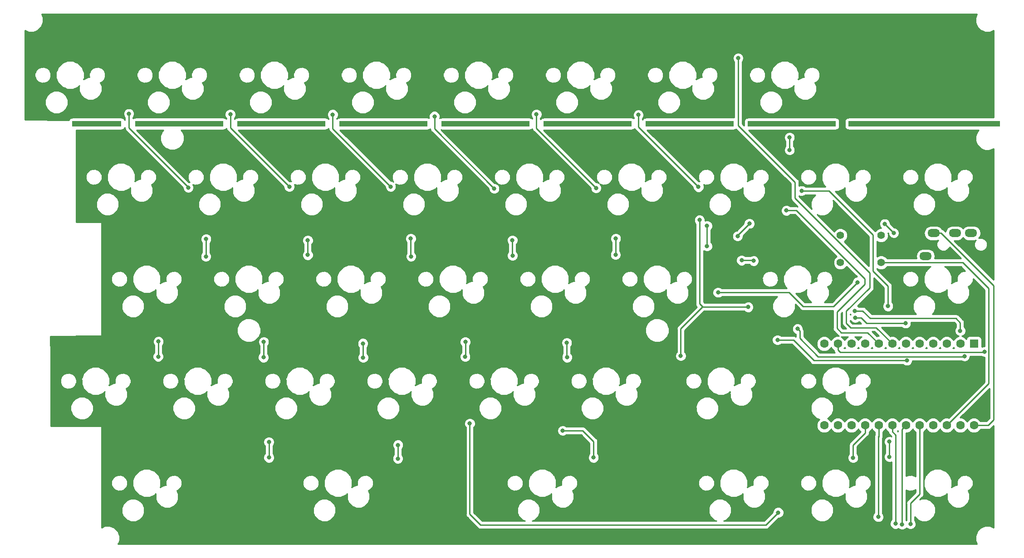
<source format=gtl>
G04 #@! TF.GenerationSoftware,KiCad,Pcbnew,(5.0.0-3-g5ebb6b6)*
G04 #@! TF.CreationDate,2018-10-13T13:11:11+09:00*
G04 #@! TF.ProjectId,pakbd,70616B62642E6B696361645F70636200,1*
G04 #@! TF.SameCoordinates,Original*
G04 #@! TF.FileFunction,Copper,L1,Top,Signal*
G04 #@! TF.FilePolarity,Positive*
%FSLAX46Y46*%
G04 Gerber Fmt 4.6, Leading zero omitted, Abs format (unit mm)*
G04 Created by KiCad (PCBNEW (5.0.0-3-g5ebb6b6)) date *
%MOMM*%
%LPD*%
G01*
G04 APERTURE LIST*
G04 #@! TA.AperFunction,WasherPad*
%ADD10R,9.225000X1.000000*%
G04 #@! TD*
G04 #@! TA.AperFunction,WasherPad*
%ADD11R,28.310000X1.000000*%
G04 #@! TD*
G04 #@! TA.AperFunction,WasherPad*
%ADD12R,16.500000X1.000000*%
G04 #@! TD*
G04 #@! TA.AperFunction,ComponentPad*
%ADD13C,1.397000*%
G04 #@! TD*
G04 #@! TA.AperFunction,ComponentPad*
%ADD14C,1.600000*%
G04 #@! TD*
G04 #@! TA.AperFunction,ComponentPad*
%ADD15R,1.600000X1.600000*%
G04 #@! TD*
G04 #@! TA.AperFunction,ComponentPad*
%ADD16O,2.300000X1.500000*%
G04 #@! TD*
G04 #@! TA.AperFunction,ViaPad*
%ADD17C,0.800000*%
G04 #@! TD*
G04 #@! TA.AperFunction,Conductor*
%ADD18C,0.250000*%
G04 #@! TD*
G04 #@! TA.AperFunction,NonConductor*
%ADD19C,0.254000*%
G04 #@! TD*
G04 APERTURE END LIST*
D10*
G04 #@! TO.P,cr10,*
G04 #@! TO.N,*
X223517501Y-52240001D03*
G04 #@! TD*
D11*
G04 #@! TO.P,cr18,*
G04 #@! TO.N,*
X377900001Y-52240001D03*
G04 #@! TD*
D12*
G04 #@! TO.P,cr11,*
G04 #@! TO.N,*
X238930001Y-52240001D03*
G04 #@! TD*
G04 #@! TO.P,cr16,*
G04 #@! TO.N,*
X334180001Y-52240001D03*
G04 #@! TD*
G04 #@! TO.P,cr12,*
G04 #@! TO.N,*
X257980001Y-52240001D03*
G04 #@! TD*
G04 #@! TO.P,cr14,*
G04 #@! TO.N,*
X296080001Y-52240001D03*
G04 #@! TD*
G04 #@! TO.P,cr13,*
G04 #@! TO.N,*
X277030001Y-52240001D03*
G04 #@! TD*
G04 #@! TO.P,cr15,*
G04 #@! TO.N,*
X315130001Y-52240001D03*
G04 #@! TD*
G04 #@! TO.P,cr17,*
G04 #@! TO.N,*
X353230001Y-52240001D03*
G04 #@! TD*
D13*
G04 #@! TO.P,SW_r1,2*
G04 #@! TO.N,GND*
X362290000Y-73090000D03*
G04 #@! TO.P,SW_r1,1*
G04 #@! TO.N,reset1*
X362290000Y-78170000D03*
G04 #@! TO.P,SW_r1,2*
G04 #@! TO.N,GND*
X369910000Y-73090000D03*
G04 #@! TO.P,SW_r1,1*
G04 #@! TO.N,reset1*
X369910000Y-78170000D03*
G04 #@! TD*
D14*
G04 #@! TO.P,U1,24*
G04 #@! TO.N,VCC*
X387200000Y-108570000D03*
G04 #@! TO.P,U1,23*
G04 #@! TO.N,GND*
X384660000Y-108570000D03*
G04 #@! TO.P,U1,22*
G04 #@! TO.N,reset1*
X382120000Y-108570000D03*
G04 #@! TO.P,U1,21*
G04 #@! TO.N,VCC*
X379580000Y-108570000D03*
G04 #@! TO.P,U1,20*
G04 #@! TO.N,col7*
X377040000Y-108570000D03*
G04 #@! TO.P,U1,19*
G04 #@! TO.N,col8*
X374500000Y-108570000D03*
G04 #@! TO.P,U1,18*
G04 #@! TO.N,col9*
X371960000Y-108570000D03*
G04 #@! TO.P,U1,17*
G04 #@! TO.N,col10*
X369420000Y-108570000D03*
G04 #@! TO.P,U1,16*
G04 #@! TO.N,col11*
X366880000Y-108570000D03*
G04 #@! TO.P,U1,15*
G04 #@! TO.N,col12*
X364340000Y-108570000D03*
G04 #@! TO.P,U1,14*
G04 #@! TO.N,col13*
X361800000Y-108570000D03*
G04 #@! TO.P,U1,13*
G04 #@! TO.N,col14*
X359260000Y-108570000D03*
G04 #@! TO.P,U1,12*
G04 #@! TO.N,Net-(U1-Pad12)*
X359260000Y-93330000D03*
G04 #@! TO.P,U1,11*
G04 #@! TO.N,row9*
X361800000Y-93330000D03*
G04 #@! TO.P,U1,10*
G04 #@! TO.N,row8*
X364340000Y-93330000D03*
G04 #@! TO.P,U1,9*
G04 #@! TO.N,row7*
X366880000Y-93330000D03*
G04 #@! TO.P,U1,8*
G04 #@! TO.N,row6*
X369420000Y-93330000D03*
G04 #@! TO.P,U1,7*
G04 #@! TO.N,row5*
X371960000Y-93330000D03*
G04 #@! TO.P,U1,6*
G04 #@! TO.N,data1b*
X374500000Y-93330000D03*
G04 #@! TO.P,U1,5*
G04 #@! TO.N,xdata1b*
X377040000Y-93330000D03*
G04 #@! TO.P,U1,4*
G04 #@! TO.N,GND*
X379580000Y-93330000D03*
G04 #@! TO.P,U1,3*
X382120000Y-93330000D03*
G04 #@! TO.P,U1,2*
G04 #@! TO.N,data1a*
X384660000Y-93330000D03*
D15*
G04 #@! TO.P,U1,1*
G04 #@! TO.N,xdata1a*
X387200000Y-93330000D03*
G04 #@! TD*
D16*
G04 #@! TO.P,J1,2*
G04 #@! TO.N,data1*
X386680000Y-72665000D03*
G04 #@! TO.P,J1,3*
G04 #@! TO.N,GND*
X383680000Y-72665000D03*
G04 #@! TO.P,J1,4*
G04 #@! TO.N,VCC*
X379680000Y-72665000D03*
G04 #@! TO.P,J1,1*
G04 #@! TO.N,xdata1*
X378180000Y-76965000D03*
G04 #@! TD*
D17*
G04 #@! TO.N,*
X371910000Y-58590000D03*
X356560000Y-58680000D03*
X338360000Y-58780000D03*
X318910000Y-58680000D03*
X300510000Y-58880000D03*
X281540000Y-58780000D03*
X262190000Y-58880000D03*
X244080000Y-59160000D03*
X225210000Y-58880000D03*
X378870000Y-101770000D03*
X326160000Y-119310000D03*
X287360000Y-119220000D03*
X249420000Y-120740000D03*
X382400000Y-125890000D03*
X380110000Y-115780000D03*
X363050000Y-125220000D03*
X356660000Y-115400000D03*
X344080000Y-125220000D03*
X338070000Y-115310000D03*
X308710000Y-125220000D03*
X302510000Y-114930000D03*
X270580000Y-125410000D03*
X264290000Y-115020000D03*
X235600000Y-125790000D03*
X229120000Y-115690000D03*
X225210000Y-106160000D03*
X243990000Y-105490000D03*
X262570000Y-105390000D03*
X281540000Y-105390000D03*
X300510000Y-105300000D03*
X319770000Y-105110000D03*
X341120000Y-105110000D03*
X362660000Y-104730000D03*
X336830000Y-96910000D03*
X315000000Y-96720000D03*
X295750000Y-96720000D03*
X277640000Y-96620000D03*
X258090000Y-97000000D03*
X239120000Y-96720000D03*
X220730000Y-96430000D03*
X235500000Y-87660000D03*
X255140000Y-87950000D03*
X273250000Y-87850000D03*
X292220000Y-87660000D03*
X311000000Y-87950000D03*
X331210000Y-87660000D03*
X381160000Y-85280000D03*
X354280000Y-76890000D03*
X323680000Y-77180000D03*
X306040000Y-77370000D03*
X286690000Y-77460000D03*
X267910000Y-77180000D03*
X248750000Y-77180000D03*
X229690000Y-77080000D03*
X231880000Y-68690000D03*
X250660000Y-68690000D03*
X269340000Y-68690000D03*
X288790000Y-68880000D03*
X307990000Y-68700000D03*
X326490000Y-68610000D03*
X346300000Y-68330000D03*
X366950000Y-67960000D03*
X383770000Y-68240000D03*
X355660000Y-49480000D03*
X335990000Y-49340000D03*
X316730000Y-49210000D03*
X298140000Y-49340000D03*
X278750000Y-49210000D03*
X259890000Y-49070000D03*
X240630000Y-49070000D03*
X221370000Y-49070000D03*
X377930000Y-46370000D03*
X377650000Y-34300000D03*
X351280000Y-34160000D03*
X332270000Y-34160000D03*
X313390000Y-34300000D03*
X295080000Y-34160000D03*
X276200000Y-34300000D03*
X256910000Y-34020000D03*
X238180000Y-34020000D03*
X219160000Y-34160000D03*
G04 #@! TO.N,row5*
X343210000Y-39960000D03*
G04 #@! TO.N,row6*
X352210000Y-68450000D03*
G04 #@! TO.N,row9*
X389190000Y-94820000D03*
G04 #@! TO.N,VCC*
X343110000Y-73220000D03*
X345300000Y-70890000D03*
X370550000Y-70930000D03*
X372260000Y-72650000D03*
G04 #@! TO.N,data1*
X337400000Y-71310000D03*
X337400000Y-75110000D03*
G04 #@! TO.N,xdata1*
X365510000Y-81850000D03*
X339460000Y-83760000D03*
G04 #@! TO.N,data1a*
X364960000Y-87170000D03*
X346100000Y-77850000D03*
X343850000Y-77750000D03*
X384640000Y-90900000D03*
G04 #@! TO.N,data1b*
X374470000Y-89510000D03*
X365050000Y-88460000D03*
G04 #@! TO.N,xdata1a*
X385460000Y-95670000D03*
X354290000Y-90550000D03*
G04 #@! TO.N,xdata1b*
X374710000Y-96450000D03*
X350550000Y-92620000D03*
G04 #@! TO.N,col7*
X375350000Y-127010000D03*
G04 #@! TO.N,col8*
X234970000Y-95720000D03*
X235020000Y-92920000D03*
X243880000Y-77040000D03*
X243920000Y-73770000D03*
X240590000Y-64160000D03*
X229510000Y-50360000D03*
X255630000Y-114580000D03*
X255630000Y-111680000D03*
X373800000Y-127090000D03*
G04 #@! TO.N,col9*
X254620000Y-95870000D03*
X254670000Y-92970000D03*
X262890000Y-76750000D03*
X262890000Y-74010000D03*
X259440000Y-63990000D03*
X248440000Y-50490000D03*
X279690000Y-114770000D03*
X279730000Y-112230000D03*
X372550000Y-126950000D03*
G04 #@! TO.N,col10*
X273230000Y-95920000D03*
X273180000Y-93270000D03*
X282160000Y-77010000D03*
X282110000Y-73690000D03*
X278370000Y-63970000D03*
X267550000Y-50520000D03*
X316220000Y-114580000D03*
X310460000Y-109560000D03*
X369340000Y-125670000D03*
G04 #@! TO.N,col11*
X292260000Y-95730000D03*
X292290000Y-92990000D03*
X301100000Y-76850000D03*
X301080000Y-73990000D03*
X297680000Y-64340000D03*
X286530000Y-50850000D03*
X350690000Y-124860000D03*
X293130000Y-108220000D03*
X364650000Y-114610000D03*
G04 #@! TO.N,col12*
X311270000Y-95870000D03*
X311230000Y-93130000D03*
X320330000Y-76710000D03*
X320370000Y-73670000D03*
X316690000Y-64240000D03*
X305570000Y-50460000D03*
X371430000Y-114450000D03*
X371430000Y-111600000D03*
G04 #@! TO.N,col13*
X332500000Y-95590000D03*
X345080000Y-86470000D03*
X336000000Y-70230000D03*
X335800000Y-64050000D03*
X324590000Y-50590000D03*
G04 #@! TO.N,col14*
X355055000Y-64755000D03*
X352800000Y-57150000D03*
X352800000Y-54780000D03*
X371170000Y-86310000D03*
G04 #@! TD*
D18*
G04 #@! TO.N,row5*
X364220000Y-90300000D02*
X368930000Y-90300000D01*
X368930000Y-90300000D02*
X371960000Y-93330000D01*
X363400000Y-89480000D02*
X364220000Y-90300000D01*
X363400000Y-87250000D02*
X363400000Y-89480000D01*
X367790000Y-82860000D02*
X363400000Y-87250000D01*
X367790000Y-80104782D02*
X367790000Y-82860000D01*
X353800000Y-63135004D02*
X353800000Y-66114782D01*
X353800000Y-66114782D02*
X367790000Y-80104782D01*
X343210000Y-39960000D02*
X343210000Y-52545004D01*
X343210000Y-52545004D02*
X353800000Y-63135004D01*
G04 #@! TO.N,row6*
X362450000Y-91280000D02*
X367370000Y-91280000D01*
X367370000Y-91280000D02*
X369420000Y-93330000D01*
X361630000Y-90460000D02*
X362450000Y-91280000D01*
X361630000Y-87420000D02*
X361630000Y-90460000D01*
X366800000Y-82250000D02*
X361630000Y-87420000D01*
X366800000Y-81165218D02*
X366800000Y-82250000D01*
X352210000Y-68450000D02*
X354084782Y-68450000D01*
X354084782Y-68450000D02*
X366800000Y-81165218D01*
G04 #@! TO.N,row9*
X389010000Y-94940000D02*
X389130000Y-94820000D01*
X389130000Y-94820000D02*
X389190000Y-94820000D01*
X362278630Y-94940000D02*
X389010000Y-94940000D01*
X361800000Y-93330000D02*
X361800000Y-94461370D01*
X361800000Y-94461370D02*
X362278630Y-94940000D01*
G04 #@! TO.N,VCC*
X379680000Y-72665000D02*
X381080000Y-72665000D01*
X390860000Y-107570000D02*
X389860000Y-108570000D01*
X381080000Y-72665000D02*
X390860000Y-82445000D01*
X390860000Y-82445000D02*
X390860000Y-107570000D01*
X389860000Y-108570000D02*
X387200000Y-108570000D01*
X345300000Y-70890000D02*
X343110000Y-73080000D01*
X343110000Y-73080000D02*
X343110000Y-73220000D01*
X372260000Y-72650000D02*
X372260000Y-72640000D01*
X372260000Y-72640000D02*
X370550000Y-70930000D01*
G04 #@! TO.N,data1*
X337400000Y-75110000D02*
X337400000Y-71310000D01*
G04 #@! TO.N,xdata1*
X355310000Y-86340000D02*
X361020000Y-86340000D01*
X361020000Y-86340000D02*
X365510000Y-81850000D01*
X352730000Y-83760000D02*
X355310000Y-86340000D01*
X339460000Y-83760000D02*
X352730000Y-83760000D01*
G04 #@! TO.N,data1a*
X383820000Y-88560000D02*
X384640000Y-89380000D01*
X384640000Y-89380000D02*
X384640000Y-90900000D01*
X367840000Y-88560000D02*
X383820000Y-88560000D01*
X366450000Y-87170000D02*
X367840000Y-88560000D01*
X364960000Y-87170000D02*
X366450000Y-87170000D01*
X343850000Y-77750000D02*
X346000000Y-77750000D01*
X346000000Y-77750000D02*
X346100000Y-77850000D01*
G04 #@! TO.N,data1b*
X367200000Y-89510000D02*
X374470000Y-89510000D01*
X366150000Y-88460000D02*
X367200000Y-89510000D01*
X365050000Y-88460000D02*
X366150000Y-88460000D01*
G04 #@! TO.N,xdata1a*
X358134999Y-95724999D02*
X385405001Y-95724999D01*
X385405001Y-95724999D02*
X385460000Y-95670000D01*
X354689999Y-92279999D02*
X358134999Y-95724999D01*
X354290000Y-90550000D02*
X354689999Y-90949999D01*
X354689999Y-90949999D02*
X354689999Y-92279999D01*
G04 #@! TO.N,xdata1b*
X353500000Y-92620000D02*
X357330000Y-96450000D01*
X357330000Y-96450000D02*
X374710000Y-96450000D01*
X350550000Y-92620000D02*
X353500000Y-92620000D01*
G04 #@! TO.N,col7*
X377040000Y-121430000D02*
X375350000Y-123120000D01*
X375350000Y-123120000D02*
X375350000Y-127010000D01*
X377040000Y-108570000D02*
X377040000Y-121430000D01*
G04 #@! TO.N,col8*
X235020000Y-92920000D02*
X235020000Y-95670000D01*
X235020000Y-95670000D02*
X234970000Y-95720000D01*
X243920000Y-73770000D02*
X243920000Y-77000000D01*
X243920000Y-77000000D02*
X243880000Y-77040000D01*
X229510000Y-53030000D02*
X240590000Y-64110000D01*
X240590000Y-64110000D02*
X240590000Y-64160000D01*
X229510000Y-50360000D02*
X229510000Y-53030000D01*
X255630000Y-111680000D02*
X255630000Y-114580000D01*
X373800000Y-127090000D02*
X373800000Y-109270000D01*
X373800000Y-109270000D02*
X374500000Y-108570000D01*
G04 #@! TO.N,col9*
X254670000Y-92970000D02*
X254670000Y-95820000D01*
X254670000Y-95820000D02*
X254620000Y-95870000D01*
X262890000Y-74010000D02*
X262890000Y-76750000D01*
X248440000Y-50490000D02*
X248440000Y-52990000D01*
X248440000Y-52990000D02*
X259440000Y-63990000D01*
X279730000Y-112230000D02*
X279730000Y-114730000D01*
X279730000Y-114730000D02*
X279690000Y-114770000D01*
X372630000Y-110371370D02*
X372630000Y-126870000D01*
X372630000Y-126870000D02*
X372550000Y-126950000D01*
X371960000Y-108570000D02*
X371960000Y-109701370D01*
X371960000Y-109701370D02*
X372630000Y-110371370D01*
G04 #@! TO.N,col10*
X273180000Y-93270000D02*
X273180000Y-95870000D01*
X273180000Y-95870000D02*
X273230000Y-95920000D01*
X282110000Y-73690000D02*
X282110000Y-76960000D01*
X282110000Y-76960000D02*
X282160000Y-77010000D01*
X267550000Y-50520000D02*
X267550000Y-53150000D01*
X267550000Y-53150000D02*
X278370000Y-63970000D01*
X314190000Y-109560000D02*
X316220000Y-111590000D01*
X316220000Y-111590000D02*
X316220000Y-114580000D01*
X310460000Y-109560000D02*
X314190000Y-109560000D01*
X369390000Y-110570000D02*
X369390000Y-110750000D01*
X369420000Y-108570000D02*
X369420000Y-110720000D01*
X369420000Y-110720000D02*
X369390000Y-110750000D01*
X369390000Y-110750000D02*
X369390000Y-125620000D01*
X369390000Y-125620000D02*
X369340000Y-125670000D01*
G04 #@! TO.N,col11*
X292290000Y-92990000D02*
X292290000Y-95700000D01*
X292290000Y-95700000D02*
X292260000Y-95730000D01*
X301080000Y-73990000D02*
X301080000Y-76830000D01*
X301080000Y-76830000D02*
X301100000Y-76850000D01*
X286530000Y-50850000D02*
X286530000Y-53190000D01*
X286530000Y-53190000D02*
X297680000Y-64340000D01*
X295160000Y-127210000D02*
X348340000Y-127210000D01*
X348340000Y-127210000D02*
X350690000Y-124860000D01*
X293130000Y-125180000D02*
X295160000Y-127210000D01*
X293130000Y-108785685D02*
X293130000Y-125180000D01*
X293130000Y-108220000D02*
X293130000Y-108785685D01*
X364650000Y-114610000D02*
X364650000Y-112230000D01*
X364650000Y-112230000D02*
X366880000Y-110000000D01*
X366880000Y-110000000D02*
X366880000Y-108570000D01*
G04 #@! TO.N,col12*
X311230000Y-93130000D02*
X311230000Y-95830000D01*
X311230000Y-95830000D02*
X311270000Y-95870000D01*
X320370000Y-73670000D02*
X320370000Y-76670000D01*
X320370000Y-76670000D02*
X320330000Y-76710000D01*
X305570000Y-52015002D02*
X305570000Y-53120000D01*
X305570000Y-53120000D02*
X316690000Y-64240000D01*
X305570000Y-50460000D02*
X305570000Y-52015002D01*
X371430000Y-111600000D02*
X371430000Y-114450000D01*
G04 #@! TO.N,col13*
X336550000Y-86470000D02*
X332500000Y-90520000D01*
X332500000Y-90520000D02*
X332500000Y-95590000D01*
X336610000Y-86470000D02*
X336550000Y-86470000D01*
X336000000Y-85860000D02*
X336610000Y-86470000D01*
X336610000Y-86470000D02*
X345080000Y-86470000D01*
X336000000Y-70230000D02*
X336000000Y-85860000D01*
X324590000Y-51155685D02*
X324590000Y-52840000D01*
X324590000Y-52840000D02*
X335800000Y-64050000D01*
X324590000Y-50590000D02*
X324590000Y-51155685D01*
G04 #@! TO.N,col14*
X355055000Y-64755000D02*
X360145000Y-64755000D01*
X360145000Y-64755000D02*
X368380000Y-72990000D01*
X352800000Y-54780000D02*
X352800000Y-57150000D01*
X368380000Y-79750000D02*
X371170000Y-82540000D01*
X371170000Y-82540000D02*
X371170000Y-86310000D01*
X368380000Y-72990000D02*
X368380000Y-79750000D01*
G04 #@! TO.N,reset1*
X385080000Y-78180000D02*
X389915001Y-83015001D01*
X389915001Y-83015001D02*
X389915001Y-100774999D01*
X382919999Y-107770001D02*
X382120000Y-108570000D01*
X389915001Y-100774999D02*
X382919999Y-107770001D01*
X384258402Y-78180000D02*
X385080000Y-78180000D01*
X369910000Y-78170000D02*
X384248402Y-78170000D01*
X384248402Y-78170000D02*
X384258402Y-78180000D01*
G04 #@! TD*
D19*
G36*
X228750001Y-52955148D02*
X228735112Y-53030000D01*
X228794097Y-53326537D01*
X228901006Y-53486537D01*
X228962072Y-53577929D01*
X229025528Y-53620329D01*
X239555000Y-64149802D01*
X239555000Y-64365874D01*
X239712569Y-64746280D01*
X240003720Y-65037431D01*
X240384126Y-65195000D01*
X240795874Y-65195000D01*
X241176280Y-65037431D01*
X241467431Y-64746280D01*
X241625000Y-64365874D01*
X241625000Y-63954126D01*
X241480007Y-63604081D01*
X241723648Y-63705000D01*
X241757400Y-63705000D01*
X241789113Y-63716564D01*
X242057632Y-63705000D01*
X242326352Y-63705000D01*
X242357533Y-63692084D01*
X242391260Y-63690632D01*
X242827121Y-63510091D01*
X242831905Y-63495593D01*
X242883179Y-63474355D01*
X243309355Y-63048179D01*
X243330593Y-62996905D01*
X243345091Y-62992121D01*
X243437160Y-62739631D01*
X243540000Y-62491352D01*
X243540000Y-62457600D01*
X243551564Y-62425887D01*
X243540000Y-62157368D01*
X243540000Y-61888648D01*
X243527084Y-61857467D01*
X243525632Y-61823740D01*
X243468997Y-61687012D01*
X244465881Y-61687012D01*
X244470000Y-62200655D01*
X244470000Y-62714134D01*
X244474199Y-62724271D01*
X244474287Y-62735247D01*
X244859257Y-63664647D01*
X244865175Y-63668171D01*
X244871155Y-63682608D01*
X245612392Y-64423845D01*
X245626829Y-64429825D01*
X245630353Y-64435743D01*
X246106483Y-64628504D01*
X246580866Y-64825000D01*
X246591838Y-64825000D01*
X246602012Y-64829119D01*
X247115655Y-64825000D01*
X247629134Y-64825000D01*
X247639271Y-64820801D01*
X247650247Y-64820713D01*
X248579647Y-64435743D01*
X248583171Y-64429825D01*
X248597608Y-64423845D01*
X248825162Y-64196291D01*
X248780000Y-64305322D01*
X248780000Y-64326486D01*
X248772277Y-64346187D01*
X248780000Y-64750376D01*
X248780000Y-65154678D01*
X248788099Y-65174230D01*
X248788503Y-65195387D01*
X249082261Y-65904582D01*
X249092811Y-65909870D01*
X249105034Y-65939380D01*
X249705620Y-66539966D01*
X249735130Y-66552189D01*
X249740418Y-66562739D01*
X250116788Y-66710277D01*
X250490322Y-66865000D01*
X250511486Y-66865000D01*
X250531187Y-66872723D01*
X250935376Y-66865000D01*
X251339678Y-66865000D01*
X251359230Y-66856901D01*
X251380387Y-66856497D01*
X252089582Y-66562739D01*
X252094870Y-66552189D01*
X252124380Y-66539966D01*
X252724966Y-65939380D01*
X252737189Y-65909870D01*
X252747739Y-65904582D01*
X252895277Y-65528212D01*
X253050000Y-65154678D01*
X253050000Y-65133514D01*
X253057723Y-65113813D01*
X253050000Y-64709624D01*
X253050000Y-64305322D01*
X253041901Y-64285770D01*
X253041497Y-64264613D01*
X252766770Y-63601364D01*
X252987121Y-63510091D01*
X252991905Y-63495593D01*
X253043179Y-63474355D01*
X253469355Y-63048179D01*
X253490593Y-62996905D01*
X253505091Y-62992121D01*
X253597160Y-62739631D01*
X253700000Y-62491352D01*
X253700000Y-62457600D01*
X253711564Y-62425887D01*
X253700000Y-62157368D01*
X253700000Y-61888648D01*
X253687084Y-61857467D01*
X253685632Y-61823740D01*
X253505091Y-61387879D01*
X253490593Y-61383095D01*
X253469355Y-61331821D01*
X253043179Y-60905645D01*
X252991905Y-60884407D01*
X252987121Y-60869909D01*
X252734631Y-60777840D01*
X252486352Y-60675000D01*
X252452600Y-60675000D01*
X252420887Y-60663436D01*
X252152368Y-60675000D01*
X251883648Y-60675000D01*
X251852467Y-60687916D01*
X251818740Y-60689368D01*
X251382879Y-60869909D01*
X251378095Y-60884407D01*
X251326821Y-60905645D01*
X250900645Y-61331821D01*
X250879407Y-61383095D01*
X250864909Y-61387879D01*
X250772840Y-61640369D01*
X250670000Y-61888648D01*
X250670000Y-61922400D01*
X250658436Y-61954113D01*
X250670000Y-62222632D01*
X250670000Y-62491352D01*
X250682916Y-62522533D01*
X250684368Y-62556260D01*
X250700415Y-62595000D01*
X250490322Y-62595000D01*
X250470770Y-62603099D01*
X250449613Y-62603503D01*
X249740418Y-62897261D01*
X249735130Y-62907811D01*
X249705620Y-62920034D01*
X249618717Y-63006937D01*
X249740000Y-62714134D01*
X249740000Y-62703162D01*
X249744119Y-62692988D01*
X249740000Y-62179345D01*
X249740000Y-61665866D01*
X249735801Y-61655729D01*
X249735713Y-61644753D01*
X249350743Y-60715353D01*
X249344825Y-60711829D01*
X249338845Y-60697392D01*
X248597608Y-59956155D01*
X248583171Y-59950175D01*
X248579647Y-59944257D01*
X248103517Y-59751496D01*
X247629134Y-59555000D01*
X247618162Y-59555000D01*
X247607988Y-59550881D01*
X247094345Y-59555000D01*
X246580866Y-59555000D01*
X246570729Y-59559199D01*
X246559753Y-59559287D01*
X245630353Y-59944257D01*
X245626829Y-59950175D01*
X245612392Y-59956155D01*
X244871155Y-60697392D01*
X244865175Y-60711829D01*
X244859257Y-60715353D01*
X244666496Y-61191483D01*
X244470000Y-61665866D01*
X244470000Y-61676838D01*
X244465881Y-61687012D01*
X243468997Y-61687012D01*
X243345091Y-61387879D01*
X243330593Y-61383095D01*
X243309355Y-61331821D01*
X242883179Y-60905645D01*
X242831905Y-60884407D01*
X242827121Y-60869909D01*
X242574631Y-60777840D01*
X242326352Y-60675000D01*
X242292600Y-60675000D01*
X242260887Y-60663436D01*
X241992368Y-60675000D01*
X241723648Y-60675000D01*
X241692467Y-60687916D01*
X241658740Y-60689368D01*
X241222879Y-60869909D01*
X241218095Y-60884407D01*
X241166821Y-60905645D01*
X240740645Y-61331821D01*
X240719407Y-61383095D01*
X240704909Y-61387879D01*
X240612840Y-61640369D01*
X240510000Y-61888648D01*
X240510000Y-61922400D01*
X240498436Y-61954113D01*
X240510000Y-62222632D01*
X240510000Y-62491352D01*
X240522916Y-62522533D01*
X240524368Y-62556260D01*
X240704909Y-62992121D01*
X240719407Y-62996905D01*
X240740645Y-63048179D01*
X240832734Y-63140268D01*
X240795874Y-63125000D01*
X240679802Y-63125000D01*
X230942242Y-53387441D01*
X235961792Y-53387441D01*
X235695259Y-53653974D01*
X235684347Y-53680318D01*
X235674640Y-53685390D01*
X235518086Y-54081708D01*
X235355000Y-54475431D01*
X235355000Y-54494560D01*
X235347974Y-54512346D01*
X235355000Y-54938390D01*
X235355000Y-55364569D01*
X235362320Y-55382240D01*
X235362635Y-55401363D01*
X235674640Y-56154610D01*
X235684347Y-56159682D01*
X235695259Y-56186026D01*
X236323974Y-56814741D01*
X236350318Y-56825653D01*
X236355390Y-56835360D01*
X236751708Y-56991914D01*
X237145431Y-57155000D01*
X237164560Y-57155000D01*
X237182346Y-57162026D01*
X237608390Y-57155000D01*
X238034569Y-57155000D01*
X238052240Y-57147680D01*
X238071363Y-57147365D01*
X238824610Y-56835360D01*
X238829682Y-56825653D01*
X238856026Y-56814741D01*
X239484741Y-56186026D01*
X239495653Y-56159682D01*
X239505360Y-56154610D01*
X239661914Y-55758292D01*
X239825000Y-55364569D01*
X239825000Y-55345440D01*
X239832026Y-55327654D01*
X239825000Y-54901610D01*
X239825000Y-54475431D01*
X239817680Y-54457760D01*
X239817365Y-54438637D01*
X239505360Y-53685390D01*
X239495653Y-53680318D01*
X239484741Y-53653974D01*
X239218208Y-53387441D01*
X247180001Y-53387441D01*
X247242542Y-53375001D01*
X247306310Y-53375001D01*
X247365223Y-53350598D01*
X247427766Y-53338158D01*
X247480787Y-53302730D01*
X247539699Y-53278328D01*
X247584790Y-53233237D01*
X247637810Y-53197810D01*
X247673236Y-53144792D01*
X247692142Y-53125886D01*
X247724097Y-53286537D01*
X247831006Y-53446537D01*
X247892072Y-53537929D01*
X247955528Y-53580329D01*
X258405000Y-64029802D01*
X258405000Y-64195874D01*
X258562569Y-64576280D01*
X258853720Y-64867431D01*
X259234126Y-65025000D01*
X259645874Y-65025000D01*
X260026280Y-64867431D01*
X260317431Y-64576280D01*
X260475000Y-64195874D01*
X260475000Y-63784126D01*
X260377256Y-63548151D01*
X260525369Y-63602160D01*
X260773648Y-63705000D01*
X260807400Y-63705000D01*
X260839113Y-63716564D01*
X261107632Y-63705000D01*
X261376352Y-63705000D01*
X261407533Y-63692084D01*
X261441260Y-63690632D01*
X261877121Y-63510091D01*
X261881905Y-63495593D01*
X261933179Y-63474355D01*
X262359355Y-63048179D01*
X262380593Y-62996905D01*
X262395091Y-62992121D01*
X262487160Y-62739631D01*
X262590000Y-62491352D01*
X262590000Y-62457600D01*
X262601564Y-62425887D01*
X262590000Y-62157368D01*
X262590000Y-61888648D01*
X262577084Y-61857467D01*
X262575632Y-61823740D01*
X262518997Y-61687012D01*
X263515881Y-61687012D01*
X263520000Y-62200655D01*
X263520000Y-62714134D01*
X263524199Y-62724271D01*
X263524287Y-62735247D01*
X263909257Y-63664647D01*
X263915175Y-63668171D01*
X263921155Y-63682608D01*
X264662392Y-64423845D01*
X264676829Y-64429825D01*
X264680353Y-64435743D01*
X265156483Y-64628504D01*
X265630866Y-64825000D01*
X265641838Y-64825000D01*
X265652012Y-64829119D01*
X266165655Y-64825000D01*
X266679134Y-64825000D01*
X266689271Y-64820801D01*
X266700247Y-64820713D01*
X267629647Y-64435743D01*
X267633171Y-64429825D01*
X267647608Y-64423845D01*
X267875162Y-64196291D01*
X267830000Y-64305322D01*
X267830000Y-64326486D01*
X267822277Y-64346187D01*
X267830000Y-64750376D01*
X267830000Y-65154678D01*
X267838099Y-65174230D01*
X267838503Y-65195387D01*
X268132261Y-65904582D01*
X268142811Y-65909870D01*
X268155034Y-65939380D01*
X268755620Y-66539966D01*
X268785130Y-66552189D01*
X268790418Y-66562739D01*
X269166788Y-66710277D01*
X269540322Y-66865000D01*
X269561486Y-66865000D01*
X269581187Y-66872723D01*
X269985376Y-66865000D01*
X270389678Y-66865000D01*
X270409230Y-66856901D01*
X270430387Y-66856497D01*
X271139582Y-66562739D01*
X271144870Y-66552189D01*
X271174380Y-66539966D01*
X271774966Y-65939380D01*
X271787189Y-65909870D01*
X271797739Y-65904582D01*
X271945277Y-65528212D01*
X272100000Y-65154678D01*
X272100000Y-65133514D01*
X272107723Y-65113813D01*
X272100000Y-64709624D01*
X272100000Y-64305322D01*
X272091901Y-64285770D01*
X272091497Y-64264613D01*
X271816770Y-63601364D01*
X272037121Y-63510091D01*
X272041905Y-63495593D01*
X272093179Y-63474355D01*
X272519355Y-63048179D01*
X272540593Y-62996905D01*
X272555091Y-62992121D01*
X272647160Y-62739631D01*
X272750000Y-62491352D01*
X272750000Y-62457600D01*
X272761564Y-62425887D01*
X272750000Y-62157368D01*
X272750000Y-61888648D01*
X272737084Y-61857467D01*
X272735632Y-61823740D01*
X272555091Y-61387879D01*
X272540593Y-61383095D01*
X272519355Y-61331821D01*
X272093179Y-60905645D01*
X272041905Y-60884407D01*
X272037121Y-60869909D01*
X271784631Y-60777840D01*
X271536352Y-60675000D01*
X271502600Y-60675000D01*
X271470887Y-60663436D01*
X271202368Y-60675000D01*
X270933648Y-60675000D01*
X270902467Y-60687916D01*
X270868740Y-60689368D01*
X270432879Y-60869909D01*
X270428095Y-60884407D01*
X270376821Y-60905645D01*
X269950645Y-61331821D01*
X269929407Y-61383095D01*
X269914909Y-61387879D01*
X269822840Y-61640369D01*
X269720000Y-61888648D01*
X269720000Y-61922400D01*
X269708436Y-61954113D01*
X269720000Y-62222632D01*
X269720000Y-62491352D01*
X269732916Y-62522533D01*
X269734368Y-62556260D01*
X269750415Y-62595000D01*
X269540322Y-62595000D01*
X269520770Y-62603099D01*
X269499613Y-62603503D01*
X268790418Y-62897261D01*
X268785130Y-62907811D01*
X268755620Y-62920034D01*
X268668717Y-63006937D01*
X268790000Y-62714134D01*
X268790000Y-62703162D01*
X268794119Y-62692988D01*
X268790000Y-62179345D01*
X268790000Y-61665866D01*
X268785801Y-61655729D01*
X268785713Y-61644753D01*
X268400743Y-60715353D01*
X268394825Y-60711829D01*
X268388845Y-60697392D01*
X267647608Y-59956155D01*
X267633171Y-59950175D01*
X267629647Y-59944257D01*
X267153517Y-59751496D01*
X266679134Y-59555000D01*
X266668162Y-59555000D01*
X266657988Y-59550881D01*
X266144345Y-59555000D01*
X265630866Y-59555000D01*
X265620729Y-59559199D01*
X265609753Y-59559287D01*
X264680353Y-59944257D01*
X264676829Y-59950175D01*
X264662392Y-59956155D01*
X263921155Y-60697392D01*
X263915175Y-60711829D01*
X263909257Y-60715353D01*
X263716496Y-61191483D01*
X263520000Y-61665866D01*
X263520000Y-61676838D01*
X263515881Y-61687012D01*
X262518997Y-61687012D01*
X262395091Y-61387879D01*
X262380593Y-61383095D01*
X262359355Y-61331821D01*
X261933179Y-60905645D01*
X261881905Y-60884407D01*
X261877121Y-60869909D01*
X261624631Y-60777840D01*
X261376352Y-60675000D01*
X261342600Y-60675000D01*
X261310887Y-60663436D01*
X261042368Y-60675000D01*
X260773648Y-60675000D01*
X260742467Y-60687916D01*
X260708740Y-60689368D01*
X260272879Y-60869909D01*
X260268095Y-60884407D01*
X260216821Y-60905645D01*
X259790645Y-61331821D01*
X259769407Y-61383095D01*
X259754909Y-61387879D01*
X259662840Y-61640369D01*
X259560000Y-61888648D01*
X259560000Y-61922400D01*
X259548436Y-61954113D01*
X259560000Y-62222632D01*
X259560000Y-62491352D01*
X259572916Y-62522533D01*
X259574368Y-62556260D01*
X259754909Y-62992121D01*
X259769407Y-62996905D01*
X259774039Y-63008087D01*
X259645874Y-62955000D01*
X259479802Y-62955000D01*
X249912242Y-53387441D01*
X266230001Y-53387441D01*
X266292542Y-53375001D01*
X266356310Y-53375001D01*
X266415223Y-53350598D01*
X266477766Y-53338158D01*
X266530787Y-53302730D01*
X266589699Y-53278328D01*
X266634790Y-53233237D01*
X266687810Y-53197810D01*
X266723236Y-53144792D01*
X266768328Y-53099700D01*
X266790001Y-53047377D01*
X266790001Y-53075148D01*
X266775112Y-53150000D01*
X266834097Y-53446537D01*
X266905503Y-53553403D01*
X267002072Y-53697929D01*
X267065528Y-53740329D01*
X277335000Y-64009802D01*
X277335000Y-64175874D01*
X277492569Y-64556280D01*
X277783720Y-64847431D01*
X278164126Y-65005000D01*
X278575874Y-65005000D01*
X278956280Y-64847431D01*
X279247431Y-64556280D01*
X279405000Y-64175874D01*
X279405000Y-63764126D01*
X279288733Y-63483431D01*
X279318095Y-63495593D01*
X279322879Y-63510091D01*
X279575369Y-63602160D01*
X279823648Y-63705000D01*
X279857400Y-63705000D01*
X279889113Y-63716564D01*
X280157632Y-63705000D01*
X280426352Y-63705000D01*
X280457533Y-63692084D01*
X280491260Y-63690632D01*
X280927121Y-63510091D01*
X280931905Y-63495593D01*
X280983179Y-63474355D01*
X281409355Y-63048179D01*
X281430593Y-62996905D01*
X281445091Y-62992121D01*
X281537160Y-62739631D01*
X281640000Y-62491352D01*
X281640000Y-62457600D01*
X281651564Y-62425887D01*
X281640000Y-62157368D01*
X281640000Y-61888648D01*
X281627084Y-61857467D01*
X281625632Y-61823740D01*
X281568997Y-61687012D01*
X282565881Y-61687012D01*
X282570000Y-62200655D01*
X282570000Y-62714134D01*
X282574199Y-62724271D01*
X282574287Y-62735247D01*
X282959257Y-63664647D01*
X282965175Y-63668171D01*
X282971155Y-63682608D01*
X283712392Y-64423845D01*
X283726829Y-64429825D01*
X283730353Y-64435743D01*
X284206483Y-64628504D01*
X284680866Y-64825000D01*
X284691838Y-64825000D01*
X284702012Y-64829119D01*
X285215655Y-64825000D01*
X285729134Y-64825000D01*
X285739271Y-64820801D01*
X285750247Y-64820713D01*
X286679647Y-64435743D01*
X286683171Y-64429825D01*
X286697608Y-64423845D01*
X286925162Y-64196291D01*
X286880000Y-64305322D01*
X286880000Y-64326486D01*
X286872277Y-64346187D01*
X286880000Y-64750376D01*
X286880000Y-65154678D01*
X286888099Y-65174230D01*
X286888503Y-65195387D01*
X287182261Y-65904582D01*
X287192811Y-65909870D01*
X287205034Y-65939380D01*
X287805620Y-66539966D01*
X287835130Y-66552189D01*
X287840418Y-66562739D01*
X288216788Y-66710277D01*
X288590322Y-66865000D01*
X288611486Y-66865000D01*
X288631187Y-66872723D01*
X289035376Y-66865000D01*
X289439678Y-66865000D01*
X289459230Y-66856901D01*
X289480387Y-66856497D01*
X290189582Y-66562739D01*
X290194870Y-66552189D01*
X290224380Y-66539966D01*
X290824966Y-65939380D01*
X290837189Y-65909870D01*
X290847739Y-65904582D01*
X290995277Y-65528212D01*
X291150000Y-65154678D01*
X291150000Y-65133514D01*
X291157723Y-65113813D01*
X291150000Y-64709624D01*
X291150000Y-64305322D01*
X291141901Y-64285770D01*
X291141497Y-64264613D01*
X290866770Y-63601364D01*
X291087121Y-63510091D01*
X291091905Y-63495593D01*
X291143179Y-63474355D01*
X291569355Y-63048179D01*
X291590593Y-62996905D01*
X291605091Y-62992121D01*
X291697160Y-62739631D01*
X291800000Y-62491352D01*
X291800000Y-62457600D01*
X291811564Y-62425887D01*
X291800000Y-62157368D01*
X291800000Y-61888648D01*
X291787084Y-61857467D01*
X291785632Y-61823740D01*
X291605091Y-61387879D01*
X291590593Y-61383095D01*
X291569355Y-61331821D01*
X291143179Y-60905645D01*
X291091905Y-60884407D01*
X291087121Y-60869909D01*
X290834631Y-60777840D01*
X290586352Y-60675000D01*
X290552600Y-60675000D01*
X290520887Y-60663436D01*
X290252368Y-60675000D01*
X289983648Y-60675000D01*
X289952467Y-60687916D01*
X289918740Y-60689368D01*
X289482879Y-60869909D01*
X289478095Y-60884407D01*
X289426821Y-60905645D01*
X289000645Y-61331821D01*
X288979407Y-61383095D01*
X288964909Y-61387879D01*
X288872840Y-61640369D01*
X288770000Y-61888648D01*
X288770000Y-61922400D01*
X288758436Y-61954113D01*
X288770000Y-62222632D01*
X288770000Y-62491352D01*
X288782916Y-62522533D01*
X288784368Y-62556260D01*
X288800415Y-62595000D01*
X288590322Y-62595000D01*
X288570770Y-62603099D01*
X288549613Y-62603503D01*
X287840418Y-62897261D01*
X287835130Y-62907811D01*
X287805620Y-62920034D01*
X287718717Y-63006937D01*
X287840000Y-62714134D01*
X287840000Y-62703162D01*
X287844119Y-62692988D01*
X287840000Y-62179345D01*
X287840000Y-61665866D01*
X287835801Y-61655729D01*
X287835713Y-61644753D01*
X287450743Y-60715353D01*
X287444825Y-60711829D01*
X287438845Y-60697392D01*
X286697608Y-59956155D01*
X286683171Y-59950175D01*
X286679647Y-59944257D01*
X286203517Y-59751496D01*
X285729134Y-59555000D01*
X285718162Y-59555000D01*
X285707988Y-59550881D01*
X285194345Y-59555000D01*
X284680866Y-59555000D01*
X284670729Y-59559199D01*
X284659753Y-59559287D01*
X283730353Y-59944257D01*
X283726829Y-59950175D01*
X283712392Y-59956155D01*
X282971155Y-60697392D01*
X282965175Y-60711829D01*
X282959257Y-60715353D01*
X282766496Y-61191483D01*
X282570000Y-61665866D01*
X282570000Y-61676838D01*
X282565881Y-61687012D01*
X281568997Y-61687012D01*
X281445091Y-61387879D01*
X281430593Y-61383095D01*
X281409355Y-61331821D01*
X280983179Y-60905645D01*
X280931905Y-60884407D01*
X280927121Y-60869909D01*
X280674631Y-60777840D01*
X280426352Y-60675000D01*
X280392600Y-60675000D01*
X280360887Y-60663436D01*
X280092368Y-60675000D01*
X279823648Y-60675000D01*
X279792467Y-60687916D01*
X279758740Y-60689368D01*
X279322879Y-60869909D01*
X279318095Y-60884407D01*
X279266821Y-60905645D01*
X278840645Y-61331821D01*
X278819407Y-61383095D01*
X278804909Y-61387879D01*
X278712840Y-61640369D01*
X278610000Y-61888648D01*
X278610000Y-61922400D01*
X278598436Y-61954113D01*
X278610000Y-62222632D01*
X278610000Y-62491352D01*
X278622916Y-62522533D01*
X278624368Y-62556260D01*
X278804909Y-62992121D01*
X278819407Y-62996905D01*
X278838891Y-63043945D01*
X278575874Y-62935000D01*
X278409802Y-62935000D01*
X268862242Y-53387441D01*
X285280001Y-53387441D01*
X285342542Y-53375001D01*
X285406310Y-53375001D01*
X285465223Y-53350598D01*
X285527766Y-53338158D01*
X285580787Y-53302730D01*
X285639699Y-53278328D01*
X285684790Y-53233237D01*
X285737810Y-53197810D01*
X285760234Y-53164251D01*
X285755112Y-53190000D01*
X285814097Y-53486537D01*
X285860447Y-53555904D01*
X285982072Y-53737929D01*
X286045528Y-53780329D01*
X296645000Y-64379802D01*
X296645000Y-64545874D01*
X296802569Y-64926280D01*
X297093720Y-65217431D01*
X297474126Y-65375000D01*
X297885874Y-65375000D01*
X298266280Y-65217431D01*
X298557431Y-64926280D01*
X298715000Y-64545874D01*
X298715000Y-64134126D01*
X298557431Y-63753720D01*
X298266280Y-63462569D01*
X297885874Y-63305000D01*
X297719802Y-63305000D01*
X296368915Y-61954113D01*
X297648436Y-61954113D01*
X297660000Y-62222632D01*
X297660000Y-62491352D01*
X297672916Y-62522533D01*
X297674368Y-62556260D01*
X297854909Y-62992121D01*
X297869407Y-62996905D01*
X297890645Y-63048179D01*
X298316821Y-63474355D01*
X298368095Y-63495593D01*
X298372879Y-63510091D01*
X298625369Y-63602160D01*
X298873648Y-63705000D01*
X298907400Y-63705000D01*
X298939113Y-63716564D01*
X299207632Y-63705000D01*
X299476352Y-63705000D01*
X299507533Y-63692084D01*
X299541260Y-63690632D01*
X299977121Y-63510091D01*
X299981905Y-63495593D01*
X300033179Y-63474355D01*
X300459355Y-63048179D01*
X300480593Y-62996905D01*
X300495091Y-62992121D01*
X300587160Y-62739631D01*
X300690000Y-62491352D01*
X300690000Y-62457600D01*
X300701564Y-62425887D01*
X300690000Y-62157368D01*
X300690000Y-61888648D01*
X300677084Y-61857467D01*
X300675632Y-61823740D01*
X300618997Y-61687012D01*
X301615881Y-61687012D01*
X301620000Y-62200655D01*
X301620000Y-62714134D01*
X301624199Y-62724271D01*
X301624287Y-62735247D01*
X302009257Y-63664647D01*
X302015175Y-63668171D01*
X302021155Y-63682608D01*
X302762392Y-64423845D01*
X302776829Y-64429825D01*
X302780353Y-64435743D01*
X303256483Y-64628504D01*
X303730866Y-64825000D01*
X303741838Y-64825000D01*
X303752012Y-64829119D01*
X304265655Y-64825000D01*
X304779134Y-64825000D01*
X304789271Y-64820801D01*
X304800247Y-64820713D01*
X305729647Y-64435743D01*
X305733171Y-64429825D01*
X305747608Y-64423845D01*
X305975162Y-64196291D01*
X305930000Y-64305322D01*
X305930000Y-64326486D01*
X305922277Y-64346187D01*
X305930000Y-64750376D01*
X305930000Y-65154678D01*
X305938099Y-65174230D01*
X305938503Y-65195387D01*
X306232261Y-65904582D01*
X306242811Y-65909870D01*
X306255034Y-65939380D01*
X306855620Y-66539966D01*
X306885130Y-66552189D01*
X306890418Y-66562739D01*
X307266788Y-66710277D01*
X307640322Y-66865000D01*
X307661486Y-66865000D01*
X307681187Y-66872723D01*
X308085376Y-66865000D01*
X308489678Y-66865000D01*
X308509230Y-66856901D01*
X308530387Y-66856497D01*
X309239582Y-66562739D01*
X309244870Y-66552189D01*
X309274380Y-66539966D01*
X309874966Y-65939380D01*
X309887189Y-65909870D01*
X309897739Y-65904582D01*
X310045277Y-65528212D01*
X310200000Y-65154678D01*
X310200000Y-65133514D01*
X310207723Y-65113813D01*
X310200000Y-64709624D01*
X310200000Y-64305322D01*
X310191901Y-64285770D01*
X310191497Y-64264613D01*
X309916770Y-63601364D01*
X310137121Y-63510091D01*
X310141905Y-63495593D01*
X310193179Y-63474355D01*
X310619355Y-63048179D01*
X310640593Y-62996905D01*
X310655091Y-62992121D01*
X310747160Y-62739631D01*
X310850000Y-62491352D01*
X310850000Y-62457600D01*
X310861564Y-62425887D01*
X310850000Y-62157368D01*
X310850000Y-61888648D01*
X310837084Y-61857467D01*
X310835632Y-61823740D01*
X310655091Y-61387879D01*
X310640593Y-61383095D01*
X310619355Y-61331821D01*
X310193179Y-60905645D01*
X310141905Y-60884407D01*
X310137121Y-60869909D01*
X309884631Y-60777840D01*
X309636352Y-60675000D01*
X309602600Y-60675000D01*
X309570887Y-60663436D01*
X309302368Y-60675000D01*
X309033648Y-60675000D01*
X309002467Y-60687916D01*
X308968740Y-60689368D01*
X308532879Y-60869909D01*
X308528095Y-60884407D01*
X308476821Y-60905645D01*
X308050645Y-61331821D01*
X308029407Y-61383095D01*
X308014909Y-61387879D01*
X307922840Y-61640369D01*
X307820000Y-61888648D01*
X307820000Y-61922400D01*
X307808436Y-61954113D01*
X307820000Y-62222632D01*
X307820000Y-62491352D01*
X307832916Y-62522533D01*
X307834368Y-62556260D01*
X307850415Y-62595000D01*
X307640322Y-62595000D01*
X307620770Y-62603099D01*
X307599613Y-62603503D01*
X306890418Y-62897261D01*
X306885130Y-62907811D01*
X306855620Y-62920034D01*
X306768717Y-63006937D01*
X306890000Y-62714134D01*
X306890000Y-62703162D01*
X306894119Y-62692988D01*
X306890000Y-62179345D01*
X306890000Y-61665866D01*
X306885801Y-61655729D01*
X306885713Y-61644753D01*
X306500743Y-60715353D01*
X306494825Y-60711829D01*
X306488845Y-60697392D01*
X305747608Y-59956155D01*
X305733171Y-59950175D01*
X305729647Y-59944257D01*
X305253517Y-59751496D01*
X304779134Y-59555000D01*
X304768162Y-59555000D01*
X304757988Y-59550881D01*
X304244345Y-59555000D01*
X303730866Y-59555000D01*
X303720729Y-59559199D01*
X303709753Y-59559287D01*
X302780353Y-59944257D01*
X302776829Y-59950175D01*
X302762392Y-59956155D01*
X302021155Y-60697392D01*
X302015175Y-60711829D01*
X302009257Y-60715353D01*
X301816496Y-61191483D01*
X301620000Y-61665866D01*
X301620000Y-61676838D01*
X301615881Y-61687012D01*
X300618997Y-61687012D01*
X300495091Y-61387879D01*
X300480593Y-61383095D01*
X300459355Y-61331821D01*
X300033179Y-60905645D01*
X299981905Y-60884407D01*
X299977121Y-60869909D01*
X299724631Y-60777840D01*
X299476352Y-60675000D01*
X299442600Y-60675000D01*
X299410887Y-60663436D01*
X299142368Y-60675000D01*
X298873648Y-60675000D01*
X298842467Y-60687916D01*
X298808740Y-60689368D01*
X298372879Y-60869909D01*
X298368095Y-60884407D01*
X298316821Y-60905645D01*
X297890645Y-61331821D01*
X297869407Y-61383095D01*
X297854909Y-61387879D01*
X297762840Y-61640369D01*
X297660000Y-61888648D01*
X297660000Y-61922400D01*
X297648436Y-61954113D01*
X296368915Y-61954113D01*
X287795350Y-53380548D01*
X287830001Y-53387441D01*
X304330001Y-53387441D01*
X304392542Y-53375001D01*
X304456310Y-53375001D01*
X304515223Y-53350598D01*
X304577766Y-53338158D01*
X304630787Y-53302730D01*
X304689699Y-53278328D01*
X304734790Y-53233237D01*
X304787810Y-53197810D01*
X304805364Y-53171539D01*
X304854097Y-53416537D01*
X304935209Y-53537929D01*
X305022072Y-53667929D01*
X305085528Y-53710329D01*
X315655000Y-64279802D01*
X315655000Y-64445874D01*
X315812569Y-64826280D01*
X316103720Y-65117431D01*
X316484126Y-65275000D01*
X316895874Y-65275000D01*
X317276280Y-65117431D01*
X317567431Y-64826280D01*
X317725000Y-64445874D01*
X317725000Y-64034126D01*
X317567431Y-63653720D01*
X317424332Y-63510621D01*
X317675369Y-63602160D01*
X317923648Y-63705000D01*
X317957400Y-63705000D01*
X317989113Y-63716564D01*
X318257632Y-63705000D01*
X318526352Y-63705000D01*
X318557533Y-63692084D01*
X318591260Y-63690632D01*
X319027121Y-63510091D01*
X319031905Y-63495593D01*
X319083179Y-63474355D01*
X319509355Y-63048179D01*
X319530593Y-62996905D01*
X319545091Y-62992121D01*
X319637160Y-62739631D01*
X319740000Y-62491352D01*
X319740000Y-62457600D01*
X319751564Y-62425887D01*
X319740000Y-62157368D01*
X319740000Y-61888648D01*
X319727084Y-61857467D01*
X319725632Y-61823740D01*
X319668997Y-61687012D01*
X320665881Y-61687012D01*
X320670000Y-62200655D01*
X320670000Y-62714134D01*
X320674199Y-62724271D01*
X320674287Y-62735247D01*
X321059257Y-63664647D01*
X321065175Y-63668171D01*
X321071155Y-63682608D01*
X321812392Y-64423845D01*
X321826829Y-64429825D01*
X321830353Y-64435743D01*
X322306483Y-64628504D01*
X322780866Y-64825000D01*
X322791838Y-64825000D01*
X322802012Y-64829119D01*
X323315655Y-64825000D01*
X323829134Y-64825000D01*
X323839271Y-64820801D01*
X323850247Y-64820713D01*
X324779647Y-64435743D01*
X324783171Y-64429825D01*
X324797608Y-64423845D01*
X325025162Y-64196291D01*
X324980000Y-64305322D01*
X324980000Y-64326486D01*
X324972277Y-64346187D01*
X324980000Y-64750376D01*
X324980000Y-65154678D01*
X324988099Y-65174230D01*
X324988503Y-65195387D01*
X325282261Y-65904582D01*
X325292811Y-65909870D01*
X325305034Y-65939380D01*
X325905620Y-66539966D01*
X325935130Y-66552189D01*
X325940418Y-66562739D01*
X326316788Y-66710277D01*
X326690322Y-66865000D01*
X326711486Y-66865000D01*
X326731187Y-66872723D01*
X327135376Y-66865000D01*
X327539678Y-66865000D01*
X327559230Y-66856901D01*
X327580387Y-66856497D01*
X328289582Y-66562739D01*
X328294870Y-66552189D01*
X328324380Y-66539966D01*
X328924966Y-65939380D01*
X328937189Y-65909870D01*
X328947739Y-65904582D01*
X329095277Y-65528212D01*
X329250000Y-65154678D01*
X329250000Y-65133514D01*
X329257723Y-65113813D01*
X329250000Y-64709624D01*
X329250000Y-64305322D01*
X329241901Y-64285770D01*
X329241497Y-64264613D01*
X328966770Y-63601364D01*
X329187121Y-63510091D01*
X329191905Y-63495593D01*
X329243179Y-63474355D01*
X329669355Y-63048179D01*
X329690593Y-62996905D01*
X329705091Y-62992121D01*
X329797160Y-62739631D01*
X329900000Y-62491352D01*
X329900000Y-62457600D01*
X329911564Y-62425887D01*
X329900000Y-62157368D01*
X329900000Y-61888648D01*
X329887084Y-61857467D01*
X329885632Y-61823740D01*
X329705091Y-61387879D01*
X329690593Y-61383095D01*
X329669355Y-61331821D01*
X329243179Y-60905645D01*
X329191905Y-60884407D01*
X329187121Y-60869909D01*
X328934631Y-60777840D01*
X328686352Y-60675000D01*
X328652600Y-60675000D01*
X328620887Y-60663436D01*
X328352368Y-60675000D01*
X328083648Y-60675000D01*
X328052467Y-60687916D01*
X328018740Y-60689368D01*
X327582879Y-60869909D01*
X327578095Y-60884407D01*
X327526821Y-60905645D01*
X327100645Y-61331821D01*
X327079407Y-61383095D01*
X327064909Y-61387879D01*
X326972840Y-61640369D01*
X326870000Y-61888648D01*
X326870000Y-61922400D01*
X326858436Y-61954113D01*
X326870000Y-62222632D01*
X326870000Y-62491352D01*
X326882916Y-62522533D01*
X326884368Y-62556260D01*
X326900415Y-62595000D01*
X326690322Y-62595000D01*
X326670770Y-62603099D01*
X326649613Y-62603503D01*
X325940418Y-62897261D01*
X325935130Y-62907811D01*
X325905620Y-62920034D01*
X325818717Y-63006937D01*
X325940000Y-62714134D01*
X325940000Y-62703162D01*
X325944119Y-62692988D01*
X325940000Y-62179345D01*
X325940000Y-61665866D01*
X325935801Y-61655729D01*
X325935713Y-61644753D01*
X325550743Y-60715353D01*
X325544825Y-60711829D01*
X325538845Y-60697392D01*
X324797608Y-59956155D01*
X324783171Y-59950175D01*
X324779647Y-59944257D01*
X324303517Y-59751496D01*
X323829134Y-59555000D01*
X323818162Y-59555000D01*
X323807988Y-59550881D01*
X323294345Y-59555000D01*
X322780866Y-59555000D01*
X322770729Y-59559199D01*
X322759753Y-59559287D01*
X321830353Y-59944257D01*
X321826829Y-59950175D01*
X321812392Y-59956155D01*
X321071155Y-60697392D01*
X321065175Y-60711829D01*
X321059257Y-60715353D01*
X320866496Y-61191483D01*
X320670000Y-61665866D01*
X320670000Y-61676838D01*
X320665881Y-61687012D01*
X319668997Y-61687012D01*
X319545091Y-61387879D01*
X319530593Y-61383095D01*
X319509355Y-61331821D01*
X319083179Y-60905645D01*
X319031905Y-60884407D01*
X319027121Y-60869909D01*
X318774631Y-60777840D01*
X318526352Y-60675000D01*
X318492600Y-60675000D01*
X318460887Y-60663436D01*
X318192368Y-60675000D01*
X317923648Y-60675000D01*
X317892467Y-60687916D01*
X317858740Y-60689368D01*
X317422879Y-60869909D01*
X317418095Y-60884407D01*
X317366821Y-60905645D01*
X316940645Y-61331821D01*
X316919407Y-61383095D01*
X316904909Y-61387879D01*
X316812840Y-61640369D01*
X316710000Y-61888648D01*
X316710000Y-61922400D01*
X316698436Y-61954113D01*
X316710000Y-62222632D01*
X316710000Y-62491352D01*
X316722916Y-62522533D01*
X316724368Y-62556260D01*
X316904909Y-62992121D01*
X316919407Y-62996905D01*
X316940645Y-63048179D01*
X317240013Y-63347547D01*
X316895874Y-63205000D01*
X316729802Y-63205000D01*
X306912242Y-53387441D01*
X323380001Y-53387441D01*
X323442542Y-53375001D01*
X323506310Y-53375001D01*
X323565223Y-53350598D01*
X323627766Y-53338158D01*
X323680787Y-53302730D01*
X323739699Y-53278328D01*
X323784790Y-53233237D01*
X323837810Y-53197810D01*
X323873236Y-53144792D01*
X323877059Y-53140969D01*
X323996612Y-53319893D01*
X324042072Y-53387929D01*
X324105528Y-53430329D01*
X334765000Y-64089802D01*
X334765000Y-64255874D01*
X334922569Y-64636280D01*
X335213720Y-64927431D01*
X335594126Y-65085000D01*
X336005874Y-65085000D01*
X336386280Y-64927431D01*
X336677431Y-64636280D01*
X336835000Y-64255874D01*
X336835000Y-63844126D01*
X336736722Y-63606862D01*
X336973648Y-63705000D01*
X337007400Y-63705000D01*
X337039113Y-63716564D01*
X337307632Y-63705000D01*
X337576352Y-63705000D01*
X337607533Y-63692084D01*
X337641260Y-63690632D01*
X338077121Y-63510091D01*
X338081905Y-63495593D01*
X338133179Y-63474355D01*
X338559355Y-63048179D01*
X338580593Y-62996905D01*
X338595091Y-62992121D01*
X338687160Y-62739631D01*
X338790000Y-62491352D01*
X338790000Y-62457600D01*
X338801564Y-62425887D01*
X338790000Y-62157368D01*
X338790000Y-61888648D01*
X338777084Y-61857467D01*
X338775632Y-61823740D01*
X338718997Y-61687012D01*
X339715881Y-61687012D01*
X339720000Y-62200655D01*
X339720000Y-62714134D01*
X339724199Y-62724271D01*
X339724287Y-62735247D01*
X340109257Y-63664647D01*
X340115175Y-63668171D01*
X340121155Y-63682608D01*
X340862392Y-64423845D01*
X340876829Y-64429825D01*
X340880353Y-64435743D01*
X341356483Y-64628504D01*
X341830866Y-64825000D01*
X341841838Y-64825000D01*
X341852012Y-64829119D01*
X342365655Y-64825000D01*
X342879134Y-64825000D01*
X342889271Y-64820801D01*
X342900247Y-64820713D01*
X343829647Y-64435743D01*
X343833171Y-64429825D01*
X343847608Y-64423845D01*
X344075162Y-64196291D01*
X344030000Y-64305322D01*
X344030000Y-64326486D01*
X344022277Y-64346187D01*
X344030000Y-64750376D01*
X344030000Y-65154678D01*
X344038099Y-65174230D01*
X344038503Y-65195387D01*
X344332261Y-65904582D01*
X344342811Y-65909870D01*
X344355034Y-65939380D01*
X344955620Y-66539966D01*
X344985130Y-66552189D01*
X344990418Y-66562739D01*
X345366788Y-66710277D01*
X345740322Y-66865000D01*
X345761486Y-66865000D01*
X345781187Y-66872723D01*
X346185376Y-66865000D01*
X346589678Y-66865000D01*
X346609230Y-66856901D01*
X346630387Y-66856497D01*
X347339582Y-66562739D01*
X347344870Y-66552189D01*
X347374380Y-66539966D01*
X347974966Y-65939380D01*
X347987189Y-65909870D01*
X347997739Y-65904582D01*
X348145277Y-65528212D01*
X348300000Y-65154678D01*
X348300000Y-65133514D01*
X348307723Y-65113813D01*
X348300000Y-64709624D01*
X348300000Y-64305322D01*
X348291901Y-64285770D01*
X348291497Y-64264613D01*
X348016770Y-63601364D01*
X348237121Y-63510091D01*
X348241905Y-63495593D01*
X348293179Y-63474355D01*
X348719355Y-63048179D01*
X348740593Y-62996905D01*
X348755091Y-62992121D01*
X348847160Y-62739631D01*
X348950000Y-62491352D01*
X348950000Y-62457600D01*
X348961564Y-62425887D01*
X348950000Y-62157368D01*
X348950000Y-61888648D01*
X348937084Y-61857467D01*
X348935632Y-61823740D01*
X348755091Y-61387879D01*
X348740593Y-61383095D01*
X348719355Y-61331821D01*
X348293179Y-60905645D01*
X348241905Y-60884407D01*
X348237121Y-60869909D01*
X347984631Y-60777840D01*
X347736352Y-60675000D01*
X347702600Y-60675000D01*
X347670887Y-60663436D01*
X347402368Y-60675000D01*
X347133648Y-60675000D01*
X347102467Y-60687916D01*
X347068740Y-60689368D01*
X346632879Y-60869909D01*
X346628095Y-60884407D01*
X346576821Y-60905645D01*
X346150645Y-61331821D01*
X346129407Y-61383095D01*
X346114909Y-61387879D01*
X346022840Y-61640369D01*
X345920000Y-61888648D01*
X345920000Y-61922400D01*
X345908436Y-61954113D01*
X345920000Y-62222632D01*
X345920000Y-62491352D01*
X345932916Y-62522533D01*
X345934368Y-62556260D01*
X345950415Y-62595000D01*
X345740322Y-62595000D01*
X345720770Y-62603099D01*
X345699613Y-62603503D01*
X344990418Y-62897261D01*
X344985130Y-62907811D01*
X344955620Y-62920034D01*
X344868717Y-63006937D01*
X344990000Y-62714134D01*
X344990000Y-62703162D01*
X344994119Y-62692988D01*
X344990000Y-62179345D01*
X344990000Y-61665866D01*
X344985801Y-61655729D01*
X344985713Y-61644753D01*
X344600743Y-60715353D01*
X344594825Y-60711829D01*
X344588845Y-60697392D01*
X343847608Y-59956155D01*
X343833171Y-59950175D01*
X343829647Y-59944257D01*
X343353517Y-59751496D01*
X342879134Y-59555000D01*
X342868162Y-59555000D01*
X342857988Y-59550881D01*
X342344345Y-59555000D01*
X341830866Y-59555000D01*
X341820729Y-59559199D01*
X341809753Y-59559287D01*
X340880353Y-59944257D01*
X340876829Y-59950175D01*
X340862392Y-59956155D01*
X340121155Y-60697392D01*
X340115175Y-60711829D01*
X340109257Y-60715353D01*
X339916496Y-61191483D01*
X339720000Y-61665866D01*
X339720000Y-61676838D01*
X339715881Y-61687012D01*
X338718997Y-61687012D01*
X338595091Y-61387879D01*
X338580593Y-61383095D01*
X338559355Y-61331821D01*
X338133179Y-60905645D01*
X338081905Y-60884407D01*
X338077121Y-60869909D01*
X337824631Y-60777840D01*
X337576352Y-60675000D01*
X337542600Y-60675000D01*
X337510887Y-60663436D01*
X337242368Y-60675000D01*
X336973648Y-60675000D01*
X336942467Y-60687916D01*
X336908740Y-60689368D01*
X336472879Y-60869909D01*
X336468095Y-60884407D01*
X336416821Y-60905645D01*
X335990645Y-61331821D01*
X335969407Y-61383095D01*
X335954909Y-61387879D01*
X335862840Y-61640369D01*
X335760000Y-61888648D01*
X335760000Y-61922400D01*
X335748436Y-61954113D01*
X335760000Y-62222632D01*
X335760000Y-62491352D01*
X335772916Y-62522533D01*
X335774368Y-62556260D01*
X335954909Y-62992121D01*
X335969407Y-62996905D01*
X335976902Y-63015000D01*
X335839802Y-63015000D01*
X326212242Y-53387441D01*
X342430001Y-53387441D01*
X342492542Y-53375001D01*
X342556310Y-53375001D01*
X342615223Y-53350598D01*
X342677766Y-53338158D01*
X342730787Y-53302730D01*
X342789699Y-53278328D01*
X342829111Y-53238916D01*
X353040000Y-63449806D01*
X353040001Y-66039930D01*
X353025112Y-66114782D01*
X353084097Y-66411319D01*
X353185273Y-66562739D01*
X353252072Y-66662711D01*
X353315528Y-66705111D01*
X354335374Y-67724957D01*
X354159634Y-67690000D01*
X354159629Y-67690000D01*
X354084782Y-67675112D01*
X354009935Y-67690000D01*
X352913711Y-67690000D01*
X352796280Y-67572569D01*
X352415874Y-67415000D01*
X352004126Y-67415000D01*
X351623720Y-67572569D01*
X351332569Y-67863720D01*
X351175000Y-68244126D01*
X351175000Y-68655874D01*
X351332569Y-69036280D01*
X351623720Y-69327431D01*
X352004126Y-69485000D01*
X352415874Y-69485000D01*
X352796280Y-69327431D01*
X352913711Y-69210000D01*
X353769981Y-69210000D01*
X361580496Y-77020516D01*
X361534633Y-77039513D01*
X361159513Y-77414633D01*
X360956500Y-77904750D01*
X360956500Y-78435250D01*
X361159513Y-78925367D01*
X361534633Y-79300487D01*
X362024750Y-79503500D01*
X362555250Y-79503500D01*
X363045367Y-79300487D01*
X363420487Y-78925367D01*
X363439484Y-78879504D01*
X365374980Y-80815000D01*
X365304126Y-80815000D01*
X364923720Y-80972569D01*
X364632569Y-81263720D01*
X364475000Y-81644126D01*
X364475000Y-81810198D01*
X360705199Y-85580000D01*
X359289596Y-85580000D01*
X359880216Y-84989380D01*
X359892439Y-84959870D01*
X359902989Y-84954582D01*
X360050527Y-84578212D01*
X360205250Y-84204678D01*
X360205250Y-84183514D01*
X360212973Y-84163813D01*
X360205250Y-83759624D01*
X360205250Y-83355322D01*
X360197151Y-83335770D01*
X360196747Y-83314613D01*
X359922020Y-82651364D01*
X360142371Y-82560091D01*
X360147155Y-82545593D01*
X360198429Y-82524355D01*
X360624605Y-82098179D01*
X360645843Y-82046905D01*
X360660341Y-82042121D01*
X360752410Y-81789631D01*
X360855250Y-81541352D01*
X360855250Y-81507600D01*
X360866814Y-81475887D01*
X360855250Y-81207368D01*
X360855250Y-80938648D01*
X360842334Y-80907467D01*
X360840882Y-80873740D01*
X360660341Y-80437879D01*
X360645843Y-80433095D01*
X360624605Y-80381821D01*
X360198429Y-79955645D01*
X360147155Y-79934407D01*
X360142371Y-79919909D01*
X359889881Y-79827840D01*
X359641602Y-79725000D01*
X359607850Y-79725000D01*
X359576137Y-79713436D01*
X359307618Y-79725000D01*
X359038898Y-79725000D01*
X359007717Y-79737916D01*
X358973990Y-79739368D01*
X358538129Y-79919909D01*
X358533345Y-79934407D01*
X358482071Y-79955645D01*
X358055895Y-80381821D01*
X358034657Y-80433095D01*
X358020159Y-80437879D01*
X357928090Y-80690369D01*
X357825250Y-80938648D01*
X357825250Y-80972400D01*
X357813686Y-81004113D01*
X357825250Y-81272632D01*
X357825250Y-81541352D01*
X357838166Y-81572533D01*
X357839618Y-81606260D01*
X357855665Y-81645000D01*
X357645572Y-81645000D01*
X357626020Y-81653099D01*
X357604863Y-81653503D01*
X356895668Y-81947261D01*
X356890380Y-81957811D01*
X356860870Y-81970034D01*
X356773967Y-82056937D01*
X356895250Y-81764134D01*
X356895250Y-81753162D01*
X356899369Y-81742988D01*
X356895250Y-81229345D01*
X356895250Y-80715866D01*
X356891051Y-80705729D01*
X356890963Y-80694753D01*
X356505993Y-79765353D01*
X356500075Y-79761829D01*
X356494095Y-79747392D01*
X355752858Y-79006155D01*
X355738421Y-79000175D01*
X355734897Y-78994257D01*
X355258767Y-78801496D01*
X354784384Y-78605000D01*
X354773412Y-78605000D01*
X354763238Y-78600881D01*
X354249595Y-78605000D01*
X353736116Y-78605000D01*
X353725979Y-78609199D01*
X353715003Y-78609287D01*
X352785603Y-78994257D01*
X352782079Y-79000175D01*
X352767642Y-79006155D01*
X352026405Y-79747392D01*
X352020425Y-79761829D01*
X352014507Y-79765353D01*
X351821746Y-80241483D01*
X351625250Y-80715866D01*
X351625250Y-80726838D01*
X351621131Y-80737012D01*
X351625250Y-81250655D01*
X351625250Y-81764134D01*
X351629449Y-81774271D01*
X351629537Y-81785247D01*
X352014507Y-82714647D01*
X352020425Y-82718171D01*
X352026405Y-82732608D01*
X352293797Y-83000000D01*
X340163711Y-83000000D01*
X340046280Y-82882569D01*
X339665874Y-82725000D01*
X339254126Y-82725000D01*
X338873720Y-82882569D01*
X338582569Y-83173720D01*
X338425000Y-83554126D01*
X338425000Y-83965874D01*
X338582569Y-84346280D01*
X338873720Y-84637431D01*
X339254126Y-84795000D01*
X339665874Y-84795000D01*
X340046280Y-84637431D01*
X340163711Y-84520000D01*
X350500904Y-84520000D01*
X349910284Y-85110620D01*
X349898061Y-85140130D01*
X349887511Y-85145418D01*
X349739973Y-85521788D01*
X349585250Y-85895322D01*
X349585250Y-85916486D01*
X349577527Y-85936187D01*
X349585250Y-86340376D01*
X349585250Y-86744678D01*
X349593349Y-86764230D01*
X349593753Y-86785387D01*
X349887511Y-87494582D01*
X349898061Y-87499870D01*
X349910284Y-87529380D01*
X350510870Y-88129966D01*
X350540380Y-88142189D01*
X350545668Y-88152739D01*
X350922038Y-88300277D01*
X351295572Y-88455000D01*
X351316736Y-88455000D01*
X351336437Y-88462723D01*
X351740626Y-88455000D01*
X352144928Y-88455000D01*
X352164480Y-88446901D01*
X352185637Y-88446497D01*
X352894832Y-88152739D01*
X352900120Y-88142189D01*
X352929630Y-88129966D01*
X353530216Y-87529380D01*
X353542439Y-87499870D01*
X353552989Y-87494582D01*
X353700527Y-87118212D01*
X353855250Y-86744678D01*
X353855250Y-86723514D01*
X353862973Y-86703813D01*
X353855250Y-86299624D01*
X353855250Y-85960052D01*
X354719671Y-86824473D01*
X354762071Y-86887929D01*
X355013463Y-87055904D01*
X355235148Y-87100000D01*
X355235153Y-87100000D01*
X355310000Y-87114888D01*
X355384847Y-87100000D01*
X360929774Y-87100000D01*
X360914096Y-87123464D01*
X360870000Y-87345149D01*
X360870000Y-87345153D01*
X360855112Y-87420000D01*
X360870000Y-87494847D01*
X360870001Y-90385148D01*
X360855112Y-90460000D01*
X360914097Y-90756537D01*
X360963383Y-90830298D01*
X361082072Y-91007929D01*
X361145528Y-91050329D01*
X361859670Y-91764472D01*
X361902071Y-91827929D01*
X362002450Y-91895000D01*
X361514561Y-91895000D01*
X360987138Y-92113466D01*
X360583466Y-92517138D01*
X360530000Y-92646216D01*
X360476534Y-92517138D01*
X360072862Y-92113466D01*
X359545439Y-91895000D01*
X358974561Y-91895000D01*
X358447138Y-92113466D01*
X358043466Y-92517138D01*
X357825000Y-93044561D01*
X357825000Y-93615439D01*
X358043466Y-94142862D01*
X358447138Y-94546534D01*
X358974561Y-94765000D01*
X359545439Y-94765000D01*
X360072862Y-94546534D01*
X360476534Y-94142862D01*
X360530000Y-94013784D01*
X360583466Y-94142862D01*
X360987138Y-94546534D01*
X361046983Y-94571323D01*
X361084097Y-94757907D01*
X361175775Y-94895112D01*
X361222472Y-94964999D01*
X358449801Y-94964999D01*
X355449999Y-91965198D01*
X355449999Y-91024845D01*
X355464887Y-90949998D01*
X355449999Y-90875151D01*
X355449999Y-90875147D01*
X355405903Y-90653462D01*
X355325000Y-90532382D01*
X355325000Y-90344126D01*
X355167431Y-89963720D01*
X354876280Y-89672569D01*
X354495874Y-89515000D01*
X354084126Y-89515000D01*
X353703720Y-89672569D01*
X353412569Y-89963720D01*
X353255000Y-90344126D01*
X353255000Y-90755874D01*
X353412569Y-91136280D01*
X353703720Y-91427431D01*
X353929999Y-91521159D01*
X353930000Y-91993273D01*
X353796537Y-91904096D01*
X353574852Y-91860000D01*
X353574847Y-91860000D01*
X353500000Y-91845112D01*
X353425153Y-91860000D01*
X351253711Y-91860000D01*
X351136280Y-91742569D01*
X350755874Y-91585000D01*
X350344126Y-91585000D01*
X349963720Y-91742569D01*
X349672569Y-92033720D01*
X349515000Y-92414126D01*
X349515000Y-92825874D01*
X349672569Y-93206280D01*
X349963720Y-93497431D01*
X350344126Y-93655000D01*
X350755874Y-93655000D01*
X351136280Y-93497431D01*
X351253711Y-93380000D01*
X353185199Y-93380000D01*
X356739671Y-96934473D01*
X356782071Y-96997929D01*
X357033463Y-97165904D01*
X357255148Y-97210000D01*
X357255153Y-97210000D01*
X357330000Y-97224888D01*
X357404847Y-97210000D01*
X374006289Y-97210000D01*
X374123720Y-97327431D01*
X374504126Y-97485000D01*
X374915874Y-97485000D01*
X375296280Y-97327431D01*
X375587431Y-97036280D01*
X375745000Y-96655874D01*
X375745000Y-96484999D01*
X384811288Y-96484999D01*
X384873720Y-96547431D01*
X385254126Y-96705000D01*
X385665874Y-96705000D01*
X386046280Y-96547431D01*
X386337431Y-96256280D01*
X386495000Y-95875874D01*
X386495000Y-95700000D01*
X388609922Y-95700000D01*
X388984126Y-95855000D01*
X389155002Y-95855000D01*
X389155002Y-100460196D01*
X382458302Y-107156897D01*
X382405439Y-107135000D01*
X381834561Y-107135000D01*
X381307138Y-107353466D01*
X380903466Y-107757138D01*
X380850000Y-107886216D01*
X380796534Y-107757138D01*
X380392862Y-107353466D01*
X379865439Y-107135000D01*
X379294561Y-107135000D01*
X378767138Y-107353466D01*
X378363466Y-107757138D01*
X378310000Y-107886216D01*
X378256534Y-107757138D01*
X377852862Y-107353466D01*
X377325439Y-107135000D01*
X376754561Y-107135000D01*
X376227138Y-107353466D01*
X375823466Y-107757138D01*
X375770000Y-107886216D01*
X375716534Y-107757138D01*
X375312862Y-107353466D01*
X374785439Y-107135000D01*
X374214561Y-107135000D01*
X373687138Y-107353466D01*
X373283466Y-107757138D01*
X373230000Y-107886216D01*
X373176534Y-107757138D01*
X372772862Y-107353466D01*
X372245439Y-107135000D01*
X371674561Y-107135000D01*
X371147138Y-107353466D01*
X370743466Y-107757138D01*
X370690000Y-107886216D01*
X370636534Y-107757138D01*
X370232862Y-107353466D01*
X369705439Y-107135000D01*
X369134561Y-107135000D01*
X368607138Y-107353466D01*
X368203466Y-107757138D01*
X368150000Y-107886216D01*
X368096534Y-107757138D01*
X367692862Y-107353466D01*
X367165439Y-107135000D01*
X366594561Y-107135000D01*
X366067138Y-107353466D01*
X365663466Y-107757138D01*
X365610000Y-107886216D01*
X365556534Y-107757138D01*
X365152862Y-107353466D01*
X364625439Y-107135000D01*
X364054561Y-107135000D01*
X363527138Y-107353466D01*
X363123466Y-107757138D01*
X363070000Y-107886216D01*
X363016534Y-107757138D01*
X362612862Y-107353466D01*
X362085439Y-107135000D01*
X361514561Y-107135000D01*
X360987138Y-107353466D01*
X360583466Y-107757138D01*
X360530000Y-107886216D01*
X360476534Y-107757138D01*
X360072862Y-107353466D01*
X359873778Y-107271003D01*
X360038582Y-107202739D01*
X360043870Y-107192189D01*
X360073380Y-107179966D01*
X360673966Y-106579380D01*
X360686189Y-106549870D01*
X360696739Y-106544582D01*
X360844277Y-106168212D01*
X360999000Y-105794678D01*
X360999000Y-105773514D01*
X361006723Y-105753813D01*
X360999000Y-105349624D01*
X360999000Y-104945322D01*
X360990901Y-104925770D01*
X360990497Y-104904613D01*
X360696739Y-104195418D01*
X360686189Y-104190130D01*
X360673966Y-104160620D01*
X360073380Y-103560034D01*
X360043870Y-103547811D01*
X360038582Y-103537261D01*
X359662212Y-103389723D01*
X359288678Y-103235000D01*
X359267514Y-103235000D01*
X359247813Y-103227277D01*
X358843624Y-103235000D01*
X358439322Y-103235000D01*
X358419770Y-103243099D01*
X358398613Y-103243503D01*
X357689418Y-103537261D01*
X357684130Y-103547811D01*
X357654620Y-103560034D01*
X357054034Y-104160620D01*
X357041811Y-104190130D01*
X357031261Y-104195418D01*
X356883723Y-104571788D01*
X356729000Y-104945322D01*
X356729000Y-104966486D01*
X356721277Y-104986187D01*
X356729000Y-105390376D01*
X356729000Y-105794678D01*
X356737099Y-105814230D01*
X356737503Y-105835387D01*
X357031261Y-106544582D01*
X357041811Y-106549870D01*
X357054034Y-106579380D01*
X357654620Y-107179966D01*
X357684130Y-107192189D01*
X357689418Y-107202739D01*
X358065788Y-107350277D01*
X358337698Y-107462906D01*
X358043466Y-107757138D01*
X357825000Y-108284561D01*
X357825000Y-108855439D01*
X358043466Y-109382862D01*
X358447138Y-109786534D01*
X358974561Y-110005000D01*
X359545439Y-110005000D01*
X360072862Y-109786534D01*
X360476534Y-109382862D01*
X360530000Y-109253784D01*
X360583466Y-109382862D01*
X360987138Y-109786534D01*
X361514561Y-110005000D01*
X362085439Y-110005000D01*
X362612862Y-109786534D01*
X363016534Y-109382862D01*
X363070000Y-109253784D01*
X363123466Y-109382862D01*
X363527138Y-109786534D01*
X364054561Y-110005000D01*
X364625439Y-110005000D01*
X365152862Y-109786534D01*
X365556534Y-109382862D01*
X365610000Y-109253784D01*
X365663466Y-109382862D01*
X366042901Y-109762297D01*
X364165528Y-111639671D01*
X364102072Y-111682071D01*
X364059672Y-111745527D01*
X364059671Y-111745528D01*
X363934097Y-111933463D01*
X363875112Y-112230000D01*
X363890001Y-112304852D01*
X363890000Y-113906289D01*
X363772569Y-114023720D01*
X363615000Y-114404126D01*
X363615000Y-114815874D01*
X363772569Y-115196280D01*
X364063720Y-115487431D01*
X364444126Y-115645000D01*
X364855874Y-115645000D01*
X365236280Y-115487431D01*
X365527431Y-115196280D01*
X365685000Y-114815874D01*
X365685000Y-114404126D01*
X365527431Y-114023720D01*
X365410000Y-113906289D01*
X365410000Y-112544801D01*
X367364473Y-110590329D01*
X367427929Y-110547929D01*
X367595904Y-110296537D01*
X367640000Y-110074852D01*
X367640000Y-110074848D01*
X367654888Y-110000001D01*
X367640000Y-109925154D01*
X367640000Y-109808430D01*
X367692862Y-109786534D01*
X368096534Y-109382862D01*
X368150000Y-109253784D01*
X368203466Y-109382862D01*
X368607138Y-109786534D01*
X368660001Y-109808430D01*
X368660001Y-110344325D01*
X368630000Y-110495149D01*
X368630000Y-110675153D01*
X368615112Y-110750000D01*
X368630000Y-110824847D01*
X368630001Y-124916288D01*
X368462569Y-125083720D01*
X368305000Y-125464126D01*
X368305000Y-125875874D01*
X368462569Y-126256280D01*
X368753720Y-126547431D01*
X369134126Y-126705000D01*
X369545874Y-126705000D01*
X369926280Y-126547431D01*
X370217431Y-126256280D01*
X370375000Y-125875874D01*
X370375000Y-125464126D01*
X370217431Y-125083720D01*
X370150000Y-125016289D01*
X370150000Y-110945672D01*
X370180000Y-110794852D01*
X370180000Y-110794848D01*
X370194888Y-110720001D01*
X370180000Y-110645154D01*
X370180000Y-109808430D01*
X370232862Y-109786534D01*
X370636534Y-109382862D01*
X370690000Y-109253784D01*
X370743466Y-109382862D01*
X371147138Y-109786534D01*
X371206983Y-109811323D01*
X371244097Y-109997907D01*
X371412072Y-110249299D01*
X371475528Y-110291699D01*
X371828699Y-110644871D01*
X371635874Y-110565000D01*
X371224126Y-110565000D01*
X370843720Y-110722569D01*
X370552569Y-111013720D01*
X370395000Y-111394126D01*
X370395000Y-111805874D01*
X370552569Y-112186280D01*
X370670000Y-112303711D01*
X370670001Y-113746288D01*
X370552569Y-113863720D01*
X370395000Y-114244126D01*
X370395000Y-114655874D01*
X370552569Y-115036280D01*
X370843720Y-115327431D01*
X371224126Y-115485000D01*
X371635874Y-115485000D01*
X371870000Y-115388022D01*
X371870001Y-126166288D01*
X371672569Y-126363720D01*
X371515000Y-126744126D01*
X371515000Y-127155874D01*
X371672569Y-127536280D01*
X371963720Y-127827431D01*
X372344126Y-127985000D01*
X372755874Y-127985000D01*
X373092043Y-127845754D01*
X373213720Y-127967431D01*
X373594126Y-128125000D01*
X374005874Y-128125000D01*
X374386280Y-127967431D01*
X374615000Y-127738711D01*
X374763720Y-127887431D01*
X375144126Y-128045000D01*
X375555874Y-128045000D01*
X375936280Y-127887431D01*
X376227431Y-127596280D01*
X376385000Y-127215874D01*
X376385000Y-126804126D01*
X376227431Y-126423720D01*
X376110000Y-126306289D01*
X376110000Y-125634346D01*
X376705620Y-126229966D01*
X376735130Y-126242189D01*
X376740418Y-126252739D01*
X377116788Y-126400277D01*
X377490322Y-126555000D01*
X377511486Y-126555000D01*
X377531187Y-126562723D01*
X377935376Y-126555000D01*
X378339678Y-126555000D01*
X378359230Y-126546901D01*
X378380387Y-126546497D01*
X379089582Y-126252739D01*
X379094870Y-126242189D01*
X379124380Y-126229966D01*
X379724966Y-125629380D01*
X379737189Y-125599870D01*
X379747739Y-125594582D01*
X379895277Y-125218212D01*
X380050000Y-124844678D01*
X380050000Y-124823514D01*
X380057723Y-124803813D01*
X380050000Y-124399624D01*
X380050000Y-123995322D01*
X380041901Y-123975770D01*
X380041497Y-123954613D01*
X379747739Y-123245418D01*
X379737189Y-123240130D01*
X379724966Y-123210620D01*
X379124380Y-122610034D01*
X379094870Y-122597811D01*
X379089582Y-122587261D01*
X378713212Y-122439723D01*
X378339678Y-122285000D01*
X378318514Y-122285000D01*
X378298813Y-122277277D01*
X377894624Y-122285000D01*
X377490322Y-122285000D01*
X377470770Y-122293099D01*
X377449613Y-122293503D01*
X377111069Y-122433732D01*
X377524473Y-122020329D01*
X377587929Y-121977929D01*
X377755904Y-121726537D01*
X377800000Y-121504852D01*
X377800000Y-121504847D01*
X377814888Y-121430000D01*
X377800000Y-121355153D01*
X377800000Y-118837012D01*
X377815881Y-118837012D01*
X377820000Y-119350655D01*
X377820000Y-119864134D01*
X377824199Y-119874271D01*
X377824287Y-119885247D01*
X378209257Y-120814647D01*
X378215175Y-120818171D01*
X378221155Y-120832608D01*
X378962392Y-121573845D01*
X378976829Y-121579825D01*
X378980353Y-121585743D01*
X379456483Y-121778504D01*
X379930866Y-121975000D01*
X379941838Y-121975000D01*
X379952012Y-121979119D01*
X380465655Y-121975000D01*
X380979134Y-121975000D01*
X380989271Y-121970801D01*
X381000247Y-121970713D01*
X381929647Y-121585743D01*
X381933171Y-121579825D01*
X381947608Y-121573845D01*
X382175162Y-121346291D01*
X382130000Y-121455322D01*
X382130000Y-121476486D01*
X382122277Y-121496187D01*
X382130000Y-121900376D01*
X382130000Y-122304678D01*
X382138099Y-122324230D01*
X382138503Y-122345387D01*
X382432261Y-123054582D01*
X382442811Y-123059870D01*
X382455034Y-123089380D01*
X383055620Y-123689966D01*
X383085130Y-123702189D01*
X383090418Y-123712739D01*
X383466788Y-123860277D01*
X383840322Y-124015000D01*
X383861486Y-124015000D01*
X383881187Y-124022723D01*
X384285376Y-124015000D01*
X384689678Y-124015000D01*
X384709230Y-124006901D01*
X384730387Y-124006497D01*
X385439582Y-123712739D01*
X385444870Y-123702189D01*
X385474380Y-123689966D01*
X386074966Y-123089380D01*
X386087189Y-123059870D01*
X386097739Y-123054582D01*
X386245277Y-122678212D01*
X386400000Y-122304678D01*
X386400000Y-122283514D01*
X386407723Y-122263813D01*
X386400000Y-121859624D01*
X386400000Y-121455322D01*
X386391901Y-121435770D01*
X386391497Y-121414613D01*
X386116770Y-120751364D01*
X386337121Y-120660091D01*
X386341905Y-120645593D01*
X386393179Y-120624355D01*
X386819355Y-120198179D01*
X386840593Y-120146905D01*
X386855091Y-120142121D01*
X386947160Y-119889631D01*
X387050000Y-119641352D01*
X387050000Y-119607600D01*
X387061564Y-119575887D01*
X387050000Y-119307368D01*
X387050000Y-119038648D01*
X387037084Y-119007467D01*
X387035632Y-118973740D01*
X386855091Y-118537879D01*
X386840593Y-118533095D01*
X386819355Y-118481821D01*
X386393179Y-118055645D01*
X386341905Y-118034407D01*
X386337121Y-118019909D01*
X386084631Y-117927840D01*
X385836352Y-117825000D01*
X385802600Y-117825000D01*
X385770887Y-117813436D01*
X385502368Y-117825000D01*
X385233648Y-117825000D01*
X385202467Y-117837916D01*
X385168740Y-117839368D01*
X384732879Y-118019909D01*
X384728095Y-118034407D01*
X384676821Y-118055645D01*
X384250645Y-118481821D01*
X384229407Y-118533095D01*
X384214909Y-118537879D01*
X384122840Y-118790369D01*
X384020000Y-119038648D01*
X384020000Y-119072400D01*
X384008436Y-119104113D01*
X384020000Y-119372632D01*
X384020000Y-119641352D01*
X384032916Y-119672533D01*
X384034368Y-119706260D01*
X384050415Y-119745000D01*
X383840322Y-119745000D01*
X383820770Y-119753099D01*
X383799613Y-119753503D01*
X383090418Y-120047261D01*
X383085130Y-120057811D01*
X383055620Y-120070034D01*
X382968717Y-120156937D01*
X383090000Y-119864134D01*
X383090000Y-119853162D01*
X383094119Y-119842988D01*
X383090000Y-119329345D01*
X383090000Y-118815866D01*
X383085801Y-118805729D01*
X383085713Y-118794753D01*
X382700743Y-117865353D01*
X382694825Y-117861829D01*
X382688845Y-117847392D01*
X381947608Y-117106155D01*
X381933171Y-117100175D01*
X381929647Y-117094257D01*
X381453517Y-116901496D01*
X380979134Y-116705000D01*
X380968162Y-116705000D01*
X380957988Y-116700881D01*
X380444345Y-116705000D01*
X379930866Y-116705000D01*
X379920729Y-116709199D01*
X379909753Y-116709287D01*
X378980353Y-117094257D01*
X378976829Y-117100175D01*
X378962392Y-117106155D01*
X378221155Y-117847392D01*
X378215175Y-117861829D01*
X378209257Y-117865353D01*
X378016496Y-118341483D01*
X377820000Y-118815866D01*
X377820000Y-118826838D01*
X377815881Y-118837012D01*
X377800000Y-118837012D01*
X377800000Y-109808430D01*
X377852862Y-109786534D01*
X378256534Y-109382862D01*
X378310000Y-109253784D01*
X378363466Y-109382862D01*
X378767138Y-109786534D01*
X379294561Y-110005000D01*
X379865439Y-110005000D01*
X380392862Y-109786534D01*
X380796534Y-109382862D01*
X380850000Y-109253784D01*
X380903466Y-109382862D01*
X381307138Y-109786534D01*
X381834561Y-110005000D01*
X382405439Y-110005000D01*
X382932862Y-109786534D01*
X383336534Y-109382862D01*
X383390000Y-109253784D01*
X383443466Y-109382862D01*
X383847138Y-109786534D01*
X384374561Y-110005000D01*
X384945439Y-110005000D01*
X385472862Y-109786534D01*
X385876534Y-109382862D01*
X385930000Y-109253784D01*
X385983466Y-109382862D01*
X386387138Y-109786534D01*
X386914561Y-110005000D01*
X387485439Y-110005000D01*
X388012862Y-109786534D01*
X388416534Y-109382862D01*
X388438430Y-109330000D01*
X389785153Y-109330000D01*
X389860000Y-109344888D01*
X389934847Y-109330000D01*
X389934852Y-109330000D01*
X390156537Y-109285904D01*
X390407929Y-109117929D01*
X390450331Y-109054470D01*
X390849712Y-108655090D01*
X390843970Y-127650935D01*
X390558292Y-127538086D01*
X390164569Y-127375000D01*
X390145440Y-127375000D01*
X390127654Y-127367974D01*
X389701610Y-127375000D01*
X389275431Y-127375000D01*
X389257760Y-127382320D01*
X389238637Y-127382635D01*
X388485390Y-127694640D01*
X388480318Y-127704347D01*
X388453974Y-127715259D01*
X387825259Y-128343974D01*
X387814347Y-128370318D01*
X387804640Y-128375390D01*
X387648086Y-128771708D01*
X387485000Y-129165431D01*
X387485000Y-129184560D01*
X387477974Y-129202346D01*
X387485000Y-129628390D01*
X387485000Y-130054569D01*
X387492320Y-130072240D01*
X387492635Y-130091363D01*
X387758490Y-130733193D01*
X227495574Y-130742807D01*
X227611914Y-130448292D01*
X227775000Y-130054569D01*
X227775000Y-130035440D01*
X227782026Y-130017654D01*
X227775000Y-129591610D01*
X227775000Y-129165431D01*
X227767680Y-129147760D01*
X227767365Y-129128637D01*
X227455360Y-128375390D01*
X227445653Y-128370318D01*
X227434741Y-128343974D01*
X226806026Y-127715259D01*
X226779682Y-127704347D01*
X226774610Y-127694640D01*
X226378292Y-127538086D01*
X225984569Y-127375000D01*
X225965440Y-127375000D01*
X225947654Y-127367974D01*
X225521610Y-127375000D01*
X225095431Y-127375000D01*
X225077760Y-127382320D01*
X225058637Y-127382635D01*
X224419926Y-127647198D01*
X224423203Y-124036187D01*
X228134277Y-124036187D01*
X228142000Y-124440376D01*
X228142000Y-124844678D01*
X228150099Y-124864230D01*
X228150503Y-124885387D01*
X228444261Y-125594582D01*
X228454811Y-125599870D01*
X228467034Y-125629380D01*
X229067620Y-126229966D01*
X229097130Y-126242189D01*
X229102418Y-126252739D01*
X229478788Y-126400277D01*
X229852322Y-126555000D01*
X229873486Y-126555000D01*
X229893187Y-126562723D01*
X230297376Y-126555000D01*
X230701678Y-126555000D01*
X230721230Y-126546901D01*
X230742387Y-126546497D01*
X231451582Y-126252739D01*
X231456870Y-126242189D01*
X231486380Y-126229966D01*
X232086966Y-125629380D01*
X232099189Y-125599870D01*
X232109739Y-125594582D01*
X232257277Y-125218212D01*
X232412000Y-124844678D01*
X232412000Y-124823514D01*
X232419723Y-124803813D01*
X232412000Y-124399624D01*
X232412000Y-124036187D01*
X263853527Y-124036187D01*
X263861250Y-124440376D01*
X263861250Y-124844678D01*
X263869349Y-124864230D01*
X263869753Y-124885387D01*
X264163511Y-125594582D01*
X264174061Y-125599870D01*
X264186284Y-125629380D01*
X264786870Y-126229966D01*
X264816380Y-126242189D01*
X264821668Y-126252739D01*
X265198038Y-126400277D01*
X265571572Y-126555000D01*
X265592736Y-126555000D01*
X265612437Y-126562723D01*
X266016626Y-126555000D01*
X266420928Y-126555000D01*
X266440480Y-126546901D01*
X266461637Y-126546497D01*
X267170832Y-126252739D01*
X267176120Y-126242189D01*
X267205630Y-126229966D01*
X267806216Y-125629380D01*
X267818439Y-125599870D01*
X267828989Y-125594582D01*
X267976527Y-125218212D01*
X268131250Y-124844678D01*
X268131250Y-124823514D01*
X268138973Y-124803813D01*
X268131250Y-124399624D01*
X268131250Y-123995322D01*
X268123151Y-123975770D01*
X268122747Y-123954613D01*
X267828989Y-123245418D01*
X267818439Y-123240130D01*
X267806216Y-123210620D01*
X267205630Y-122610034D01*
X267176120Y-122597811D01*
X267170832Y-122587261D01*
X266794462Y-122439723D01*
X266420928Y-122285000D01*
X266399764Y-122285000D01*
X266380063Y-122277277D01*
X265975874Y-122285000D01*
X265571572Y-122285000D01*
X265552020Y-122293099D01*
X265530863Y-122293503D01*
X264821668Y-122587261D01*
X264816380Y-122597811D01*
X264786870Y-122610034D01*
X264186284Y-123210620D01*
X264174061Y-123240130D01*
X264163511Y-123245418D01*
X264015973Y-123621788D01*
X263861250Y-123995322D01*
X263861250Y-124016486D01*
X263853527Y-124036187D01*
X232412000Y-124036187D01*
X232412000Y-123995322D01*
X232403901Y-123975770D01*
X232403497Y-123954613D01*
X232109739Y-123245418D01*
X232099189Y-123240130D01*
X232086966Y-123210620D01*
X231486380Y-122610034D01*
X231456870Y-122597811D01*
X231451582Y-122587261D01*
X231075212Y-122439723D01*
X230701678Y-122285000D01*
X230680514Y-122285000D01*
X230660813Y-122277277D01*
X230256624Y-122285000D01*
X229852322Y-122285000D01*
X229832770Y-122293099D01*
X229811613Y-122293503D01*
X229102418Y-122587261D01*
X229097130Y-122597811D01*
X229067620Y-122610034D01*
X228467034Y-123210620D01*
X228454811Y-123240130D01*
X228444261Y-123245418D01*
X228296723Y-123621788D01*
X228142000Y-123995322D01*
X228142000Y-124016486D01*
X228134277Y-124036187D01*
X224423203Y-124036187D01*
X224427681Y-119104113D01*
X226210436Y-119104113D01*
X226222000Y-119372632D01*
X226222000Y-119641352D01*
X226234916Y-119672533D01*
X226236368Y-119706260D01*
X226416909Y-120142121D01*
X226431407Y-120146905D01*
X226452645Y-120198179D01*
X226878821Y-120624355D01*
X226930095Y-120645593D01*
X226934879Y-120660091D01*
X227187369Y-120752160D01*
X227435648Y-120855000D01*
X227469400Y-120855000D01*
X227501113Y-120866564D01*
X227769632Y-120855000D01*
X228038352Y-120855000D01*
X228069533Y-120842084D01*
X228103260Y-120840632D01*
X228539121Y-120660091D01*
X228543905Y-120645593D01*
X228595179Y-120624355D01*
X229021355Y-120198179D01*
X229042593Y-120146905D01*
X229057091Y-120142121D01*
X229149160Y-119889631D01*
X229252000Y-119641352D01*
X229252000Y-119607600D01*
X229263564Y-119575887D01*
X229252000Y-119307368D01*
X229252000Y-119038648D01*
X229239084Y-119007467D01*
X229237632Y-118973740D01*
X229180997Y-118837012D01*
X230177881Y-118837012D01*
X230182000Y-119350655D01*
X230182000Y-119864134D01*
X230186199Y-119874271D01*
X230186287Y-119885247D01*
X230571257Y-120814647D01*
X230577175Y-120818171D01*
X230583155Y-120832608D01*
X231324392Y-121573845D01*
X231338829Y-121579825D01*
X231342353Y-121585743D01*
X231818483Y-121778504D01*
X232292866Y-121975000D01*
X232303838Y-121975000D01*
X232314012Y-121979119D01*
X232827655Y-121975000D01*
X233341134Y-121975000D01*
X233351271Y-121970801D01*
X233362247Y-121970713D01*
X234291647Y-121585743D01*
X234295171Y-121579825D01*
X234309608Y-121573845D01*
X234537162Y-121346291D01*
X234492000Y-121455322D01*
X234492000Y-121476486D01*
X234484277Y-121496187D01*
X234492000Y-121900376D01*
X234492000Y-122304678D01*
X234500099Y-122324230D01*
X234500503Y-122345387D01*
X234794261Y-123054582D01*
X234804811Y-123059870D01*
X234817034Y-123089380D01*
X235417620Y-123689966D01*
X235447130Y-123702189D01*
X235452418Y-123712739D01*
X235828788Y-123860277D01*
X236202322Y-124015000D01*
X236223486Y-124015000D01*
X236243187Y-124022723D01*
X236647376Y-124015000D01*
X237051678Y-124015000D01*
X237071230Y-124006901D01*
X237092387Y-124006497D01*
X237801582Y-123712739D01*
X237806870Y-123702189D01*
X237836380Y-123689966D01*
X238436966Y-123089380D01*
X238449189Y-123059870D01*
X238459739Y-123054582D01*
X238607277Y-122678212D01*
X238762000Y-122304678D01*
X238762000Y-122283514D01*
X238769723Y-122263813D01*
X238762000Y-121859624D01*
X238762000Y-121455322D01*
X238753901Y-121435770D01*
X238753497Y-121414613D01*
X238478770Y-120751364D01*
X238699121Y-120660091D01*
X238703905Y-120645593D01*
X238755179Y-120624355D01*
X239181355Y-120198179D01*
X239202593Y-120146905D01*
X239217091Y-120142121D01*
X239309160Y-119889631D01*
X239412000Y-119641352D01*
X239412000Y-119607600D01*
X239423564Y-119575887D01*
X239412000Y-119307368D01*
X239412000Y-119104113D01*
X261929686Y-119104113D01*
X261941250Y-119372632D01*
X261941250Y-119641352D01*
X261954166Y-119672533D01*
X261955618Y-119706260D01*
X262136159Y-120142121D01*
X262150657Y-120146905D01*
X262171895Y-120198179D01*
X262598071Y-120624355D01*
X262649345Y-120645593D01*
X262654129Y-120660091D01*
X262906619Y-120752160D01*
X263154898Y-120855000D01*
X263188650Y-120855000D01*
X263220363Y-120866564D01*
X263488882Y-120855000D01*
X263757602Y-120855000D01*
X263788783Y-120842084D01*
X263822510Y-120840632D01*
X264258371Y-120660091D01*
X264263155Y-120645593D01*
X264314429Y-120624355D01*
X264740605Y-120198179D01*
X264761843Y-120146905D01*
X264776341Y-120142121D01*
X264868410Y-119889631D01*
X264971250Y-119641352D01*
X264971250Y-119607600D01*
X264982814Y-119575887D01*
X264971250Y-119307368D01*
X264971250Y-119038648D01*
X264958334Y-119007467D01*
X264956882Y-118973740D01*
X264900247Y-118837012D01*
X265897131Y-118837012D01*
X265901250Y-119350655D01*
X265901250Y-119864134D01*
X265905449Y-119874271D01*
X265905537Y-119885247D01*
X266290507Y-120814647D01*
X266296425Y-120818171D01*
X266302405Y-120832608D01*
X267043642Y-121573845D01*
X267058079Y-121579825D01*
X267061603Y-121585743D01*
X267537733Y-121778504D01*
X268012116Y-121975000D01*
X268023088Y-121975000D01*
X268033262Y-121979119D01*
X268546905Y-121975000D01*
X269060384Y-121975000D01*
X269070521Y-121970801D01*
X269081497Y-121970713D01*
X270010897Y-121585743D01*
X270014421Y-121579825D01*
X270028858Y-121573845D01*
X270256412Y-121346291D01*
X270211250Y-121455322D01*
X270211250Y-121476486D01*
X270203527Y-121496187D01*
X270211250Y-121900376D01*
X270211250Y-122304678D01*
X270219349Y-122324230D01*
X270219753Y-122345387D01*
X270513511Y-123054582D01*
X270524061Y-123059870D01*
X270536284Y-123089380D01*
X271136870Y-123689966D01*
X271166380Y-123702189D01*
X271171668Y-123712739D01*
X271548038Y-123860277D01*
X271921572Y-124015000D01*
X271942736Y-124015000D01*
X271962437Y-124022723D01*
X272366626Y-124015000D01*
X272770928Y-124015000D01*
X272790480Y-124006901D01*
X272811637Y-124006497D01*
X273520832Y-123712739D01*
X273526120Y-123702189D01*
X273555630Y-123689966D01*
X274156216Y-123089380D01*
X274168439Y-123059870D01*
X274178989Y-123054582D01*
X274326527Y-122678212D01*
X274481250Y-122304678D01*
X274481250Y-122283514D01*
X274488973Y-122263813D01*
X274481250Y-121859624D01*
X274481250Y-121455322D01*
X274473151Y-121435770D01*
X274472747Y-121414613D01*
X274198020Y-120751364D01*
X274418371Y-120660091D01*
X274423155Y-120645593D01*
X274474429Y-120624355D01*
X274900605Y-120198179D01*
X274921843Y-120146905D01*
X274936341Y-120142121D01*
X275028410Y-119889631D01*
X275131250Y-119641352D01*
X275131250Y-119607600D01*
X275142814Y-119575887D01*
X275131250Y-119307368D01*
X275131250Y-119038648D01*
X275118334Y-119007467D01*
X275116882Y-118973740D01*
X274936341Y-118537879D01*
X274921843Y-118533095D01*
X274900605Y-118481821D01*
X274474429Y-118055645D01*
X274423155Y-118034407D01*
X274418371Y-118019909D01*
X274165881Y-117927840D01*
X273917602Y-117825000D01*
X273883850Y-117825000D01*
X273852137Y-117813436D01*
X273583618Y-117825000D01*
X273314898Y-117825000D01*
X273283717Y-117837916D01*
X273249990Y-117839368D01*
X272814129Y-118019909D01*
X272809345Y-118034407D01*
X272758071Y-118055645D01*
X272331895Y-118481821D01*
X272310657Y-118533095D01*
X272296159Y-118537879D01*
X272204090Y-118790369D01*
X272101250Y-119038648D01*
X272101250Y-119072400D01*
X272089686Y-119104113D01*
X272101250Y-119372632D01*
X272101250Y-119641352D01*
X272114166Y-119672533D01*
X272115618Y-119706260D01*
X272131665Y-119745000D01*
X271921572Y-119745000D01*
X271902020Y-119753099D01*
X271880863Y-119753503D01*
X271171668Y-120047261D01*
X271166380Y-120057811D01*
X271136870Y-120070034D01*
X271049967Y-120156937D01*
X271171250Y-119864134D01*
X271171250Y-119853162D01*
X271175369Y-119842988D01*
X271171250Y-119329345D01*
X271171250Y-118815866D01*
X271167051Y-118805729D01*
X271166963Y-118794753D01*
X270781993Y-117865353D01*
X270776075Y-117861829D01*
X270770095Y-117847392D01*
X270028858Y-117106155D01*
X270014421Y-117100175D01*
X270010897Y-117094257D01*
X269534767Y-116901496D01*
X269060384Y-116705000D01*
X269049412Y-116705000D01*
X269039238Y-116700881D01*
X268525595Y-116705000D01*
X268012116Y-116705000D01*
X268001979Y-116709199D01*
X267991003Y-116709287D01*
X267061603Y-117094257D01*
X267058079Y-117100175D01*
X267043642Y-117106155D01*
X266302405Y-117847392D01*
X266296425Y-117861829D01*
X266290507Y-117865353D01*
X266097746Y-118341483D01*
X265901250Y-118815866D01*
X265901250Y-118826838D01*
X265897131Y-118837012D01*
X264900247Y-118837012D01*
X264776341Y-118537879D01*
X264761843Y-118533095D01*
X264740605Y-118481821D01*
X264314429Y-118055645D01*
X264263155Y-118034407D01*
X264258371Y-118019909D01*
X264005881Y-117927840D01*
X263757602Y-117825000D01*
X263723850Y-117825000D01*
X263692137Y-117813436D01*
X263423618Y-117825000D01*
X263154898Y-117825000D01*
X263123717Y-117837916D01*
X263089990Y-117839368D01*
X262654129Y-118019909D01*
X262649345Y-118034407D01*
X262598071Y-118055645D01*
X262171895Y-118481821D01*
X262150657Y-118533095D01*
X262136159Y-118537879D01*
X262044090Y-118790369D01*
X261941250Y-119038648D01*
X261941250Y-119072400D01*
X261929686Y-119104113D01*
X239412000Y-119104113D01*
X239412000Y-119038648D01*
X239399084Y-119007467D01*
X239397632Y-118973740D01*
X239217091Y-118537879D01*
X239202593Y-118533095D01*
X239181355Y-118481821D01*
X238755179Y-118055645D01*
X238703905Y-118034407D01*
X238699121Y-118019909D01*
X238446631Y-117927840D01*
X238198352Y-117825000D01*
X238164600Y-117825000D01*
X238132887Y-117813436D01*
X237864368Y-117825000D01*
X237595648Y-117825000D01*
X237564467Y-117837916D01*
X237530740Y-117839368D01*
X237094879Y-118019909D01*
X237090095Y-118034407D01*
X237038821Y-118055645D01*
X236612645Y-118481821D01*
X236591407Y-118533095D01*
X236576909Y-118537879D01*
X236484840Y-118790369D01*
X236382000Y-119038648D01*
X236382000Y-119072400D01*
X236370436Y-119104113D01*
X236382000Y-119372632D01*
X236382000Y-119641352D01*
X236394916Y-119672533D01*
X236396368Y-119706260D01*
X236412415Y-119745000D01*
X236202322Y-119745000D01*
X236182770Y-119753099D01*
X236161613Y-119753503D01*
X235452418Y-120047261D01*
X235447130Y-120057811D01*
X235417620Y-120070034D01*
X235330717Y-120156937D01*
X235452000Y-119864134D01*
X235452000Y-119853162D01*
X235456119Y-119842988D01*
X235452000Y-119329345D01*
X235452000Y-118815866D01*
X235447801Y-118805729D01*
X235447713Y-118794753D01*
X235062743Y-117865353D01*
X235056825Y-117861829D01*
X235050845Y-117847392D01*
X234309608Y-117106155D01*
X234295171Y-117100175D01*
X234291647Y-117094257D01*
X233815517Y-116901496D01*
X233341134Y-116705000D01*
X233330162Y-116705000D01*
X233319988Y-116700881D01*
X232806345Y-116705000D01*
X232292866Y-116705000D01*
X232282729Y-116709199D01*
X232271753Y-116709287D01*
X231342353Y-117094257D01*
X231338829Y-117100175D01*
X231324392Y-117106155D01*
X230583155Y-117847392D01*
X230577175Y-117861829D01*
X230571257Y-117865353D01*
X230378496Y-118341483D01*
X230182000Y-118815866D01*
X230182000Y-118826838D01*
X230177881Y-118837012D01*
X229180997Y-118837012D01*
X229057091Y-118537879D01*
X229042593Y-118533095D01*
X229021355Y-118481821D01*
X228595179Y-118055645D01*
X228543905Y-118034407D01*
X228539121Y-118019909D01*
X228286631Y-117927840D01*
X228038352Y-117825000D01*
X228004600Y-117825000D01*
X227972887Y-117813436D01*
X227704368Y-117825000D01*
X227435648Y-117825000D01*
X227404467Y-117837916D01*
X227370740Y-117839368D01*
X226934879Y-118019909D01*
X226930095Y-118034407D01*
X226878821Y-118055645D01*
X226452645Y-118481821D01*
X226431407Y-118533095D01*
X226416909Y-118537879D01*
X226324840Y-118790369D01*
X226222000Y-119038648D01*
X226222000Y-119072400D01*
X226210436Y-119104113D01*
X224427681Y-119104113D01*
X224434608Y-111474126D01*
X254595000Y-111474126D01*
X254595000Y-111885874D01*
X254752569Y-112266280D01*
X254870000Y-112383711D01*
X254870001Y-113876288D01*
X254752569Y-113993720D01*
X254595000Y-114374126D01*
X254595000Y-114785874D01*
X254752569Y-115166280D01*
X255043720Y-115457431D01*
X255424126Y-115615000D01*
X255835874Y-115615000D01*
X256216280Y-115457431D01*
X256507431Y-115166280D01*
X256665000Y-114785874D01*
X256665000Y-114564126D01*
X278655000Y-114564126D01*
X278655000Y-114975874D01*
X278812569Y-115356280D01*
X279103720Y-115647431D01*
X279484126Y-115805000D01*
X279895874Y-115805000D01*
X280276280Y-115647431D01*
X280567431Y-115356280D01*
X280725000Y-114975874D01*
X280725000Y-114564126D01*
X280567431Y-114183720D01*
X280490000Y-114106289D01*
X280490000Y-112933711D01*
X280607431Y-112816280D01*
X280765000Y-112435874D01*
X280765000Y-112024126D01*
X280607431Y-111643720D01*
X280316280Y-111352569D01*
X279935874Y-111195000D01*
X279524126Y-111195000D01*
X279143720Y-111352569D01*
X278852569Y-111643720D01*
X278695000Y-112024126D01*
X278695000Y-112435874D01*
X278852569Y-112816280D01*
X278970000Y-112933711D01*
X278970001Y-114026288D01*
X278812569Y-114183720D01*
X278655000Y-114564126D01*
X256665000Y-114564126D01*
X256665000Y-114374126D01*
X256507431Y-113993720D01*
X256390000Y-113876289D01*
X256390000Y-112383711D01*
X256507431Y-112266280D01*
X256665000Y-111885874D01*
X256665000Y-111474126D01*
X256507431Y-111093720D01*
X256216280Y-110802569D01*
X255835874Y-110645000D01*
X255424126Y-110645000D01*
X255043720Y-110802569D01*
X254752569Y-111093720D01*
X254595000Y-111474126D01*
X224434608Y-111474126D01*
X224437000Y-108840115D01*
X224427377Y-108791506D01*
X224399884Y-108750279D01*
X224358707Y-108722711D01*
X224310267Y-108713000D01*
X214906926Y-108693266D01*
X214906528Y-108014126D01*
X292095000Y-108014126D01*
X292095000Y-108425874D01*
X292252569Y-108806280D01*
X292370000Y-108923711D01*
X292370001Y-125105148D01*
X292355112Y-125180000D01*
X292414097Y-125476537D01*
X292516224Y-125629380D01*
X292582072Y-125727929D01*
X292645528Y-125770329D01*
X294569671Y-127694473D01*
X294612071Y-127757929D01*
X294863463Y-127925904D01*
X295085148Y-127970000D01*
X295085152Y-127970000D01*
X295160000Y-127984888D01*
X295234848Y-127970000D01*
X348265153Y-127970000D01*
X348340000Y-127984888D01*
X348414847Y-127970000D01*
X348414852Y-127970000D01*
X348636537Y-127925904D01*
X348887929Y-127757929D01*
X348930331Y-127694470D01*
X350729802Y-125895000D01*
X350895874Y-125895000D01*
X351276280Y-125737431D01*
X351567431Y-125446280D01*
X351725000Y-125065874D01*
X351725000Y-124654126D01*
X351567431Y-124273720D01*
X351329898Y-124036187D01*
X356721277Y-124036187D01*
X356729000Y-124440376D01*
X356729000Y-124844678D01*
X356737099Y-124864230D01*
X356737503Y-124885387D01*
X357031261Y-125594582D01*
X357041811Y-125599870D01*
X357054034Y-125629380D01*
X357654620Y-126229966D01*
X357684130Y-126242189D01*
X357689418Y-126252739D01*
X358065788Y-126400277D01*
X358439322Y-126555000D01*
X358460486Y-126555000D01*
X358480187Y-126562723D01*
X358884376Y-126555000D01*
X359288678Y-126555000D01*
X359308230Y-126546901D01*
X359329387Y-126546497D01*
X360038582Y-126252739D01*
X360043870Y-126242189D01*
X360073380Y-126229966D01*
X360673966Y-125629380D01*
X360686189Y-125599870D01*
X360696739Y-125594582D01*
X360844277Y-125218212D01*
X360999000Y-124844678D01*
X360999000Y-124823514D01*
X361006723Y-124803813D01*
X360999000Y-124399624D01*
X360999000Y-123995322D01*
X360990901Y-123975770D01*
X360990497Y-123954613D01*
X360696739Y-123245418D01*
X360686189Y-123240130D01*
X360673966Y-123210620D01*
X360073380Y-122610034D01*
X360043870Y-122597811D01*
X360038582Y-122587261D01*
X359662212Y-122439723D01*
X359288678Y-122285000D01*
X359267514Y-122285000D01*
X359247813Y-122277277D01*
X358843624Y-122285000D01*
X358439322Y-122285000D01*
X358419770Y-122293099D01*
X358398613Y-122293503D01*
X357689418Y-122587261D01*
X357684130Y-122597811D01*
X357654620Y-122610034D01*
X357054034Y-123210620D01*
X357041811Y-123240130D01*
X357031261Y-123245418D01*
X356883723Y-123621788D01*
X356729000Y-123995322D01*
X356729000Y-124016486D01*
X356721277Y-124036187D01*
X351329898Y-124036187D01*
X351276280Y-123982569D01*
X350895874Y-123825000D01*
X350484126Y-123825000D01*
X350103720Y-123982569D01*
X349812569Y-124273720D01*
X349655000Y-124654126D01*
X349655000Y-124820198D01*
X348025199Y-126450000D01*
X340512352Y-126450000D01*
X340988582Y-126252739D01*
X340993870Y-126242189D01*
X341023380Y-126229966D01*
X341623966Y-125629380D01*
X341636189Y-125599870D01*
X341646739Y-125594582D01*
X341794277Y-125218212D01*
X341949000Y-124844678D01*
X341949000Y-124823514D01*
X341956723Y-124803813D01*
X341949000Y-124399624D01*
X341949000Y-123995322D01*
X341940901Y-123975770D01*
X341940497Y-123954613D01*
X341646739Y-123245418D01*
X341636189Y-123240130D01*
X341623966Y-123210620D01*
X341023380Y-122610034D01*
X340993870Y-122597811D01*
X340988582Y-122587261D01*
X340612212Y-122439723D01*
X340238678Y-122285000D01*
X340217514Y-122285000D01*
X340197813Y-122277277D01*
X339793624Y-122285000D01*
X339389322Y-122285000D01*
X339369770Y-122293099D01*
X339348613Y-122293503D01*
X338639418Y-122587261D01*
X338634130Y-122597811D01*
X338604620Y-122610034D01*
X338004034Y-123210620D01*
X337991811Y-123240130D01*
X337981261Y-123245418D01*
X337833723Y-123621788D01*
X337679000Y-123995322D01*
X337679000Y-124016486D01*
X337671277Y-124036187D01*
X337679000Y-124440376D01*
X337679000Y-124844678D01*
X337687099Y-124864230D01*
X337687503Y-124885387D01*
X337981261Y-125594582D01*
X337991811Y-125599870D01*
X338004034Y-125629380D01*
X338604620Y-126229966D01*
X338634130Y-126242189D01*
X338639418Y-126252739D01*
X339015788Y-126400277D01*
X339135829Y-126450000D01*
X304794602Y-126450000D01*
X305270832Y-126252739D01*
X305276120Y-126242189D01*
X305305630Y-126229966D01*
X305906216Y-125629380D01*
X305918439Y-125599870D01*
X305928989Y-125594582D01*
X306076527Y-125218212D01*
X306231250Y-124844678D01*
X306231250Y-124823514D01*
X306238973Y-124803813D01*
X306231250Y-124399624D01*
X306231250Y-123995322D01*
X306223151Y-123975770D01*
X306222747Y-123954613D01*
X305928989Y-123245418D01*
X305918439Y-123240130D01*
X305906216Y-123210620D01*
X305305630Y-122610034D01*
X305276120Y-122597811D01*
X305270832Y-122587261D01*
X304894462Y-122439723D01*
X304520928Y-122285000D01*
X304499764Y-122285000D01*
X304480063Y-122277277D01*
X304075874Y-122285000D01*
X303671572Y-122285000D01*
X303652020Y-122293099D01*
X303630863Y-122293503D01*
X302921668Y-122587261D01*
X302916380Y-122597811D01*
X302886870Y-122610034D01*
X302286284Y-123210620D01*
X302274061Y-123240130D01*
X302263511Y-123245418D01*
X302115973Y-123621788D01*
X301961250Y-123995322D01*
X301961250Y-124016486D01*
X301953527Y-124036187D01*
X301961250Y-124440376D01*
X301961250Y-124844678D01*
X301969349Y-124864230D01*
X301969753Y-124885387D01*
X302263511Y-125594582D01*
X302274061Y-125599870D01*
X302286284Y-125629380D01*
X302886870Y-126229966D01*
X302916380Y-126242189D01*
X302921668Y-126252739D01*
X303298038Y-126400277D01*
X303418079Y-126450000D01*
X295474802Y-126450000D01*
X293890000Y-124865199D01*
X293890000Y-119104113D01*
X300029686Y-119104113D01*
X300041250Y-119372632D01*
X300041250Y-119641352D01*
X300054166Y-119672533D01*
X300055618Y-119706260D01*
X300236159Y-120142121D01*
X300250657Y-120146905D01*
X300271895Y-120198179D01*
X300698071Y-120624355D01*
X300749345Y-120645593D01*
X300754129Y-120660091D01*
X301006619Y-120752160D01*
X301254898Y-120855000D01*
X301288650Y-120855000D01*
X301320363Y-120866564D01*
X301588882Y-120855000D01*
X301857602Y-120855000D01*
X301888783Y-120842084D01*
X301922510Y-120840632D01*
X302358371Y-120660091D01*
X302363155Y-120645593D01*
X302414429Y-120624355D01*
X302840605Y-120198179D01*
X302861843Y-120146905D01*
X302876341Y-120142121D01*
X302968410Y-119889631D01*
X303071250Y-119641352D01*
X303071250Y-119607600D01*
X303082814Y-119575887D01*
X303071250Y-119307368D01*
X303071250Y-119038648D01*
X303058334Y-119007467D01*
X303056882Y-118973740D01*
X303000247Y-118837012D01*
X303997131Y-118837012D01*
X304001250Y-119350655D01*
X304001250Y-119864134D01*
X304005449Y-119874271D01*
X304005537Y-119885247D01*
X304390507Y-120814647D01*
X304396425Y-120818171D01*
X304402405Y-120832608D01*
X305143642Y-121573845D01*
X305158079Y-121579825D01*
X305161603Y-121585743D01*
X305637733Y-121778504D01*
X306112116Y-121975000D01*
X306123088Y-121975000D01*
X306133262Y-121979119D01*
X306646905Y-121975000D01*
X307160384Y-121975000D01*
X307170521Y-121970801D01*
X307181497Y-121970713D01*
X308110897Y-121585743D01*
X308114421Y-121579825D01*
X308128858Y-121573845D01*
X308356412Y-121346291D01*
X308311250Y-121455322D01*
X308311250Y-121476486D01*
X308303527Y-121496187D01*
X308311250Y-121900376D01*
X308311250Y-122304678D01*
X308319349Y-122324230D01*
X308319753Y-122345387D01*
X308613511Y-123054582D01*
X308624061Y-123059870D01*
X308636284Y-123089380D01*
X309236870Y-123689966D01*
X309266380Y-123702189D01*
X309271668Y-123712739D01*
X309648038Y-123860277D01*
X310021572Y-124015000D01*
X310042736Y-124015000D01*
X310062437Y-124022723D01*
X310466626Y-124015000D01*
X310870928Y-124015000D01*
X310890480Y-124006901D01*
X310911637Y-124006497D01*
X311620832Y-123712739D01*
X311626120Y-123702189D01*
X311655630Y-123689966D01*
X312256216Y-123089380D01*
X312268439Y-123059870D01*
X312278989Y-123054582D01*
X312426527Y-122678212D01*
X312581250Y-122304678D01*
X312581250Y-122283514D01*
X312588973Y-122263813D01*
X312581250Y-121859624D01*
X312581250Y-121455322D01*
X312573151Y-121435770D01*
X312572747Y-121414613D01*
X312298020Y-120751364D01*
X312518371Y-120660091D01*
X312523155Y-120645593D01*
X312574429Y-120624355D01*
X313000605Y-120198179D01*
X313021843Y-120146905D01*
X313036341Y-120142121D01*
X313128410Y-119889631D01*
X313231250Y-119641352D01*
X313231250Y-119607600D01*
X313242814Y-119575887D01*
X313231250Y-119307368D01*
X313231250Y-119104113D01*
X335747436Y-119104113D01*
X335759000Y-119372632D01*
X335759000Y-119641352D01*
X335771916Y-119672533D01*
X335773368Y-119706260D01*
X335953909Y-120142121D01*
X335968407Y-120146905D01*
X335989645Y-120198179D01*
X336415821Y-120624355D01*
X336467095Y-120645593D01*
X336471879Y-120660091D01*
X336724369Y-120752160D01*
X336972648Y-120855000D01*
X337006400Y-120855000D01*
X337038113Y-120866564D01*
X337306632Y-120855000D01*
X337575352Y-120855000D01*
X337606533Y-120842084D01*
X337640260Y-120840632D01*
X338076121Y-120660091D01*
X338080905Y-120645593D01*
X338132179Y-120624355D01*
X338558355Y-120198179D01*
X338579593Y-120146905D01*
X338594091Y-120142121D01*
X338686160Y-119889631D01*
X338789000Y-119641352D01*
X338789000Y-119607600D01*
X338800564Y-119575887D01*
X338789000Y-119307368D01*
X338789000Y-119038648D01*
X338776084Y-119007467D01*
X338774632Y-118973740D01*
X338717997Y-118837012D01*
X339714881Y-118837012D01*
X339719000Y-119350655D01*
X339719000Y-119864134D01*
X339723199Y-119874271D01*
X339723287Y-119885247D01*
X340108257Y-120814647D01*
X340114175Y-120818171D01*
X340120155Y-120832608D01*
X340861392Y-121573845D01*
X340875829Y-121579825D01*
X340879353Y-121585743D01*
X341355483Y-121778504D01*
X341829866Y-121975000D01*
X341840838Y-121975000D01*
X341851012Y-121979119D01*
X342364655Y-121975000D01*
X342878134Y-121975000D01*
X342888271Y-121970801D01*
X342899247Y-121970713D01*
X343828647Y-121585743D01*
X343832171Y-121579825D01*
X343846608Y-121573845D01*
X344074162Y-121346291D01*
X344029000Y-121455322D01*
X344029000Y-121476486D01*
X344021277Y-121496187D01*
X344029000Y-121900376D01*
X344029000Y-122304678D01*
X344037099Y-122324230D01*
X344037503Y-122345387D01*
X344331261Y-123054582D01*
X344341811Y-123059870D01*
X344354034Y-123089380D01*
X344954620Y-123689966D01*
X344984130Y-123702189D01*
X344989418Y-123712739D01*
X345365788Y-123860277D01*
X345739322Y-124015000D01*
X345760486Y-124015000D01*
X345780187Y-124022723D01*
X346184376Y-124015000D01*
X346588678Y-124015000D01*
X346608230Y-124006901D01*
X346629387Y-124006497D01*
X347338582Y-123712739D01*
X347343870Y-123702189D01*
X347373380Y-123689966D01*
X347973966Y-123089380D01*
X347986189Y-123059870D01*
X347996739Y-123054582D01*
X348144277Y-122678212D01*
X348299000Y-122304678D01*
X348299000Y-122283514D01*
X348306723Y-122263813D01*
X348299000Y-121859624D01*
X348299000Y-121455322D01*
X348290901Y-121435770D01*
X348290497Y-121414613D01*
X348015770Y-120751364D01*
X348236121Y-120660091D01*
X348240905Y-120645593D01*
X348292179Y-120624355D01*
X348718355Y-120198179D01*
X348739593Y-120146905D01*
X348754091Y-120142121D01*
X348846160Y-119889631D01*
X348949000Y-119641352D01*
X348949000Y-119607600D01*
X348960564Y-119575887D01*
X348949000Y-119307368D01*
X348949000Y-119104113D01*
X354797436Y-119104113D01*
X354809000Y-119372632D01*
X354809000Y-119641352D01*
X354821916Y-119672533D01*
X354823368Y-119706260D01*
X355003909Y-120142121D01*
X355018407Y-120146905D01*
X355039645Y-120198179D01*
X355465821Y-120624355D01*
X355517095Y-120645593D01*
X355521879Y-120660091D01*
X355774369Y-120752160D01*
X356022648Y-120855000D01*
X356056400Y-120855000D01*
X356088113Y-120866564D01*
X356356632Y-120855000D01*
X356625352Y-120855000D01*
X356656533Y-120842084D01*
X356690260Y-120840632D01*
X357126121Y-120660091D01*
X357130905Y-120645593D01*
X357182179Y-120624355D01*
X357608355Y-120198179D01*
X357629593Y-120146905D01*
X357644091Y-120142121D01*
X357736160Y-119889631D01*
X357839000Y-119641352D01*
X357839000Y-119607600D01*
X357850564Y-119575887D01*
X357839000Y-119307368D01*
X357839000Y-119038648D01*
X357826084Y-119007467D01*
X357824632Y-118973740D01*
X357767997Y-118837012D01*
X358764881Y-118837012D01*
X358769000Y-119350655D01*
X358769000Y-119864134D01*
X358773199Y-119874271D01*
X358773287Y-119885247D01*
X359158257Y-120814647D01*
X359164175Y-120818171D01*
X359170155Y-120832608D01*
X359911392Y-121573845D01*
X359925829Y-121579825D01*
X359929353Y-121585743D01*
X360405483Y-121778504D01*
X360879866Y-121975000D01*
X360890838Y-121975000D01*
X360901012Y-121979119D01*
X361414655Y-121975000D01*
X361928134Y-121975000D01*
X361938271Y-121970801D01*
X361949247Y-121970713D01*
X362878647Y-121585743D01*
X362882171Y-121579825D01*
X362896608Y-121573845D01*
X363124162Y-121346291D01*
X363079000Y-121455322D01*
X363079000Y-121476486D01*
X363071277Y-121496187D01*
X363079000Y-121900376D01*
X363079000Y-122304678D01*
X363087099Y-122324230D01*
X363087503Y-122345387D01*
X363381261Y-123054582D01*
X363391811Y-123059870D01*
X363404034Y-123089380D01*
X364004620Y-123689966D01*
X364034130Y-123702189D01*
X364039418Y-123712739D01*
X364415788Y-123860277D01*
X364789322Y-124015000D01*
X364810486Y-124015000D01*
X364830187Y-124022723D01*
X365234376Y-124015000D01*
X365638678Y-124015000D01*
X365658230Y-124006901D01*
X365679387Y-124006497D01*
X366388582Y-123712739D01*
X366393870Y-123702189D01*
X366423380Y-123689966D01*
X367023966Y-123089380D01*
X367036189Y-123059870D01*
X367046739Y-123054582D01*
X367194277Y-122678212D01*
X367349000Y-122304678D01*
X367349000Y-122283514D01*
X367356723Y-122263813D01*
X367349000Y-121859624D01*
X367349000Y-121455322D01*
X367340901Y-121435770D01*
X367340497Y-121414613D01*
X367065770Y-120751364D01*
X367286121Y-120660091D01*
X367290905Y-120645593D01*
X367342179Y-120624355D01*
X367768355Y-120198179D01*
X367789593Y-120146905D01*
X367804091Y-120142121D01*
X367896160Y-119889631D01*
X367999000Y-119641352D01*
X367999000Y-119607600D01*
X368010564Y-119575887D01*
X367999000Y-119307368D01*
X367999000Y-119038648D01*
X367986084Y-119007467D01*
X367984632Y-118973740D01*
X367804091Y-118537879D01*
X367789593Y-118533095D01*
X367768355Y-118481821D01*
X367342179Y-118055645D01*
X367290905Y-118034407D01*
X367286121Y-118019909D01*
X367033631Y-117927840D01*
X366785352Y-117825000D01*
X366751600Y-117825000D01*
X366719887Y-117813436D01*
X366451368Y-117825000D01*
X366182648Y-117825000D01*
X366151467Y-117837916D01*
X366117740Y-117839368D01*
X365681879Y-118019909D01*
X365677095Y-118034407D01*
X365625821Y-118055645D01*
X365199645Y-118481821D01*
X365178407Y-118533095D01*
X365163909Y-118537879D01*
X365071840Y-118790369D01*
X364969000Y-119038648D01*
X364969000Y-119072400D01*
X364957436Y-119104113D01*
X364969000Y-119372632D01*
X364969000Y-119641352D01*
X364981916Y-119672533D01*
X364983368Y-119706260D01*
X364999415Y-119745000D01*
X364789322Y-119745000D01*
X364769770Y-119753099D01*
X364748613Y-119753503D01*
X364039418Y-120047261D01*
X364034130Y-120057811D01*
X364004620Y-120070034D01*
X363917717Y-120156937D01*
X364039000Y-119864134D01*
X364039000Y-119853162D01*
X364043119Y-119842988D01*
X364039000Y-119329345D01*
X364039000Y-118815866D01*
X364034801Y-118805729D01*
X364034713Y-118794753D01*
X363649743Y-117865353D01*
X363643825Y-117861829D01*
X363637845Y-117847392D01*
X362896608Y-117106155D01*
X362882171Y-117100175D01*
X362878647Y-117094257D01*
X362402517Y-116901496D01*
X361928134Y-116705000D01*
X361917162Y-116705000D01*
X361906988Y-116700881D01*
X361393345Y-116705000D01*
X360879866Y-116705000D01*
X360869729Y-116709199D01*
X360858753Y-116709287D01*
X359929353Y-117094257D01*
X359925829Y-117100175D01*
X359911392Y-117106155D01*
X359170155Y-117847392D01*
X359164175Y-117861829D01*
X359158257Y-117865353D01*
X358965496Y-118341483D01*
X358769000Y-118815866D01*
X358769000Y-118826838D01*
X358764881Y-118837012D01*
X357767997Y-118837012D01*
X357644091Y-118537879D01*
X357629593Y-118533095D01*
X357608355Y-118481821D01*
X357182179Y-118055645D01*
X357130905Y-118034407D01*
X357126121Y-118019909D01*
X356873631Y-117927840D01*
X356625352Y-117825000D01*
X356591600Y-117825000D01*
X356559887Y-117813436D01*
X356291368Y-117825000D01*
X356022648Y-117825000D01*
X355991467Y-117837916D01*
X355957740Y-117839368D01*
X355521879Y-118019909D01*
X355517095Y-118034407D01*
X355465821Y-118055645D01*
X355039645Y-118481821D01*
X355018407Y-118533095D01*
X355003909Y-118537879D01*
X354911840Y-118790369D01*
X354809000Y-119038648D01*
X354809000Y-119072400D01*
X354797436Y-119104113D01*
X348949000Y-119104113D01*
X348949000Y-119038648D01*
X348936084Y-119007467D01*
X348934632Y-118973740D01*
X348754091Y-118537879D01*
X348739593Y-118533095D01*
X348718355Y-118481821D01*
X348292179Y-118055645D01*
X348240905Y-118034407D01*
X348236121Y-118019909D01*
X347983631Y-117927840D01*
X347735352Y-117825000D01*
X347701600Y-117825000D01*
X347669887Y-117813436D01*
X347401368Y-117825000D01*
X347132648Y-117825000D01*
X347101467Y-117837916D01*
X347067740Y-117839368D01*
X346631879Y-118019909D01*
X346627095Y-118034407D01*
X346575821Y-118055645D01*
X346149645Y-118481821D01*
X346128407Y-118533095D01*
X346113909Y-118537879D01*
X346021840Y-118790369D01*
X345919000Y-119038648D01*
X345919000Y-119072400D01*
X345907436Y-119104113D01*
X345919000Y-119372632D01*
X345919000Y-119641352D01*
X345931916Y-119672533D01*
X345933368Y-119706260D01*
X345949415Y-119745000D01*
X345739322Y-119745000D01*
X345719770Y-119753099D01*
X345698613Y-119753503D01*
X344989418Y-120047261D01*
X344984130Y-120057811D01*
X344954620Y-120070034D01*
X344867717Y-120156937D01*
X344989000Y-119864134D01*
X344989000Y-119853162D01*
X344993119Y-119842988D01*
X344989000Y-119329345D01*
X344989000Y-118815866D01*
X344984801Y-118805729D01*
X344984713Y-118794753D01*
X344599743Y-117865353D01*
X344593825Y-117861829D01*
X344587845Y-117847392D01*
X343846608Y-117106155D01*
X343832171Y-117100175D01*
X343828647Y-117094257D01*
X343352517Y-116901496D01*
X342878134Y-116705000D01*
X342867162Y-116705000D01*
X342856988Y-116700881D01*
X342343345Y-116705000D01*
X341829866Y-116705000D01*
X341819729Y-116709199D01*
X341808753Y-116709287D01*
X340879353Y-117094257D01*
X340875829Y-117100175D01*
X340861392Y-117106155D01*
X340120155Y-117847392D01*
X340114175Y-117861829D01*
X340108257Y-117865353D01*
X339915496Y-118341483D01*
X339719000Y-118815866D01*
X339719000Y-118826838D01*
X339714881Y-118837012D01*
X338717997Y-118837012D01*
X338594091Y-118537879D01*
X338579593Y-118533095D01*
X338558355Y-118481821D01*
X338132179Y-118055645D01*
X338080905Y-118034407D01*
X338076121Y-118019909D01*
X337823631Y-117927840D01*
X337575352Y-117825000D01*
X337541600Y-117825000D01*
X337509887Y-117813436D01*
X337241368Y-117825000D01*
X336972648Y-117825000D01*
X336941467Y-117837916D01*
X336907740Y-117839368D01*
X336471879Y-118019909D01*
X336467095Y-118034407D01*
X336415821Y-118055645D01*
X335989645Y-118481821D01*
X335968407Y-118533095D01*
X335953909Y-118537879D01*
X335861840Y-118790369D01*
X335759000Y-119038648D01*
X335759000Y-119072400D01*
X335747436Y-119104113D01*
X313231250Y-119104113D01*
X313231250Y-119038648D01*
X313218334Y-119007467D01*
X313216882Y-118973740D01*
X313036341Y-118537879D01*
X313021843Y-118533095D01*
X313000605Y-118481821D01*
X312574429Y-118055645D01*
X312523155Y-118034407D01*
X312518371Y-118019909D01*
X312265881Y-117927840D01*
X312017602Y-117825000D01*
X311983850Y-117825000D01*
X311952137Y-117813436D01*
X311683618Y-117825000D01*
X311414898Y-117825000D01*
X311383717Y-117837916D01*
X311349990Y-117839368D01*
X310914129Y-118019909D01*
X310909345Y-118034407D01*
X310858071Y-118055645D01*
X310431895Y-118481821D01*
X310410657Y-118533095D01*
X310396159Y-118537879D01*
X310304090Y-118790369D01*
X310201250Y-119038648D01*
X310201250Y-119072400D01*
X310189686Y-119104113D01*
X310201250Y-119372632D01*
X310201250Y-119641352D01*
X310214166Y-119672533D01*
X310215618Y-119706260D01*
X310231665Y-119745000D01*
X310021572Y-119745000D01*
X310002020Y-119753099D01*
X309980863Y-119753503D01*
X309271668Y-120047261D01*
X309266380Y-120057811D01*
X309236870Y-120070034D01*
X309149967Y-120156937D01*
X309271250Y-119864134D01*
X309271250Y-119853162D01*
X309275369Y-119842988D01*
X309271250Y-119329345D01*
X309271250Y-118815866D01*
X309267051Y-118805729D01*
X309266963Y-118794753D01*
X308881993Y-117865353D01*
X308876075Y-117861829D01*
X308870095Y-117847392D01*
X308128858Y-117106155D01*
X308114421Y-117100175D01*
X308110897Y-117094257D01*
X307634767Y-116901496D01*
X307160384Y-116705000D01*
X307149412Y-116705000D01*
X307139238Y-116700881D01*
X306625595Y-116705000D01*
X306112116Y-116705000D01*
X306101979Y-116709199D01*
X306091003Y-116709287D01*
X305161603Y-117094257D01*
X305158079Y-117100175D01*
X305143642Y-117106155D01*
X304402405Y-117847392D01*
X304396425Y-117861829D01*
X304390507Y-117865353D01*
X304197746Y-118341483D01*
X304001250Y-118815866D01*
X304001250Y-118826838D01*
X303997131Y-118837012D01*
X303000247Y-118837012D01*
X302876341Y-118537879D01*
X302861843Y-118533095D01*
X302840605Y-118481821D01*
X302414429Y-118055645D01*
X302363155Y-118034407D01*
X302358371Y-118019909D01*
X302105881Y-117927840D01*
X301857602Y-117825000D01*
X301823850Y-117825000D01*
X301792137Y-117813436D01*
X301523618Y-117825000D01*
X301254898Y-117825000D01*
X301223717Y-117837916D01*
X301189990Y-117839368D01*
X300754129Y-118019909D01*
X300749345Y-118034407D01*
X300698071Y-118055645D01*
X300271895Y-118481821D01*
X300250657Y-118533095D01*
X300236159Y-118537879D01*
X300144090Y-118790369D01*
X300041250Y-119038648D01*
X300041250Y-119072400D01*
X300029686Y-119104113D01*
X293890000Y-119104113D01*
X293890000Y-109354126D01*
X309425000Y-109354126D01*
X309425000Y-109765874D01*
X309582569Y-110146280D01*
X309873720Y-110437431D01*
X310254126Y-110595000D01*
X310665874Y-110595000D01*
X311046280Y-110437431D01*
X311163711Y-110320000D01*
X313875199Y-110320000D01*
X315460000Y-111904802D01*
X315460001Y-113876288D01*
X315342569Y-113993720D01*
X315185000Y-114374126D01*
X315185000Y-114785874D01*
X315342569Y-115166280D01*
X315633720Y-115457431D01*
X316014126Y-115615000D01*
X316425874Y-115615000D01*
X316806280Y-115457431D01*
X317097431Y-115166280D01*
X317255000Y-114785874D01*
X317255000Y-114374126D01*
X317097431Y-113993720D01*
X316980000Y-113876289D01*
X316980000Y-111664848D01*
X316994888Y-111590000D01*
X316980000Y-111515152D01*
X316980000Y-111515148D01*
X316935904Y-111293463D01*
X316767929Y-111042071D01*
X316704473Y-110999671D01*
X314780331Y-109075530D01*
X314737929Y-109012071D01*
X314486537Y-108844096D01*
X314264852Y-108800000D01*
X314264847Y-108800000D01*
X314190000Y-108785112D01*
X314115153Y-108800000D01*
X311163711Y-108800000D01*
X311046280Y-108682569D01*
X310665874Y-108525000D01*
X310254126Y-108525000D01*
X309873720Y-108682569D01*
X309582569Y-108973720D01*
X309425000Y-109354126D01*
X293890000Y-109354126D01*
X293890000Y-108923711D01*
X294007431Y-108806280D01*
X294165000Y-108425874D01*
X294165000Y-108014126D01*
X294007431Y-107633720D01*
X293716280Y-107342569D01*
X293335874Y-107185000D01*
X292924126Y-107185000D01*
X292543720Y-107342569D01*
X292252569Y-107633720D01*
X292095000Y-108014126D01*
X214906528Y-108014126D01*
X214904750Y-104986187D01*
X218609277Y-104986187D01*
X218617000Y-105390376D01*
X218617000Y-105794678D01*
X218625099Y-105814230D01*
X218625503Y-105835387D01*
X218919261Y-106544582D01*
X218929811Y-106549870D01*
X218942034Y-106579380D01*
X219542620Y-107179966D01*
X219572130Y-107192189D01*
X219577418Y-107202739D01*
X219953788Y-107350277D01*
X220327322Y-107505000D01*
X220348486Y-107505000D01*
X220368187Y-107512723D01*
X220772376Y-107505000D01*
X221176678Y-107505000D01*
X221196230Y-107496901D01*
X221217387Y-107496497D01*
X221926582Y-107202739D01*
X221931870Y-107192189D01*
X221961380Y-107179966D01*
X222561966Y-106579380D01*
X222574189Y-106549870D01*
X222584739Y-106544582D01*
X222732277Y-106168212D01*
X222887000Y-105794678D01*
X222887000Y-105773514D01*
X222894723Y-105753813D01*
X222887000Y-105349624D01*
X222887000Y-104986187D01*
X237659277Y-104986187D01*
X237667000Y-105390376D01*
X237667000Y-105794678D01*
X237675099Y-105814230D01*
X237675503Y-105835387D01*
X237969261Y-106544582D01*
X237979811Y-106549870D01*
X237992034Y-106579380D01*
X238592620Y-107179966D01*
X238622130Y-107192189D01*
X238627418Y-107202739D01*
X239003788Y-107350277D01*
X239377322Y-107505000D01*
X239398486Y-107505000D01*
X239418187Y-107512723D01*
X239822376Y-107505000D01*
X240226678Y-107505000D01*
X240246230Y-107496901D01*
X240267387Y-107496497D01*
X240976582Y-107202739D01*
X240981870Y-107192189D01*
X241011380Y-107179966D01*
X241611966Y-106579380D01*
X241624189Y-106549870D01*
X241634739Y-106544582D01*
X241782277Y-106168212D01*
X241937000Y-105794678D01*
X241937000Y-105773514D01*
X241944723Y-105753813D01*
X241937000Y-105349624D01*
X241937000Y-104986187D01*
X256709277Y-104986187D01*
X256717000Y-105390376D01*
X256717000Y-105794678D01*
X256725099Y-105814230D01*
X256725503Y-105835387D01*
X257019261Y-106544582D01*
X257029811Y-106549870D01*
X257042034Y-106579380D01*
X257642620Y-107179966D01*
X257672130Y-107192189D01*
X257677418Y-107202739D01*
X258053788Y-107350277D01*
X258427322Y-107505000D01*
X258448486Y-107505000D01*
X258468187Y-107512723D01*
X258872376Y-107505000D01*
X259276678Y-107505000D01*
X259296230Y-107496901D01*
X259317387Y-107496497D01*
X260026582Y-107202739D01*
X260031870Y-107192189D01*
X260061380Y-107179966D01*
X260661966Y-106579380D01*
X260674189Y-106549870D01*
X260684739Y-106544582D01*
X260832277Y-106168212D01*
X260987000Y-105794678D01*
X260987000Y-105773514D01*
X260994723Y-105753813D01*
X260987000Y-105349624D01*
X260987000Y-104986187D01*
X275759277Y-104986187D01*
X275767000Y-105390376D01*
X275767000Y-105794678D01*
X275775099Y-105814230D01*
X275775503Y-105835387D01*
X276069261Y-106544582D01*
X276079811Y-106549870D01*
X276092034Y-106579380D01*
X276692620Y-107179966D01*
X276722130Y-107192189D01*
X276727418Y-107202739D01*
X277103788Y-107350277D01*
X277477322Y-107505000D01*
X277498486Y-107505000D01*
X277518187Y-107512723D01*
X277922376Y-107505000D01*
X278326678Y-107505000D01*
X278346230Y-107496901D01*
X278367387Y-107496497D01*
X279076582Y-107202739D01*
X279081870Y-107192189D01*
X279111380Y-107179966D01*
X279711966Y-106579380D01*
X279724189Y-106549870D01*
X279734739Y-106544582D01*
X279882277Y-106168212D01*
X280037000Y-105794678D01*
X280037000Y-105773514D01*
X280044723Y-105753813D01*
X280037000Y-105349624D01*
X280037000Y-104986187D01*
X294809277Y-104986187D01*
X294817000Y-105390376D01*
X294817000Y-105794678D01*
X294825099Y-105814230D01*
X294825503Y-105835387D01*
X295119261Y-106544582D01*
X295129811Y-106549870D01*
X295142034Y-106579380D01*
X295742620Y-107179966D01*
X295772130Y-107192189D01*
X295777418Y-107202739D01*
X296153788Y-107350277D01*
X296527322Y-107505000D01*
X296548486Y-107505000D01*
X296568187Y-107512723D01*
X296972376Y-107505000D01*
X297376678Y-107505000D01*
X297396230Y-107496901D01*
X297417387Y-107496497D01*
X298126582Y-107202739D01*
X298131870Y-107192189D01*
X298161380Y-107179966D01*
X298761966Y-106579380D01*
X298774189Y-106549870D01*
X298784739Y-106544582D01*
X298932277Y-106168212D01*
X299087000Y-105794678D01*
X299087000Y-105773514D01*
X299094723Y-105753813D01*
X299087000Y-105349624D01*
X299087000Y-104986187D01*
X313859277Y-104986187D01*
X313867000Y-105390376D01*
X313867000Y-105794678D01*
X313875099Y-105814230D01*
X313875503Y-105835387D01*
X314169261Y-106544582D01*
X314179811Y-106549870D01*
X314192034Y-106579380D01*
X314792620Y-107179966D01*
X314822130Y-107192189D01*
X314827418Y-107202739D01*
X315203788Y-107350277D01*
X315577322Y-107505000D01*
X315598486Y-107505000D01*
X315618187Y-107512723D01*
X316022376Y-107505000D01*
X316426678Y-107505000D01*
X316446230Y-107496901D01*
X316467387Y-107496497D01*
X317176582Y-107202739D01*
X317181870Y-107192189D01*
X317211380Y-107179966D01*
X317811966Y-106579380D01*
X317824189Y-106549870D01*
X317834739Y-106544582D01*
X317982277Y-106168212D01*
X318137000Y-105794678D01*
X318137000Y-105773514D01*
X318144723Y-105753813D01*
X318137000Y-105349624D01*
X318137000Y-104986187D01*
X335290027Y-104986187D01*
X335297750Y-105390376D01*
X335297750Y-105794678D01*
X335305849Y-105814230D01*
X335306253Y-105835387D01*
X335600011Y-106544582D01*
X335610561Y-106549870D01*
X335622784Y-106579380D01*
X336223370Y-107179966D01*
X336252880Y-107192189D01*
X336258168Y-107202739D01*
X336634538Y-107350277D01*
X337008072Y-107505000D01*
X337029236Y-107505000D01*
X337048937Y-107512723D01*
X337453126Y-107505000D01*
X337857428Y-107505000D01*
X337876980Y-107496901D01*
X337898137Y-107496497D01*
X338607332Y-107202739D01*
X338612620Y-107192189D01*
X338642130Y-107179966D01*
X339242716Y-106579380D01*
X339254939Y-106549870D01*
X339265489Y-106544582D01*
X339413027Y-106168212D01*
X339567750Y-105794678D01*
X339567750Y-105773514D01*
X339575473Y-105753813D01*
X339567750Y-105349624D01*
X339567750Y-104945322D01*
X339559651Y-104925770D01*
X339559247Y-104904613D01*
X339265489Y-104195418D01*
X339254939Y-104190130D01*
X339242716Y-104160620D01*
X338642130Y-103560034D01*
X338612620Y-103547811D01*
X338607332Y-103537261D01*
X338230962Y-103389723D01*
X337857428Y-103235000D01*
X337836264Y-103235000D01*
X337816563Y-103227277D01*
X337412374Y-103235000D01*
X337008072Y-103235000D01*
X336988520Y-103243099D01*
X336967363Y-103243503D01*
X336258168Y-103537261D01*
X336252880Y-103547811D01*
X336223370Y-103560034D01*
X335622784Y-104160620D01*
X335610561Y-104190130D01*
X335600011Y-104195418D01*
X335452473Y-104571788D01*
X335297750Y-104945322D01*
X335297750Y-104966486D01*
X335290027Y-104986187D01*
X318137000Y-104986187D01*
X318137000Y-104945322D01*
X318128901Y-104925770D01*
X318128497Y-104904613D01*
X317834739Y-104195418D01*
X317824189Y-104190130D01*
X317811966Y-104160620D01*
X317211380Y-103560034D01*
X317181870Y-103547811D01*
X317176582Y-103537261D01*
X316800212Y-103389723D01*
X316426678Y-103235000D01*
X316405514Y-103235000D01*
X316385813Y-103227277D01*
X315981624Y-103235000D01*
X315577322Y-103235000D01*
X315557770Y-103243099D01*
X315536613Y-103243503D01*
X314827418Y-103537261D01*
X314822130Y-103547811D01*
X314792620Y-103560034D01*
X314192034Y-104160620D01*
X314179811Y-104190130D01*
X314169261Y-104195418D01*
X314021723Y-104571788D01*
X313867000Y-104945322D01*
X313867000Y-104966486D01*
X313859277Y-104986187D01*
X299087000Y-104986187D01*
X299087000Y-104945322D01*
X299078901Y-104925770D01*
X299078497Y-104904613D01*
X298784739Y-104195418D01*
X298774189Y-104190130D01*
X298761966Y-104160620D01*
X298161380Y-103560034D01*
X298131870Y-103547811D01*
X298126582Y-103537261D01*
X297750212Y-103389723D01*
X297376678Y-103235000D01*
X297355514Y-103235000D01*
X297335813Y-103227277D01*
X296931624Y-103235000D01*
X296527322Y-103235000D01*
X296507770Y-103243099D01*
X296486613Y-103243503D01*
X295777418Y-103537261D01*
X295772130Y-103547811D01*
X295742620Y-103560034D01*
X295142034Y-104160620D01*
X295129811Y-104190130D01*
X295119261Y-104195418D01*
X294971723Y-104571788D01*
X294817000Y-104945322D01*
X294817000Y-104966486D01*
X294809277Y-104986187D01*
X280037000Y-104986187D01*
X280037000Y-104945322D01*
X280028901Y-104925770D01*
X280028497Y-104904613D01*
X279734739Y-104195418D01*
X279724189Y-104190130D01*
X279711966Y-104160620D01*
X279111380Y-103560034D01*
X279081870Y-103547811D01*
X279076582Y-103537261D01*
X278700212Y-103389723D01*
X278326678Y-103235000D01*
X278305514Y-103235000D01*
X278285813Y-103227277D01*
X277881624Y-103235000D01*
X277477322Y-103235000D01*
X277457770Y-103243099D01*
X277436613Y-103243503D01*
X276727418Y-103537261D01*
X276722130Y-103547811D01*
X276692620Y-103560034D01*
X276092034Y-104160620D01*
X276079811Y-104190130D01*
X276069261Y-104195418D01*
X275921723Y-104571788D01*
X275767000Y-104945322D01*
X275767000Y-104966486D01*
X275759277Y-104986187D01*
X260987000Y-104986187D01*
X260987000Y-104945322D01*
X260978901Y-104925770D01*
X260978497Y-104904613D01*
X260684739Y-104195418D01*
X260674189Y-104190130D01*
X260661966Y-104160620D01*
X260061380Y-103560034D01*
X260031870Y-103547811D01*
X260026582Y-103537261D01*
X259650212Y-103389723D01*
X259276678Y-103235000D01*
X259255514Y-103235000D01*
X259235813Y-103227277D01*
X258831624Y-103235000D01*
X258427322Y-103235000D01*
X258407770Y-103243099D01*
X258386613Y-103243503D01*
X257677418Y-103537261D01*
X257672130Y-103547811D01*
X257642620Y-103560034D01*
X257042034Y-104160620D01*
X257029811Y-104190130D01*
X257019261Y-104195418D01*
X256871723Y-104571788D01*
X256717000Y-104945322D01*
X256717000Y-104966486D01*
X256709277Y-104986187D01*
X241937000Y-104986187D01*
X241937000Y-104945322D01*
X241928901Y-104925770D01*
X241928497Y-104904613D01*
X241634739Y-104195418D01*
X241624189Y-104190130D01*
X241611966Y-104160620D01*
X241011380Y-103560034D01*
X240981870Y-103547811D01*
X240976582Y-103537261D01*
X240600212Y-103389723D01*
X240226678Y-103235000D01*
X240205514Y-103235000D01*
X240185813Y-103227277D01*
X239781624Y-103235000D01*
X239377322Y-103235000D01*
X239357770Y-103243099D01*
X239336613Y-103243503D01*
X238627418Y-103537261D01*
X238622130Y-103547811D01*
X238592620Y-103560034D01*
X237992034Y-104160620D01*
X237979811Y-104190130D01*
X237969261Y-104195418D01*
X237821723Y-104571788D01*
X237667000Y-104945322D01*
X237667000Y-104966486D01*
X237659277Y-104986187D01*
X222887000Y-104986187D01*
X222887000Y-104945322D01*
X222878901Y-104925770D01*
X222878497Y-104904613D01*
X222584739Y-104195418D01*
X222574189Y-104190130D01*
X222561966Y-104160620D01*
X221961380Y-103560034D01*
X221931870Y-103547811D01*
X221926582Y-103537261D01*
X221550212Y-103389723D01*
X221176678Y-103235000D01*
X221155514Y-103235000D01*
X221135813Y-103227277D01*
X220731624Y-103235000D01*
X220327322Y-103235000D01*
X220307770Y-103243099D01*
X220286613Y-103243503D01*
X219577418Y-103537261D01*
X219572130Y-103547811D01*
X219542620Y-103560034D01*
X218942034Y-104160620D01*
X218929811Y-104190130D01*
X218919261Y-104195418D01*
X218771723Y-104571788D01*
X218617000Y-104945322D01*
X218617000Y-104966486D01*
X218609277Y-104986187D01*
X214904750Y-104986187D01*
X214901853Y-100054113D01*
X216685436Y-100054113D01*
X216697000Y-100322632D01*
X216697000Y-100591352D01*
X216709916Y-100622533D01*
X216711368Y-100656260D01*
X216891909Y-101092121D01*
X216906407Y-101096905D01*
X216927645Y-101148179D01*
X217353821Y-101574355D01*
X217405095Y-101595593D01*
X217409879Y-101610091D01*
X217662369Y-101702160D01*
X217910648Y-101805000D01*
X217944400Y-101805000D01*
X217976113Y-101816564D01*
X218244632Y-101805000D01*
X218513352Y-101805000D01*
X218544533Y-101792084D01*
X218578260Y-101790632D01*
X219014121Y-101610091D01*
X219018905Y-101595593D01*
X219070179Y-101574355D01*
X219496355Y-101148179D01*
X219517593Y-101096905D01*
X219532091Y-101092121D01*
X219624160Y-100839631D01*
X219727000Y-100591352D01*
X219727000Y-100557600D01*
X219738564Y-100525887D01*
X219727000Y-100257368D01*
X219727000Y-99988648D01*
X219714084Y-99957467D01*
X219712632Y-99923740D01*
X219655997Y-99787012D01*
X220652881Y-99787012D01*
X220657000Y-100300655D01*
X220657000Y-100814134D01*
X220661199Y-100824271D01*
X220661287Y-100835247D01*
X221046257Y-101764647D01*
X221052175Y-101768171D01*
X221058155Y-101782608D01*
X221799392Y-102523845D01*
X221813829Y-102529825D01*
X221817353Y-102535743D01*
X222293483Y-102728504D01*
X222767866Y-102925000D01*
X222778838Y-102925000D01*
X222789012Y-102929119D01*
X223302655Y-102925000D01*
X223816134Y-102925000D01*
X223826271Y-102920801D01*
X223837247Y-102920713D01*
X224766647Y-102535743D01*
X224770171Y-102529825D01*
X224784608Y-102523845D01*
X225012162Y-102296291D01*
X224967000Y-102405322D01*
X224967000Y-102426486D01*
X224959277Y-102446187D01*
X224967000Y-102850376D01*
X224967000Y-103254678D01*
X224975099Y-103274230D01*
X224975503Y-103295387D01*
X225269261Y-104004582D01*
X225279811Y-104009870D01*
X225292034Y-104039380D01*
X225892620Y-104639966D01*
X225922130Y-104652189D01*
X225927418Y-104662739D01*
X226303788Y-104810277D01*
X226677322Y-104965000D01*
X226698486Y-104965000D01*
X226718187Y-104972723D01*
X227122376Y-104965000D01*
X227526678Y-104965000D01*
X227546230Y-104956901D01*
X227567387Y-104956497D01*
X228276582Y-104662739D01*
X228281870Y-104652189D01*
X228311380Y-104639966D01*
X228911966Y-104039380D01*
X228924189Y-104009870D01*
X228934739Y-104004582D01*
X229082277Y-103628212D01*
X229237000Y-103254678D01*
X229237000Y-103233514D01*
X229244723Y-103213813D01*
X229237000Y-102809624D01*
X229237000Y-102405322D01*
X229228901Y-102385770D01*
X229228497Y-102364613D01*
X228953770Y-101701364D01*
X229174121Y-101610091D01*
X229178905Y-101595593D01*
X229230179Y-101574355D01*
X229656355Y-101148179D01*
X229677593Y-101096905D01*
X229692091Y-101092121D01*
X229784160Y-100839631D01*
X229887000Y-100591352D01*
X229887000Y-100557600D01*
X229898564Y-100525887D01*
X229887000Y-100257368D01*
X229887000Y-100054113D01*
X235735436Y-100054113D01*
X235747000Y-100322632D01*
X235747000Y-100591352D01*
X235759916Y-100622533D01*
X235761368Y-100656260D01*
X235941909Y-101092121D01*
X235956407Y-101096905D01*
X235977645Y-101148179D01*
X236403821Y-101574355D01*
X236455095Y-101595593D01*
X236459879Y-101610091D01*
X236712369Y-101702160D01*
X236960648Y-101805000D01*
X236994400Y-101805000D01*
X237026113Y-101816564D01*
X237294632Y-101805000D01*
X237563352Y-101805000D01*
X237594533Y-101792084D01*
X237628260Y-101790632D01*
X238064121Y-101610091D01*
X238068905Y-101595593D01*
X238120179Y-101574355D01*
X238546355Y-101148179D01*
X238567593Y-101096905D01*
X238582091Y-101092121D01*
X238674160Y-100839631D01*
X238777000Y-100591352D01*
X238777000Y-100557600D01*
X238788564Y-100525887D01*
X238777000Y-100257368D01*
X238777000Y-99988648D01*
X238764084Y-99957467D01*
X238762632Y-99923740D01*
X238705997Y-99787012D01*
X239702881Y-99787012D01*
X239707000Y-100300655D01*
X239707000Y-100814134D01*
X239711199Y-100824271D01*
X239711287Y-100835247D01*
X240096257Y-101764647D01*
X240102175Y-101768171D01*
X240108155Y-101782608D01*
X240849392Y-102523845D01*
X240863829Y-102529825D01*
X240867353Y-102535743D01*
X241343483Y-102728504D01*
X241817866Y-102925000D01*
X241828838Y-102925000D01*
X241839012Y-102929119D01*
X242352655Y-102925000D01*
X242866134Y-102925000D01*
X242876271Y-102920801D01*
X242887247Y-102920713D01*
X243816647Y-102535743D01*
X243820171Y-102529825D01*
X243834608Y-102523845D01*
X244062162Y-102296291D01*
X244017000Y-102405322D01*
X244017000Y-102426486D01*
X244009277Y-102446187D01*
X244017000Y-102850376D01*
X244017000Y-103254678D01*
X244025099Y-103274230D01*
X244025503Y-103295387D01*
X244319261Y-104004582D01*
X244329811Y-104009870D01*
X244342034Y-104039380D01*
X244942620Y-104639966D01*
X244972130Y-104652189D01*
X244977418Y-104662739D01*
X245353788Y-104810277D01*
X245727322Y-104965000D01*
X245748486Y-104965000D01*
X245768187Y-104972723D01*
X246172376Y-104965000D01*
X246576678Y-104965000D01*
X246596230Y-104956901D01*
X246617387Y-104956497D01*
X247326582Y-104662739D01*
X247331870Y-104652189D01*
X247361380Y-104639966D01*
X247961966Y-104039380D01*
X247974189Y-104009870D01*
X247984739Y-104004582D01*
X248132277Y-103628212D01*
X248287000Y-103254678D01*
X248287000Y-103233514D01*
X248294723Y-103213813D01*
X248287000Y-102809624D01*
X248287000Y-102405322D01*
X248278901Y-102385770D01*
X248278497Y-102364613D01*
X248003770Y-101701364D01*
X248224121Y-101610091D01*
X248228905Y-101595593D01*
X248280179Y-101574355D01*
X248706355Y-101148179D01*
X248727593Y-101096905D01*
X248742091Y-101092121D01*
X248834160Y-100839631D01*
X248937000Y-100591352D01*
X248937000Y-100557600D01*
X248948564Y-100525887D01*
X248937000Y-100257368D01*
X248937000Y-100054113D01*
X254785436Y-100054113D01*
X254797000Y-100322632D01*
X254797000Y-100591352D01*
X254809916Y-100622533D01*
X254811368Y-100656260D01*
X254991909Y-101092121D01*
X255006407Y-101096905D01*
X255027645Y-101148179D01*
X255453821Y-101574355D01*
X255505095Y-101595593D01*
X255509879Y-101610091D01*
X255762369Y-101702160D01*
X256010648Y-101805000D01*
X256044400Y-101805000D01*
X256076113Y-101816564D01*
X256344632Y-101805000D01*
X256613352Y-101805000D01*
X256644533Y-101792084D01*
X256678260Y-101790632D01*
X257114121Y-101610091D01*
X257118905Y-101595593D01*
X257170179Y-101574355D01*
X257596355Y-101148179D01*
X257617593Y-101096905D01*
X257632091Y-101092121D01*
X257724160Y-100839631D01*
X257827000Y-100591352D01*
X257827000Y-100557600D01*
X257838564Y-100525887D01*
X257827000Y-100257368D01*
X257827000Y-99988648D01*
X257814084Y-99957467D01*
X257812632Y-99923740D01*
X257755997Y-99787012D01*
X258752881Y-99787012D01*
X258757000Y-100300655D01*
X258757000Y-100814134D01*
X258761199Y-100824271D01*
X258761287Y-100835247D01*
X259146257Y-101764647D01*
X259152175Y-101768171D01*
X259158155Y-101782608D01*
X259899392Y-102523845D01*
X259913829Y-102529825D01*
X259917353Y-102535743D01*
X260393483Y-102728504D01*
X260867866Y-102925000D01*
X260878838Y-102925000D01*
X260889012Y-102929119D01*
X261402655Y-102925000D01*
X261916134Y-102925000D01*
X261926271Y-102920801D01*
X261937247Y-102920713D01*
X262866647Y-102535743D01*
X262870171Y-102529825D01*
X262884608Y-102523845D01*
X263112162Y-102296291D01*
X263067000Y-102405322D01*
X263067000Y-102426486D01*
X263059277Y-102446187D01*
X263067000Y-102850376D01*
X263067000Y-103254678D01*
X263075099Y-103274230D01*
X263075503Y-103295387D01*
X263369261Y-104004582D01*
X263379811Y-104009870D01*
X263392034Y-104039380D01*
X263992620Y-104639966D01*
X264022130Y-104652189D01*
X264027418Y-104662739D01*
X264403788Y-104810277D01*
X264777322Y-104965000D01*
X264798486Y-104965000D01*
X264818187Y-104972723D01*
X265222376Y-104965000D01*
X265626678Y-104965000D01*
X265646230Y-104956901D01*
X265667387Y-104956497D01*
X266376582Y-104662739D01*
X266381870Y-104652189D01*
X266411380Y-104639966D01*
X267011966Y-104039380D01*
X267024189Y-104009870D01*
X267034739Y-104004582D01*
X267182277Y-103628212D01*
X267337000Y-103254678D01*
X267337000Y-103233514D01*
X267344723Y-103213813D01*
X267337000Y-102809624D01*
X267337000Y-102405322D01*
X267328901Y-102385770D01*
X267328497Y-102364613D01*
X267053770Y-101701364D01*
X267274121Y-101610091D01*
X267278905Y-101595593D01*
X267330179Y-101574355D01*
X267756355Y-101148179D01*
X267777593Y-101096905D01*
X267792091Y-101092121D01*
X267884160Y-100839631D01*
X267987000Y-100591352D01*
X267987000Y-100557600D01*
X267998564Y-100525887D01*
X267987000Y-100257368D01*
X267987000Y-100054113D01*
X273835436Y-100054113D01*
X273847000Y-100322632D01*
X273847000Y-100591352D01*
X273859916Y-100622533D01*
X273861368Y-100656260D01*
X274041909Y-101092121D01*
X274056407Y-101096905D01*
X274077645Y-101148179D01*
X274503821Y-101574355D01*
X274555095Y-101595593D01*
X274559879Y-101610091D01*
X274812369Y-101702160D01*
X275060648Y-101805000D01*
X275094400Y-101805000D01*
X275126113Y-101816564D01*
X275394632Y-101805000D01*
X275663352Y-101805000D01*
X275694533Y-101792084D01*
X275728260Y-101790632D01*
X276164121Y-101610091D01*
X276168905Y-101595593D01*
X276220179Y-101574355D01*
X276646355Y-101148179D01*
X276667593Y-101096905D01*
X276682091Y-101092121D01*
X276774160Y-100839631D01*
X276877000Y-100591352D01*
X276877000Y-100557600D01*
X276888564Y-100525887D01*
X276877000Y-100257368D01*
X276877000Y-99988648D01*
X276864084Y-99957467D01*
X276862632Y-99923740D01*
X276805997Y-99787012D01*
X277802881Y-99787012D01*
X277807000Y-100300655D01*
X277807000Y-100814134D01*
X277811199Y-100824271D01*
X277811287Y-100835247D01*
X278196257Y-101764647D01*
X278202175Y-101768171D01*
X278208155Y-101782608D01*
X278949392Y-102523845D01*
X278963829Y-102529825D01*
X278967353Y-102535743D01*
X279443483Y-102728504D01*
X279917866Y-102925000D01*
X279928838Y-102925000D01*
X279939012Y-102929119D01*
X280452655Y-102925000D01*
X280966134Y-102925000D01*
X280976271Y-102920801D01*
X280987247Y-102920713D01*
X281916647Y-102535743D01*
X281920171Y-102529825D01*
X281934608Y-102523845D01*
X282162162Y-102296291D01*
X282117000Y-102405322D01*
X282117000Y-102426486D01*
X282109277Y-102446187D01*
X282117000Y-102850376D01*
X282117000Y-103254678D01*
X282125099Y-103274230D01*
X282125503Y-103295387D01*
X282419261Y-104004582D01*
X282429811Y-104009870D01*
X282442034Y-104039380D01*
X283042620Y-104639966D01*
X283072130Y-104652189D01*
X283077418Y-104662739D01*
X283453788Y-104810277D01*
X283827322Y-104965000D01*
X283848486Y-104965000D01*
X283868187Y-104972723D01*
X284272376Y-104965000D01*
X284676678Y-104965000D01*
X284696230Y-104956901D01*
X284717387Y-104956497D01*
X285426582Y-104662739D01*
X285431870Y-104652189D01*
X285461380Y-104639966D01*
X286061966Y-104039380D01*
X286074189Y-104009870D01*
X286084739Y-104004582D01*
X286232277Y-103628212D01*
X286387000Y-103254678D01*
X286387000Y-103233514D01*
X286394723Y-103213813D01*
X286387000Y-102809624D01*
X286387000Y-102405322D01*
X286378901Y-102385770D01*
X286378497Y-102364613D01*
X286103770Y-101701364D01*
X286324121Y-101610091D01*
X286328905Y-101595593D01*
X286380179Y-101574355D01*
X286806355Y-101148179D01*
X286827593Y-101096905D01*
X286842091Y-101092121D01*
X286934160Y-100839631D01*
X287037000Y-100591352D01*
X287037000Y-100557600D01*
X287048564Y-100525887D01*
X287037000Y-100257368D01*
X287037000Y-100054113D01*
X292885436Y-100054113D01*
X292897000Y-100322632D01*
X292897000Y-100591352D01*
X292909916Y-100622533D01*
X292911368Y-100656260D01*
X293091909Y-101092121D01*
X293106407Y-101096905D01*
X293127645Y-101148179D01*
X293553821Y-101574355D01*
X293605095Y-101595593D01*
X293609879Y-101610091D01*
X293862369Y-101702160D01*
X294110648Y-101805000D01*
X294144400Y-101805000D01*
X294176113Y-101816564D01*
X294444632Y-101805000D01*
X294713352Y-101805000D01*
X294744533Y-101792084D01*
X294778260Y-101790632D01*
X295214121Y-101610091D01*
X295218905Y-101595593D01*
X295270179Y-101574355D01*
X295696355Y-101148179D01*
X295717593Y-101096905D01*
X295732091Y-101092121D01*
X295824160Y-100839631D01*
X295927000Y-100591352D01*
X295927000Y-100557600D01*
X295938564Y-100525887D01*
X295927000Y-100257368D01*
X295927000Y-99988648D01*
X295914084Y-99957467D01*
X295912632Y-99923740D01*
X295855997Y-99787012D01*
X296852881Y-99787012D01*
X296857000Y-100300655D01*
X296857000Y-100814134D01*
X296861199Y-100824271D01*
X296861287Y-100835247D01*
X297246257Y-101764647D01*
X297252175Y-101768171D01*
X297258155Y-101782608D01*
X297999392Y-102523845D01*
X298013829Y-102529825D01*
X298017353Y-102535743D01*
X298493483Y-102728504D01*
X298967866Y-102925000D01*
X298978838Y-102925000D01*
X298989012Y-102929119D01*
X299502655Y-102925000D01*
X300016134Y-102925000D01*
X300026271Y-102920801D01*
X300037247Y-102920713D01*
X300966647Y-102535743D01*
X300970171Y-102529825D01*
X300984608Y-102523845D01*
X301212162Y-102296291D01*
X301167000Y-102405322D01*
X301167000Y-102426486D01*
X301159277Y-102446187D01*
X301167000Y-102850376D01*
X301167000Y-103254678D01*
X301175099Y-103274230D01*
X301175503Y-103295387D01*
X301469261Y-104004582D01*
X301479811Y-104009870D01*
X301492034Y-104039380D01*
X302092620Y-104639966D01*
X302122130Y-104652189D01*
X302127418Y-104662739D01*
X302503788Y-104810277D01*
X302877322Y-104965000D01*
X302898486Y-104965000D01*
X302918187Y-104972723D01*
X303322376Y-104965000D01*
X303726678Y-104965000D01*
X303746230Y-104956901D01*
X303767387Y-104956497D01*
X304476582Y-104662739D01*
X304481870Y-104652189D01*
X304511380Y-104639966D01*
X305111966Y-104039380D01*
X305124189Y-104009870D01*
X305134739Y-104004582D01*
X305282277Y-103628212D01*
X305437000Y-103254678D01*
X305437000Y-103233514D01*
X305444723Y-103213813D01*
X305437000Y-102809624D01*
X305437000Y-102405322D01*
X305428901Y-102385770D01*
X305428497Y-102364613D01*
X305153770Y-101701364D01*
X305374121Y-101610091D01*
X305378905Y-101595593D01*
X305430179Y-101574355D01*
X305856355Y-101148179D01*
X305877593Y-101096905D01*
X305892091Y-101092121D01*
X305984160Y-100839631D01*
X306087000Y-100591352D01*
X306087000Y-100557600D01*
X306098564Y-100525887D01*
X306087000Y-100257368D01*
X306087000Y-100054113D01*
X311935436Y-100054113D01*
X311947000Y-100322632D01*
X311947000Y-100591352D01*
X311959916Y-100622533D01*
X311961368Y-100656260D01*
X312141909Y-101092121D01*
X312156407Y-101096905D01*
X312177645Y-101148179D01*
X312603821Y-101574355D01*
X312655095Y-101595593D01*
X312659879Y-101610091D01*
X312912369Y-101702160D01*
X313160648Y-101805000D01*
X313194400Y-101805000D01*
X313226113Y-101816564D01*
X313494632Y-101805000D01*
X313763352Y-101805000D01*
X313794533Y-101792084D01*
X313828260Y-101790632D01*
X314264121Y-101610091D01*
X314268905Y-101595593D01*
X314320179Y-101574355D01*
X314746355Y-101148179D01*
X314767593Y-101096905D01*
X314782091Y-101092121D01*
X314874160Y-100839631D01*
X314977000Y-100591352D01*
X314977000Y-100557600D01*
X314988564Y-100525887D01*
X314977000Y-100257368D01*
X314977000Y-99988648D01*
X314964084Y-99957467D01*
X314962632Y-99923740D01*
X314905997Y-99787012D01*
X315902881Y-99787012D01*
X315907000Y-100300655D01*
X315907000Y-100814134D01*
X315911199Y-100824271D01*
X315911287Y-100835247D01*
X316296257Y-101764647D01*
X316302175Y-101768171D01*
X316308155Y-101782608D01*
X317049392Y-102523845D01*
X317063829Y-102529825D01*
X317067353Y-102535743D01*
X317543483Y-102728504D01*
X318017866Y-102925000D01*
X318028838Y-102925000D01*
X318039012Y-102929119D01*
X318552655Y-102925000D01*
X319066134Y-102925000D01*
X319076271Y-102920801D01*
X319087247Y-102920713D01*
X320016647Y-102535743D01*
X320020171Y-102529825D01*
X320034608Y-102523845D01*
X320262162Y-102296291D01*
X320217000Y-102405322D01*
X320217000Y-102426486D01*
X320209277Y-102446187D01*
X320217000Y-102850376D01*
X320217000Y-103254678D01*
X320225099Y-103274230D01*
X320225503Y-103295387D01*
X320519261Y-104004582D01*
X320529811Y-104009870D01*
X320542034Y-104039380D01*
X321142620Y-104639966D01*
X321172130Y-104652189D01*
X321177418Y-104662739D01*
X321553788Y-104810277D01*
X321927322Y-104965000D01*
X321948486Y-104965000D01*
X321968187Y-104972723D01*
X322372376Y-104965000D01*
X322776678Y-104965000D01*
X322796230Y-104956901D01*
X322817387Y-104956497D01*
X323526582Y-104662739D01*
X323531870Y-104652189D01*
X323561380Y-104639966D01*
X324161966Y-104039380D01*
X324174189Y-104009870D01*
X324184739Y-104004582D01*
X324332277Y-103628212D01*
X324487000Y-103254678D01*
X324487000Y-103233514D01*
X324494723Y-103213813D01*
X324487000Y-102809624D01*
X324487000Y-102405322D01*
X324478901Y-102385770D01*
X324478497Y-102364613D01*
X324203770Y-101701364D01*
X324424121Y-101610091D01*
X324428905Y-101595593D01*
X324480179Y-101574355D01*
X324906355Y-101148179D01*
X324927593Y-101096905D01*
X324942091Y-101092121D01*
X325034160Y-100839631D01*
X325137000Y-100591352D01*
X325137000Y-100557600D01*
X325148564Y-100525887D01*
X325137000Y-100257368D01*
X325137000Y-100054113D01*
X333366186Y-100054113D01*
X333377750Y-100322632D01*
X333377750Y-100591352D01*
X333390666Y-100622533D01*
X333392118Y-100656260D01*
X333572659Y-101092121D01*
X333587157Y-101096905D01*
X333608395Y-101148179D01*
X334034571Y-101574355D01*
X334085845Y-101595593D01*
X334090629Y-101610091D01*
X334343119Y-101702160D01*
X334591398Y-101805000D01*
X334625150Y-101805000D01*
X334656863Y-101816564D01*
X334925382Y-101805000D01*
X335194102Y-101805000D01*
X335225283Y-101792084D01*
X335259010Y-101790632D01*
X335694871Y-101610091D01*
X335699655Y-101595593D01*
X335750929Y-101574355D01*
X336177105Y-101148179D01*
X336198343Y-101096905D01*
X336212841Y-101092121D01*
X336304910Y-100839631D01*
X336407750Y-100591352D01*
X336407750Y-100557600D01*
X336419314Y-100525887D01*
X336407750Y-100257368D01*
X336407750Y-99988648D01*
X336394834Y-99957467D01*
X336393382Y-99923740D01*
X336336747Y-99787012D01*
X337333631Y-99787012D01*
X337337750Y-100300655D01*
X337337750Y-100814134D01*
X337341949Y-100824271D01*
X337342037Y-100835247D01*
X337727007Y-101764647D01*
X337732925Y-101768171D01*
X337738905Y-101782608D01*
X338480142Y-102523845D01*
X338494579Y-102529825D01*
X338498103Y-102535743D01*
X338974233Y-102728504D01*
X339448616Y-102925000D01*
X339459588Y-102925000D01*
X339469762Y-102929119D01*
X339983405Y-102925000D01*
X340496884Y-102925000D01*
X340507021Y-102920801D01*
X340517997Y-102920713D01*
X341447397Y-102535743D01*
X341450921Y-102529825D01*
X341465358Y-102523845D01*
X341692912Y-102296291D01*
X341647750Y-102405322D01*
X341647750Y-102426486D01*
X341640027Y-102446187D01*
X341647750Y-102850376D01*
X341647750Y-103254678D01*
X341655849Y-103274230D01*
X341656253Y-103295387D01*
X341950011Y-104004582D01*
X341960561Y-104009870D01*
X341972784Y-104039380D01*
X342573370Y-104639966D01*
X342602880Y-104652189D01*
X342608168Y-104662739D01*
X342984538Y-104810277D01*
X343358072Y-104965000D01*
X343379236Y-104965000D01*
X343398937Y-104972723D01*
X343803126Y-104965000D01*
X344207428Y-104965000D01*
X344226980Y-104956901D01*
X344248137Y-104956497D01*
X344957332Y-104662739D01*
X344962620Y-104652189D01*
X344992130Y-104639966D01*
X345592716Y-104039380D01*
X345604939Y-104009870D01*
X345615489Y-104004582D01*
X345763027Y-103628212D01*
X345917750Y-103254678D01*
X345917750Y-103233514D01*
X345925473Y-103213813D01*
X345917750Y-102809624D01*
X345917750Y-102405322D01*
X345909651Y-102385770D01*
X345909247Y-102364613D01*
X345634520Y-101701364D01*
X345854871Y-101610091D01*
X345859655Y-101595593D01*
X345910929Y-101574355D01*
X346337105Y-101148179D01*
X346358343Y-101096905D01*
X346372841Y-101092121D01*
X346464910Y-100839631D01*
X346567750Y-100591352D01*
X346567750Y-100557600D01*
X346579314Y-100525887D01*
X346567750Y-100257368D01*
X346567750Y-100054113D01*
X354797436Y-100054113D01*
X354809000Y-100322632D01*
X354809000Y-100591352D01*
X354821916Y-100622533D01*
X354823368Y-100656260D01*
X355003909Y-101092121D01*
X355018407Y-101096905D01*
X355039645Y-101148179D01*
X355465821Y-101574355D01*
X355517095Y-101595593D01*
X355521879Y-101610091D01*
X355774369Y-101702160D01*
X356022648Y-101805000D01*
X356056400Y-101805000D01*
X356088113Y-101816564D01*
X356356632Y-101805000D01*
X356625352Y-101805000D01*
X356656533Y-101792084D01*
X356690260Y-101790632D01*
X357126121Y-101610091D01*
X357130905Y-101595593D01*
X357182179Y-101574355D01*
X357608355Y-101148179D01*
X357629593Y-101096905D01*
X357644091Y-101092121D01*
X357736160Y-100839631D01*
X357839000Y-100591352D01*
X357839000Y-100557600D01*
X357850564Y-100525887D01*
X357839000Y-100257368D01*
X357839000Y-99988648D01*
X357826084Y-99957467D01*
X357824632Y-99923740D01*
X357767997Y-99787012D01*
X358764881Y-99787012D01*
X358769000Y-100300655D01*
X358769000Y-100814134D01*
X358773199Y-100824271D01*
X358773287Y-100835247D01*
X359158257Y-101764647D01*
X359164175Y-101768171D01*
X359170155Y-101782608D01*
X359911392Y-102523845D01*
X359925829Y-102529825D01*
X359929353Y-102535743D01*
X360405483Y-102728504D01*
X360879866Y-102925000D01*
X360890838Y-102925000D01*
X360901012Y-102929119D01*
X361414655Y-102925000D01*
X361928134Y-102925000D01*
X361938271Y-102920801D01*
X361949247Y-102920713D01*
X362878647Y-102535743D01*
X362882171Y-102529825D01*
X362896608Y-102523845D01*
X363124162Y-102296291D01*
X363079000Y-102405322D01*
X363079000Y-102426486D01*
X363071277Y-102446187D01*
X363079000Y-102850376D01*
X363079000Y-103254678D01*
X363087099Y-103274230D01*
X363087503Y-103295387D01*
X363381261Y-104004582D01*
X363391811Y-104009870D01*
X363404034Y-104039380D01*
X364004620Y-104639966D01*
X364034130Y-104652189D01*
X364039418Y-104662739D01*
X364415788Y-104810277D01*
X364789322Y-104965000D01*
X364810486Y-104965000D01*
X364830187Y-104972723D01*
X365234376Y-104965000D01*
X365638678Y-104965000D01*
X365658230Y-104956901D01*
X365679387Y-104956497D01*
X366388582Y-104662739D01*
X366393870Y-104652189D01*
X366423380Y-104639966D01*
X367023966Y-104039380D01*
X367036189Y-104009870D01*
X367046739Y-104004582D01*
X367194277Y-103628212D01*
X367349000Y-103254678D01*
X367349000Y-103233514D01*
X367356723Y-103213813D01*
X367349000Y-102809624D01*
X367349000Y-102405322D01*
X367340901Y-102385770D01*
X367340497Y-102364613D01*
X367065770Y-101701364D01*
X367286121Y-101610091D01*
X367290905Y-101595593D01*
X367342179Y-101574355D01*
X367768355Y-101148179D01*
X367789593Y-101096905D01*
X367804091Y-101092121D01*
X367896160Y-100839631D01*
X367999000Y-100591352D01*
X367999000Y-100557600D01*
X368010564Y-100525887D01*
X367999000Y-100257368D01*
X367999000Y-99988648D01*
X367986084Y-99957467D01*
X367984632Y-99923740D01*
X367804091Y-99487879D01*
X367789593Y-99483095D01*
X367768355Y-99431821D01*
X367342179Y-99005645D01*
X367290905Y-98984407D01*
X367286121Y-98969909D01*
X367033631Y-98877840D01*
X366785352Y-98775000D01*
X366751600Y-98775000D01*
X366719887Y-98763436D01*
X366451368Y-98775000D01*
X366182648Y-98775000D01*
X366151467Y-98787916D01*
X366117740Y-98789368D01*
X365681879Y-98969909D01*
X365677095Y-98984407D01*
X365625821Y-99005645D01*
X365199645Y-99431821D01*
X365178407Y-99483095D01*
X365163909Y-99487879D01*
X365071840Y-99740369D01*
X364969000Y-99988648D01*
X364969000Y-100022400D01*
X364957436Y-100054113D01*
X364969000Y-100322632D01*
X364969000Y-100591352D01*
X364981916Y-100622533D01*
X364983368Y-100656260D01*
X364999415Y-100695000D01*
X364789322Y-100695000D01*
X364769770Y-100703099D01*
X364748613Y-100703503D01*
X364039418Y-100997261D01*
X364034130Y-101007811D01*
X364004620Y-101020034D01*
X363917717Y-101106937D01*
X364039000Y-100814134D01*
X364039000Y-100803162D01*
X364043119Y-100792988D01*
X364039000Y-100279345D01*
X364039000Y-99765866D01*
X364034801Y-99755729D01*
X364034713Y-99744753D01*
X363649743Y-98815353D01*
X363643825Y-98811829D01*
X363637845Y-98797392D01*
X362896608Y-98056155D01*
X362882171Y-98050175D01*
X362878647Y-98044257D01*
X362402517Y-97851496D01*
X361928134Y-97655000D01*
X361917162Y-97655000D01*
X361906988Y-97650881D01*
X361393345Y-97655000D01*
X360879866Y-97655000D01*
X360869729Y-97659199D01*
X360858753Y-97659287D01*
X359929353Y-98044257D01*
X359925829Y-98050175D01*
X359911392Y-98056155D01*
X359170155Y-98797392D01*
X359164175Y-98811829D01*
X359158257Y-98815353D01*
X358965496Y-99291483D01*
X358769000Y-99765866D01*
X358769000Y-99776838D01*
X358764881Y-99787012D01*
X357767997Y-99787012D01*
X357644091Y-99487879D01*
X357629593Y-99483095D01*
X357608355Y-99431821D01*
X357182179Y-99005645D01*
X357130905Y-98984407D01*
X357126121Y-98969909D01*
X356873631Y-98877840D01*
X356625352Y-98775000D01*
X356591600Y-98775000D01*
X356559887Y-98763436D01*
X356291368Y-98775000D01*
X356022648Y-98775000D01*
X355991467Y-98787916D01*
X355957740Y-98789368D01*
X355521879Y-98969909D01*
X355517095Y-98984407D01*
X355465821Y-99005645D01*
X355039645Y-99431821D01*
X355018407Y-99483095D01*
X355003909Y-99487879D01*
X354911840Y-99740369D01*
X354809000Y-99988648D01*
X354809000Y-100022400D01*
X354797436Y-100054113D01*
X346567750Y-100054113D01*
X346567750Y-99988648D01*
X346554834Y-99957467D01*
X346553382Y-99923740D01*
X346372841Y-99487879D01*
X346358343Y-99483095D01*
X346337105Y-99431821D01*
X345910929Y-99005645D01*
X345859655Y-98984407D01*
X345854871Y-98969909D01*
X345602381Y-98877840D01*
X345354102Y-98775000D01*
X345320350Y-98775000D01*
X345288637Y-98763436D01*
X345020118Y-98775000D01*
X344751398Y-98775000D01*
X344720217Y-98787916D01*
X344686490Y-98789368D01*
X344250629Y-98969909D01*
X344245845Y-98984407D01*
X344194571Y-99005645D01*
X343768395Y-99431821D01*
X343747157Y-99483095D01*
X343732659Y-99487879D01*
X343640590Y-99740369D01*
X343537750Y-99988648D01*
X343537750Y-100022400D01*
X343526186Y-100054113D01*
X343537750Y-100322632D01*
X343537750Y-100591352D01*
X343550666Y-100622533D01*
X343552118Y-100656260D01*
X343568165Y-100695000D01*
X343358072Y-100695000D01*
X343338520Y-100703099D01*
X343317363Y-100703503D01*
X342608168Y-100997261D01*
X342602880Y-101007811D01*
X342573370Y-101020034D01*
X342486467Y-101106937D01*
X342607750Y-100814134D01*
X342607750Y-100803162D01*
X342611869Y-100792988D01*
X342607750Y-100279345D01*
X342607750Y-99765866D01*
X342603551Y-99755729D01*
X342603463Y-99744753D01*
X342218493Y-98815353D01*
X342212575Y-98811829D01*
X342206595Y-98797392D01*
X341465358Y-98056155D01*
X341450921Y-98050175D01*
X341447397Y-98044257D01*
X340971267Y-97851496D01*
X340496884Y-97655000D01*
X340485912Y-97655000D01*
X340475738Y-97650881D01*
X339962095Y-97655000D01*
X339448616Y-97655000D01*
X339438479Y-97659199D01*
X339427503Y-97659287D01*
X338498103Y-98044257D01*
X338494579Y-98050175D01*
X338480142Y-98056155D01*
X337738905Y-98797392D01*
X337732925Y-98811829D01*
X337727007Y-98815353D01*
X337534246Y-99291483D01*
X337337750Y-99765866D01*
X337337750Y-99776838D01*
X337333631Y-99787012D01*
X336336747Y-99787012D01*
X336212841Y-99487879D01*
X336198343Y-99483095D01*
X336177105Y-99431821D01*
X335750929Y-99005645D01*
X335699655Y-98984407D01*
X335694871Y-98969909D01*
X335442381Y-98877840D01*
X335194102Y-98775000D01*
X335160350Y-98775000D01*
X335128637Y-98763436D01*
X334860118Y-98775000D01*
X334591398Y-98775000D01*
X334560217Y-98787916D01*
X334526490Y-98789368D01*
X334090629Y-98969909D01*
X334085845Y-98984407D01*
X334034571Y-99005645D01*
X333608395Y-99431821D01*
X333587157Y-99483095D01*
X333572659Y-99487879D01*
X333480590Y-99740369D01*
X333377750Y-99988648D01*
X333377750Y-100022400D01*
X333366186Y-100054113D01*
X325137000Y-100054113D01*
X325137000Y-99988648D01*
X325124084Y-99957467D01*
X325122632Y-99923740D01*
X324942091Y-99487879D01*
X324927593Y-99483095D01*
X324906355Y-99431821D01*
X324480179Y-99005645D01*
X324428905Y-98984407D01*
X324424121Y-98969909D01*
X324171631Y-98877840D01*
X323923352Y-98775000D01*
X323889600Y-98775000D01*
X323857887Y-98763436D01*
X323589368Y-98775000D01*
X323320648Y-98775000D01*
X323289467Y-98787916D01*
X323255740Y-98789368D01*
X322819879Y-98969909D01*
X322815095Y-98984407D01*
X322763821Y-99005645D01*
X322337645Y-99431821D01*
X322316407Y-99483095D01*
X322301909Y-99487879D01*
X322209840Y-99740369D01*
X322107000Y-99988648D01*
X322107000Y-100022400D01*
X322095436Y-100054113D01*
X322107000Y-100322632D01*
X322107000Y-100591352D01*
X322119916Y-100622533D01*
X322121368Y-100656260D01*
X322137415Y-100695000D01*
X321927322Y-100695000D01*
X321907770Y-100703099D01*
X321886613Y-100703503D01*
X321177418Y-100997261D01*
X321172130Y-101007811D01*
X321142620Y-101020034D01*
X321055717Y-101106937D01*
X321177000Y-100814134D01*
X321177000Y-100803162D01*
X321181119Y-100792988D01*
X321177000Y-100279345D01*
X321177000Y-99765866D01*
X321172801Y-99755729D01*
X321172713Y-99744753D01*
X320787743Y-98815353D01*
X320781825Y-98811829D01*
X320775845Y-98797392D01*
X320034608Y-98056155D01*
X320020171Y-98050175D01*
X320016647Y-98044257D01*
X319540517Y-97851496D01*
X319066134Y-97655000D01*
X319055162Y-97655000D01*
X319044988Y-97650881D01*
X318531345Y-97655000D01*
X318017866Y-97655000D01*
X318007729Y-97659199D01*
X317996753Y-97659287D01*
X317067353Y-98044257D01*
X317063829Y-98050175D01*
X317049392Y-98056155D01*
X316308155Y-98797392D01*
X316302175Y-98811829D01*
X316296257Y-98815353D01*
X316103496Y-99291483D01*
X315907000Y-99765866D01*
X315907000Y-99776838D01*
X315902881Y-99787012D01*
X314905997Y-99787012D01*
X314782091Y-99487879D01*
X314767593Y-99483095D01*
X314746355Y-99431821D01*
X314320179Y-99005645D01*
X314268905Y-98984407D01*
X314264121Y-98969909D01*
X314011631Y-98877840D01*
X313763352Y-98775000D01*
X313729600Y-98775000D01*
X313697887Y-98763436D01*
X313429368Y-98775000D01*
X313160648Y-98775000D01*
X313129467Y-98787916D01*
X313095740Y-98789368D01*
X312659879Y-98969909D01*
X312655095Y-98984407D01*
X312603821Y-99005645D01*
X312177645Y-99431821D01*
X312156407Y-99483095D01*
X312141909Y-99487879D01*
X312049840Y-99740369D01*
X311947000Y-99988648D01*
X311947000Y-100022400D01*
X311935436Y-100054113D01*
X306087000Y-100054113D01*
X306087000Y-99988648D01*
X306074084Y-99957467D01*
X306072632Y-99923740D01*
X305892091Y-99487879D01*
X305877593Y-99483095D01*
X305856355Y-99431821D01*
X305430179Y-99005645D01*
X305378905Y-98984407D01*
X305374121Y-98969909D01*
X305121631Y-98877840D01*
X304873352Y-98775000D01*
X304839600Y-98775000D01*
X304807887Y-98763436D01*
X304539368Y-98775000D01*
X304270648Y-98775000D01*
X304239467Y-98787916D01*
X304205740Y-98789368D01*
X303769879Y-98969909D01*
X303765095Y-98984407D01*
X303713821Y-99005645D01*
X303287645Y-99431821D01*
X303266407Y-99483095D01*
X303251909Y-99487879D01*
X303159840Y-99740369D01*
X303057000Y-99988648D01*
X303057000Y-100022400D01*
X303045436Y-100054113D01*
X303057000Y-100322632D01*
X303057000Y-100591352D01*
X303069916Y-100622533D01*
X303071368Y-100656260D01*
X303087415Y-100695000D01*
X302877322Y-100695000D01*
X302857770Y-100703099D01*
X302836613Y-100703503D01*
X302127418Y-100997261D01*
X302122130Y-101007811D01*
X302092620Y-101020034D01*
X302005717Y-101106937D01*
X302127000Y-100814134D01*
X302127000Y-100803162D01*
X302131119Y-100792988D01*
X302127000Y-100279345D01*
X302127000Y-99765866D01*
X302122801Y-99755729D01*
X302122713Y-99744753D01*
X301737743Y-98815353D01*
X301731825Y-98811829D01*
X301725845Y-98797392D01*
X300984608Y-98056155D01*
X300970171Y-98050175D01*
X300966647Y-98044257D01*
X300490517Y-97851496D01*
X300016134Y-97655000D01*
X300005162Y-97655000D01*
X299994988Y-97650881D01*
X299481345Y-97655000D01*
X298967866Y-97655000D01*
X298957729Y-97659199D01*
X298946753Y-97659287D01*
X298017353Y-98044257D01*
X298013829Y-98050175D01*
X297999392Y-98056155D01*
X297258155Y-98797392D01*
X297252175Y-98811829D01*
X297246257Y-98815353D01*
X297053496Y-99291483D01*
X296857000Y-99765866D01*
X296857000Y-99776838D01*
X296852881Y-99787012D01*
X295855997Y-99787012D01*
X295732091Y-99487879D01*
X295717593Y-99483095D01*
X295696355Y-99431821D01*
X295270179Y-99005645D01*
X295218905Y-98984407D01*
X295214121Y-98969909D01*
X294961631Y-98877840D01*
X294713352Y-98775000D01*
X294679600Y-98775000D01*
X294647887Y-98763436D01*
X294379368Y-98775000D01*
X294110648Y-98775000D01*
X294079467Y-98787916D01*
X294045740Y-98789368D01*
X293609879Y-98969909D01*
X293605095Y-98984407D01*
X293553821Y-99005645D01*
X293127645Y-99431821D01*
X293106407Y-99483095D01*
X293091909Y-99487879D01*
X292999840Y-99740369D01*
X292897000Y-99988648D01*
X292897000Y-100022400D01*
X292885436Y-100054113D01*
X287037000Y-100054113D01*
X287037000Y-99988648D01*
X287024084Y-99957467D01*
X287022632Y-99923740D01*
X286842091Y-99487879D01*
X286827593Y-99483095D01*
X286806355Y-99431821D01*
X286380179Y-99005645D01*
X286328905Y-98984407D01*
X286324121Y-98969909D01*
X286071631Y-98877840D01*
X285823352Y-98775000D01*
X285789600Y-98775000D01*
X285757887Y-98763436D01*
X285489368Y-98775000D01*
X285220648Y-98775000D01*
X285189467Y-98787916D01*
X285155740Y-98789368D01*
X284719879Y-98969909D01*
X284715095Y-98984407D01*
X284663821Y-99005645D01*
X284237645Y-99431821D01*
X284216407Y-99483095D01*
X284201909Y-99487879D01*
X284109840Y-99740369D01*
X284007000Y-99988648D01*
X284007000Y-100022400D01*
X283995436Y-100054113D01*
X284007000Y-100322632D01*
X284007000Y-100591352D01*
X284019916Y-100622533D01*
X284021368Y-100656260D01*
X284037415Y-100695000D01*
X283827322Y-100695000D01*
X283807770Y-100703099D01*
X283786613Y-100703503D01*
X283077418Y-100997261D01*
X283072130Y-101007811D01*
X283042620Y-101020034D01*
X282955717Y-101106937D01*
X283077000Y-100814134D01*
X283077000Y-100803162D01*
X283081119Y-100792988D01*
X283077000Y-100279345D01*
X283077000Y-99765866D01*
X283072801Y-99755729D01*
X283072713Y-99744753D01*
X282687743Y-98815353D01*
X282681825Y-98811829D01*
X282675845Y-98797392D01*
X281934608Y-98056155D01*
X281920171Y-98050175D01*
X281916647Y-98044257D01*
X281440517Y-97851496D01*
X280966134Y-97655000D01*
X280955162Y-97655000D01*
X280944988Y-97650881D01*
X280431345Y-97655000D01*
X279917866Y-97655000D01*
X279907729Y-97659199D01*
X279896753Y-97659287D01*
X278967353Y-98044257D01*
X278963829Y-98050175D01*
X278949392Y-98056155D01*
X278208155Y-98797392D01*
X278202175Y-98811829D01*
X278196257Y-98815353D01*
X278003496Y-99291483D01*
X277807000Y-99765866D01*
X277807000Y-99776838D01*
X277802881Y-99787012D01*
X276805997Y-99787012D01*
X276682091Y-99487879D01*
X276667593Y-99483095D01*
X276646355Y-99431821D01*
X276220179Y-99005645D01*
X276168905Y-98984407D01*
X276164121Y-98969909D01*
X275911631Y-98877840D01*
X275663352Y-98775000D01*
X275629600Y-98775000D01*
X275597887Y-98763436D01*
X275329368Y-98775000D01*
X275060648Y-98775000D01*
X275029467Y-98787916D01*
X274995740Y-98789368D01*
X274559879Y-98969909D01*
X274555095Y-98984407D01*
X274503821Y-99005645D01*
X274077645Y-99431821D01*
X274056407Y-99483095D01*
X274041909Y-99487879D01*
X273949840Y-99740369D01*
X273847000Y-99988648D01*
X273847000Y-100022400D01*
X273835436Y-100054113D01*
X267987000Y-100054113D01*
X267987000Y-99988648D01*
X267974084Y-99957467D01*
X267972632Y-99923740D01*
X267792091Y-99487879D01*
X267777593Y-99483095D01*
X267756355Y-99431821D01*
X267330179Y-99005645D01*
X267278905Y-98984407D01*
X267274121Y-98969909D01*
X267021631Y-98877840D01*
X266773352Y-98775000D01*
X266739600Y-98775000D01*
X266707887Y-98763436D01*
X266439368Y-98775000D01*
X266170648Y-98775000D01*
X266139467Y-98787916D01*
X266105740Y-98789368D01*
X265669879Y-98969909D01*
X265665095Y-98984407D01*
X265613821Y-99005645D01*
X265187645Y-99431821D01*
X265166407Y-99483095D01*
X265151909Y-99487879D01*
X265059840Y-99740369D01*
X264957000Y-99988648D01*
X264957000Y-100022400D01*
X264945436Y-100054113D01*
X264957000Y-100322632D01*
X264957000Y-100591352D01*
X264969916Y-100622533D01*
X264971368Y-100656260D01*
X264987415Y-100695000D01*
X264777322Y-100695000D01*
X264757770Y-100703099D01*
X264736613Y-100703503D01*
X264027418Y-100997261D01*
X264022130Y-101007811D01*
X263992620Y-101020034D01*
X263905717Y-101106937D01*
X264027000Y-100814134D01*
X264027000Y-100803162D01*
X264031119Y-100792988D01*
X264027000Y-100279345D01*
X264027000Y-99765866D01*
X264022801Y-99755729D01*
X264022713Y-99744753D01*
X263637743Y-98815353D01*
X263631825Y-98811829D01*
X263625845Y-98797392D01*
X262884608Y-98056155D01*
X262870171Y-98050175D01*
X262866647Y-98044257D01*
X262390517Y-97851496D01*
X261916134Y-97655000D01*
X261905162Y-97655000D01*
X261894988Y-97650881D01*
X261381345Y-97655000D01*
X260867866Y-97655000D01*
X260857729Y-97659199D01*
X260846753Y-97659287D01*
X259917353Y-98044257D01*
X259913829Y-98050175D01*
X259899392Y-98056155D01*
X259158155Y-98797392D01*
X259152175Y-98811829D01*
X259146257Y-98815353D01*
X258953496Y-99291483D01*
X258757000Y-99765866D01*
X258757000Y-99776838D01*
X258752881Y-99787012D01*
X257755997Y-99787012D01*
X257632091Y-99487879D01*
X257617593Y-99483095D01*
X257596355Y-99431821D01*
X257170179Y-99005645D01*
X257118905Y-98984407D01*
X257114121Y-98969909D01*
X256861631Y-98877840D01*
X256613352Y-98775000D01*
X256579600Y-98775000D01*
X256547887Y-98763436D01*
X256279368Y-98775000D01*
X256010648Y-98775000D01*
X255979467Y-98787916D01*
X255945740Y-98789368D01*
X255509879Y-98969909D01*
X255505095Y-98984407D01*
X255453821Y-99005645D01*
X255027645Y-99431821D01*
X255006407Y-99483095D01*
X254991909Y-99487879D01*
X254899840Y-99740369D01*
X254797000Y-99988648D01*
X254797000Y-100022400D01*
X254785436Y-100054113D01*
X248937000Y-100054113D01*
X248937000Y-99988648D01*
X248924084Y-99957467D01*
X248922632Y-99923740D01*
X248742091Y-99487879D01*
X248727593Y-99483095D01*
X248706355Y-99431821D01*
X248280179Y-99005645D01*
X248228905Y-98984407D01*
X248224121Y-98969909D01*
X247971631Y-98877840D01*
X247723352Y-98775000D01*
X247689600Y-98775000D01*
X247657887Y-98763436D01*
X247389368Y-98775000D01*
X247120648Y-98775000D01*
X247089467Y-98787916D01*
X247055740Y-98789368D01*
X246619879Y-98969909D01*
X246615095Y-98984407D01*
X246563821Y-99005645D01*
X246137645Y-99431821D01*
X246116407Y-99483095D01*
X246101909Y-99487879D01*
X246009840Y-99740369D01*
X245907000Y-99988648D01*
X245907000Y-100022400D01*
X245895436Y-100054113D01*
X245907000Y-100322632D01*
X245907000Y-100591352D01*
X245919916Y-100622533D01*
X245921368Y-100656260D01*
X245937415Y-100695000D01*
X245727322Y-100695000D01*
X245707770Y-100703099D01*
X245686613Y-100703503D01*
X244977418Y-100997261D01*
X244972130Y-101007811D01*
X244942620Y-101020034D01*
X244855717Y-101106937D01*
X244977000Y-100814134D01*
X244977000Y-100803162D01*
X244981119Y-100792988D01*
X244977000Y-100279345D01*
X244977000Y-99765866D01*
X244972801Y-99755729D01*
X244972713Y-99744753D01*
X244587743Y-98815353D01*
X244581825Y-98811829D01*
X244575845Y-98797392D01*
X243834608Y-98056155D01*
X243820171Y-98050175D01*
X243816647Y-98044257D01*
X243340517Y-97851496D01*
X242866134Y-97655000D01*
X242855162Y-97655000D01*
X242844988Y-97650881D01*
X242331345Y-97655000D01*
X241817866Y-97655000D01*
X241807729Y-97659199D01*
X241796753Y-97659287D01*
X240867353Y-98044257D01*
X240863829Y-98050175D01*
X240849392Y-98056155D01*
X240108155Y-98797392D01*
X240102175Y-98811829D01*
X240096257Y-98815353D01*
X239903496Y-99291483D01*
X239707000Y-99765866D01*
X239707000Y-99776838D01*
X239702881Y-99787012D01*
X238705997Y-99787012D01*
X238582091Y-99487879D01*
X238567593Y-99483095D01*
X238546355Y-99431821D01*
X238120179Y-99005645D01*
X238068905Y-98984407D01*
X238064121Y-98969909D01*
X237811631Y-98877840D01*
X237563352Y-98775000D01*
X237529600Y-98775000D01*
X237497887Y-98763436D01*
X237229368Y-98775000D01*
X236960648Y-98775000D01*
X236929467Y-98787916D01*
X236895740Y-98789368D01*
X236459879Y-98969909D01*
X236455095Y-98984407D01*
X236403821Y-99005645D01*
X235977645Y-99431821D01*
X235956407Y-99483095D01*
X235941909Y-99487879D01*
X235849840Y-99740369D01*
X235747000Y-99988648D01*
X235747000Y-100022400D01*
X235735436Y-100054113D01*
X229887000Y-100054113D01*
X229887000Y-99988648D01*
X229874084Y-99957467D01*
X229872632Y-99923740D01*
X229692091Y-99487879D01*
X229677593Y-99483095D01*
X229656355Y-99431821D01*
X229230179Y-99005645D01*
X229178905Y-98984407D01*
X229174121Y-98969909D01*
X228921631Y-98877840D01*
X228673352Y-98775000D01*
X228639600Y-98775000D01*
X228607887Y-98763436D01*
X228339368Y-98775000D01*
X228070648Y-98775000D01*
X228039467Y-98787916D01*
X228005740Y-98789368D01*
X227569879Y-98969909D01*
X227565095Y-98984407D01*
X227513821Y-99005645D01*
X227087645Y-99431821D01*
X227066407Y-99483095D01*
X227051909Y-99487879D01*
X226959840Y-99740369D01*
X226857000Y-99988648D01*
X226857000Y-100022400D01*
X226845436Y-100054113D01*
X226857000Y-100322632D01*
X226857000Y-100591352D01*
X226869916Y-100622533D01*
X226871368Y-100656260D01*
X226887415Y-100695000D01*
X226677322Y-100695000D01*
X226657770Y-100703099D01*
X226636613Y-100703503D01*
X225927418Y-100997261D01*
X225922130Y-101007811D01*
X225892620Y-101020034D01*
X225805717Y-101106937D01*
X225927000Y-100814134D01*
X225927000Y-100803162D01*
X225931119Y-100792988D01*
X225927000Y-100279345D01*
X225927000Y-99765866D01*
X225922801Y-99755729D01*
X225922713Y-99744753D01*
X225537743Y-98815353D01*
X225531825Y-98811829D01*
X225525845Y-98797392D01*
X224784608Y-98056155D01*
X224770171Y-98050175D01*
X224766647Y-98044257D01*
X224290517Y-97851496D01*
X223816134Y-97655000D01*
X223805162Y-97655000D01*
X223794988Y-97650881D01*
X223281345Y-97655000D01*
X222767866Y-97655000D01*
X222757729Y-97659199D01*
X222746753Y-97659287D01*
X221817353Y-98044257D01*
X221813829Y-98050175D01*
X221799392Y-98056155D01*
X221058155Y-98797392D01*
X221052175Y-98811829D01*
X221046257Y-98815353D01*
X220853496Y-99291483D01*
X220657000Y-99765866D01*
X220657000Y-99776838D01*
X220652881Y-99787012D01*
X219655997Y-99787012D01*
X219532091Y-99487879D01*
X219517593Y-99483095D01*
X219496355Y-99431821D01*
X219070179Y-99005645D01*
X219018905Y-98984407D01*
X219014121Y-98969909D01*
X218761631Y-98877840D01*
X218513352Y-98775000D01*
X218479600Y-98775000D01*
X218447887Y-98763436D01*
X218179368Y-98775000D01*
X217910648Y-98775000D01*
X217879467Y-98787916D01*
X217845740Y-98789368D01*
X217409879Y-98969909D01*
X217405095Y-98984407D01*
X217353821Y-99005645D01*
X216927645Y-99431821D01*
X216906407Y-99483095D01*
X216891909Y-99487879D01*
X216799840Y-99740369D01*
X216697000Y-99988648D01*
X216697000Y-100022400D01*
X216685436Y-100054113D01*
X214901853Y-100054113D01*
X214899187Y-95514126D01*
X233935000Y-95514126D01*
X233935000Y-95925874D01*
X234092569Y-96306280D01*
X234383720Y-96597431D01*
X234764126Y-96755000D01*
X235175874Y-96755000D01*
X235556280Y-96597431D01*
X235847431Y-96306280D01*
X236005000Y-95925874D01*
X236005000Y-95664126D01*
X253585000Y-95664126D01*
X253585000Y-96075874D01*
X253742569Y-96456280D01*
X254033720Y-96747431D01*
X254414126Y-96905000D01*
X254825874Y-96905000D01*
X255206280Y-96747431D01*
X255497431Y-96456280D01*
X255655000Y-96075874D01*
X255655000Y-95664126D01*
X255497431Y-95283720D01*
X255430000Y-95216289D01*
X255430000Y-93673711D01*
X255547431Y-93556280D01*
X255705000Y-93175874D01*
X255705000Y-93064126D01*
X272145000Y-93064126D01*
X272145000Y-93475874D01*
X272302569Y-93856280D01*
X272420000Y-93973711D01*
X272420001Y-95266288D01*
X272352569Y-95333720D01*
X272195000Y-95714126D01*
X272195000Y-96125874D01*
X272352569Y-96506280D01*
X272643720Y-96797431D01*
X273024126Y-96955000D01*
X273435874Y-96955000D01*
X273816280Y-96797431D01*
X274107431Y-96506280D01*
X274265000Y-96125874D01*
X274265000Y-95714126D01*
X274186300Y-95524126D01*
X291225000Y-95524126D01*
X291225000Y-95935874D01*
X291382569Y-96316280D01*
X291673720Y-96607431D01*
X292054126Y-96765000D01*
X292465874Y-96765000D01*
X292846280Y-96607431D01*
X293137431Y-96316280D01*
X293295000Y-95935874D01*
X293295000Y-95524126D01*
X293137431Y-95143720D01*
X293050000Y-95056289D01*
X293050000Y-93693711D01*
X293167431Y-93576280D01*
X293325000Y-93195874D01*
X293325000Y-92924126D01*
X310195000Y-92924126D01*
X310195000Y-93335874D01*
X310352569Y-93716280D01*
X310470000Y-93833711D01*
X310470001Y-95206288D01*
X310392569Y-95283720D01*
X310235000Y-95664126D01*
X310235000Y-96075874D01*
X310392569Y-96456280D01*
X310683720Y-96747431D01*
X311064126Y-96905000D01*
X311475874Y-96905000D01*
X311856280Y-96747431D01*
X312147431Y-96456280D01*
X312305000Y-96075874D01*
X312305000Y-95664126D01*
X312189021Y-95384126D01*
X331465000Y-95384126D01*
X331465000Y-95795874D01*
X331622569Y-96176280D01*
X331913720Y-96467431D01*
X332294126Y-96625000D01*
X332705874Y-96625000D01*
X333086280Y-96467431D01*
X333377431Y-96176280D01*
X333535000Y-95795874D01*
X333535000Y-95384126D01*
X333377431Y-95003720D01*
X333260000Y-94886289D01*
X333260000Y-90834801D01*
X336864802Y-87230000D01*
X344376289Y-87230000D01*
X344493720Y-87347431D01*
X344874126Y-87505000D01*
X345285874Y-87505000D01*
X345666280Y-87347431D01*
X345957431Y-87056280D01*
X346115000Y-86675874D01*
X346115000Y-86264126D01*
X345957431Y-85883720D01*
X345666280Y-85592569D01*
X345285874Y-85435000D01*
X344874126Y-85435000D01*
X344493720Y-85592569D01*
X344376289Y-85710000D01*
X336924802Y-85710000D01*
X336760000Y-85545199D01*
X336760000Y-81004113D01*
X347653686Y-81004113D01*
X347665250Y-81272632D01*
X347665250Y-81541352D01*
X347678166Y-81572533D01*
X347679618Y-81606260D01*
X347860159Y-82042121D01*
X347874657Y-82046905D01*
X347895895Y-82098179D01*
X348322071Y-82524355D01*
X348373345Y-82545593D01*
X348378129Y-82560091D01*
X348630619Y-82652160D01*
X348878898Y-82755000D01*
X348912650Y-82755000D01*
X348944363Y-82766564D01*
X349212882Y-82755000D01*
X349481602Y-82755000D01*
X349512783Y-82742084D01*
X349546510Y-82740632D01*
X349982371Y-82560091D01*
X349987155Y-82545593D01*
X350038429Y-82524355D01*
X350464605Y-82098179D01*
X350485843Y-82046905D01*
X350500341Y-82042121D01*
X350592410Y-81789631D01*
X350695250Y-81541352D01*
X350695250Y-81507600D01*
X350706814Y-81475887D01*
X350695250Y-81207368D01*
X350695250Y-80938648D01*
X350682334Y-80907467D01*
X350680882Y-80873740D01*
X350500341Y-80437879D01*
X350485843Y-80433095D01*
X350464605Y-80381821D01*
X350038429Y-79955645D01*
X349987155Y-79934407D01*
X349982371Y-79919909D01*
X349729881Y-79827840D01*
X349481602Y-79725000D01*
X349447850Y-79725000D01*
X349416137Y-79713436D01*
X349147618Y-79725000D01*
X348878898Y-79725000D01*
X348847717Y-79737916D01*
X348813990Y-79739368D01*
X348378129Y-79919909D01*
X348373345Y-79934407D01*
X348322071Y-79955645D01*
X347895895Y-80381821D01*
X347874657Y-80433095D01*
X347860159Y-80437879D01*
X347768090Y-80690369D01*
X347665250Y-80938648D01*
X347665250Y-80972400D01*
X347653686Y-81004113D01*
X336760000Y-81004113D01*
X336760000Y-77544126D01*
X342815000Y-77544126D01*
X342815000Y-77955874D01*
X342972569Y-78336280D01*
X343263720Y-78627431D01*
X343644126Y-78785000D01*
X344055874Y-78785000D01*
X344436280Y-78627431D01*
X344553711Y-78510000D01*
X345296289Y-78510000D01*
X345513720Y-78727431D01*
X345894126Y-78885000D01*
X346305874Y-78885000D01*
X346686280Y-78727431D01*
X346977431Y-78436280D01*
X347135000Y-78055874D01*
X347135000Y-77644126D01*
X346977431Y-77263720D01*
X346686280Y-76972569D01*
X346305874Y-76815000D01*
X345894126Y-76815000D01*
X345513720Y-76972569D01*
X345496289Y-76990000D01*
X344553711Y-76990000D01*
X344436280Y-76872569D01*
X344055874Y-76715000D01*
X343644126Y-76715000D01*
X343263720Y-76872569D01*
X342972569Y-77163720D01*
X342815000Y-77544126D01*
X336760000Y-77544126D01*
X336760000Y-75933711D01*
X336813720Y-75987431D01*
X337194126Y-76145000D01*
X337605874Y-76145000D01*
X337986280Y-75987431D01*
X338277431Y-75696280D01*
X338435000Y-75315874D01*
X338435000Y-74904126D01*
X338277431Y-74523720D01*
X338160000Y-74406289D01*
X338160000Y-73014126D01*
X342075000Y-73014126D01*
X342075000Y-73425874D01*
X342232569Y-73806280D01*
X342523720Y-74097431D01*
X342904126Y-74255000D01*
X343315874Y-74255000D01*
X343696280Y-74097431D01*
X343987431Y-73806280D01*
X344145000Y-73425874D01*
X344145000Y-73119801D01*
X345339802Y-71925000D01*
X345505874Y-71925000D01*
X345886280Y-71767431D01*
X346177431Y-71476280D01*
X346335000Y-71095874D01*
X346335000Y-70684126D01*
X346177431Y-70303720D01*
X345886280Y-70012569D01*
X345505874Y-69855000D01*
X345094126Y-69855000D01*
X344713720Y-70012569D01*
X344422569Y-70303720D01*
X344265000Y-70684126D01*
X344265000Y-70850198D01*
X342930199Y-72185000D01*
X342904126Y-72185000D01*
X342523720Y-72342569D01*
X342232569Y-72633720D01*
X342075000Y-73014126D01*
X338160000Y-73014126D01*
X338160000Y-72013711D01*
X338277431Y-71896280D01*
X338435000Y-71515874D01*
X338435000Y-71104126D01*
X338277431Y-70723720D01*
X337986280Y-70432569D01*
X337605874Y-70275000D01*
X337194126Y-70275000D01*
X337035000Y-70340912D01*
X337035000Y-70024126D01*
X336877431Y-69643720D01*
X336586280Y-69352569D01*
X336205874Y-69195000D01*
X335794126Y-69195000D01*
X335413720Y-69352569D01*
X335122569Y-69643720D01*
X334965000Y-70024126D01*
X334965000Y-70435874D01*
X335122569Y-70816280D01*
X335240000Y-70933711D01*
X335240001Y-85785148D01*
X335225112Y-85860000D01*
X335284097Y-86156537D01*
X335393320Y-86320000D01*
X335452072Y-86407929D01*
X335503144Y-86442054D01*
X332015530Y-89929669D01*
X331952071Y-89972071D01*
X331784096Y-90223464D01*
X331740000Y-90445149D01*
X331740000Y-90445153D01*
X331725112Y-90520000D01*
X331740000Y-90594847D01*
X331740001Y-94886288D01*
X331622569Y-95003720D01*
X331465000Y-95384126D01*
X312189021Y-95384126D01*
X312147431Y-95283720D01*
X311990000Y-95126289D01*
X311990000Y-93833711D01*
X312107431Y-93716280D01*
X312265000Y-93335874D01*
X312265000Y-92924126D01*
X312107431Y-92543720D01*
X311816280Y-92252569D01*
X311435874Y-92095000D01*
X311024126Y-92095000D01*
X310643720Y-92252569D01*
X310352569Y-92543720D01*
X310195000Y-92924126D01*
X293325000Y-92924126D01*
X293325000Y-92784126D01*
X293167431Y-92403720D01*
X292876280Y-92112569D01*
X292495874Y-91955000D01*
X292084126Y-91955000D01*
X291703720Y-92112569D01*
X291412569Y-92403720D01*
X291255000Y-92784126D01*
X291255000Y-93195874D01*
X291412569Y-93576280D01*
X291530000Y-93693711D01*
X291530001Y-94996288D01*
X291382569Y-95143720D01*
X291225000Y-95524126D01*
X274186300Y-95524126D01*
X274107431Y-95333720D01*
X273940000Y-95166289D01*
X273940000Y-93973711D01*
X274057431Y-93856280D01*
X274215000Y-93475874D01*
X274215000Y-93064126D01*
X274057431Y-92683720D01*
X273766280Y-92392569D01*
X273385874Y-92235000D01*
X272974126Y-92235000D01*
X272593720Y-92392569D01*
X272302569Y-92683720D01*
X272145000Y-93064126D01*
X255705000Y-93064126D01*
X255705000Y-92764126D01*
X255547431Y-92383720D01*
X255256280Y-92092569D01*
X254875874Y-91935000D01*
X254464126Y-91935000D01*
X254083720Y-92092569D01*
X253792569Y-92383720D01*
X253635000Y-92764126D01*
X253635000Y-93175874D01*
X253792569Y-93556280D01*
X253910000Y-93673711D01*
X253910001Y-95116288D01*
X253742569Y-95283720D01*
X253585000Y-95664126D01*
X236005000Y-95664126D01*
X236005000Y-95514126D01*
X235847431Y-95133720D01*
X235780000Y-95066289D01*
X235780000Y-93623711D01*
X235897431Y-93506280D01*
X236055000Y-93125874D01*
X236055000Y-92714126D01*
X235897431Y-92333720D01*
X235606280Y-92042569D01*
X235225874Y-91885000D01*
X234814126Y-91885000D01*
X234433720Y-92042569D01*
X234142569Y-92333720D01*
X233985000Y-92714126D01*
X233985000Y-93125874D01*
X234142569Y-93506280D01*
X234260000Y-93623711D01*
X234260001Y-94966288D01*
X234092569Y-95133720D01*
X233935000Y-95514126D01*
X214899187Y-95514126D01*
X214897074Y-91916733D01*
X224280267Y-91897000D01*
X224328847Y-91887230D01*
X224369991Y-91859614D01*
X224397435Y-91818354D01*
X224407000Y-91770181D01*
X224408962Y-90392346D01*
X249627974Y-90392346D01*
X249635000Y-90818390D01*
X249635000Y-91244569D01*
X249642320Y-91262240D01*
X249642635Y-91281363D01*
X249954640Y-92034610D01*
X249964347Y-92039682D01*
X249975259Y-92066026D01*
X250603974Y-92694741D01*
X250630318Y-92705653D01*
X250635390Y-92715360D01*
X251031708Y-92871914D01*
X251425431Y-93035000D01*
X251444560Y-93035000D01*
X251462346Y-93042026D01*
X251888390Y-93035000D01*
X252314569Y-93035000D01*
X252332240Y-93027680D01*
X252351363Y-93027365D01*
X253104610Y-92715360D01*
X253109682Y-92705653D01*
X253136026Y-92694741D01*
X253764741Y-92066026D01*
X253775653Y-92039682D01*
X253785360Y-92034610D01*
X253941914Y-91638292D01*
X254105000Y-91244569D01*
X254105000Y-91225440D01*
X254112026Y-91207654D01*
X254105000Y-90781610D01*
X254105000Y-90382346D01*
X325827974Y-90382346D01*
X325835000Y-90808390D01*
X325835000Y-91234569D01*
X325842320Y-91252240D01*
X325842635Y-91271363D01*
X326154640Y-92024610D01*
X326164347Y-92029682D01*
X326175259Y-92056026D01*
X326803974Y-92684741D01*
X326830318Y-92695653D01*
X326835390Y-92705360D01*
X327231708Y-92861914D01*
X327625431Y-93025000D01*
X327644560Y-93025000D01*
X327662346Y-93032026D01*
X328088390Y-93025000D01*
X328514569Y-93025000D01*
X328532240Y-93017680D01*
X328551363Y-93017365D01*
X329304610Y-92705360D01*
X329309682Y-92695653D01*
X329336026Y-92684741D01*
X329964741Y-92056026D01*
X329975653Y-92029682D01*
X329985360Y-92024610D01*
X330141914Y-91628292D01*
X330305000Y-91234569D01*
X330305000Y-91215440D01*
X330312026Y-91197654D01*
X330305000Y-90771610D01*
X330305000Y-90345431D01*
X330297680Y-90327760D01*
X330297365Y-90308637D01*
X329985360Y-89555390D01*
X329975653Y-89550318D01*
X329964741Y-89523974D01*
X329336026Y-88895259D01*
X329309682Y-88884347D01*
X329304610Y-88874640D01*
X328908292Y-88718086D01*
X328514569Y-88555000D01*
X328495440Y-88555000D01*
X328477654Y-88547974D01*
X328051610Y-88555000D01*
X327625431Y-88555000D01*
X327607760Y-88562320D01*
X327588637Y-88562635D01*
X326835390Y-88874640D01*
X326830318Y-88884347D01*
X326803974Y-88895259D01*
X326175259Y-89523974D01*
X326164347Y-89550318D01*
X326154640Y-89555390D01*
X325998086Y-89951708D01*
X325835000Y-90345431D01*
X325835000Y-90364560D01*
X325827974Y-90382346D01*
X254105000Y-90382346D01*
X254105000Y-90355431D01*
X254097680Y-90337760D01*
X254097365Y-90318637D01*
X253785360Y-89565390D01*
X253775653Y-89560318D01*
X253764741Y-89533974D01*
X253136026Y-88905259D01*
X253109682Y-88894347D01*
X253104610Y-88884640D01*
X252708292Y-88728086D01*
X252314569Y-88565000D01*
X252295440Y-88565000D01*
X252277654Y-88557974D01*
X251851610Y-88565000D01*
X251425431Y-88565000D01*
X251407760Y-88572320D01*
X251388637Y-88572635D01*
X250635390Y-88884640D01*
X250630318Y-88894347D01*
X250603974Y-88905259D01*
X249975259Y-89533974D01*
X249964347Y-89560318D01*
X249954640Y-89565390D01*
X249798086Y-89961708D01*
X249635000Y-90355431D01*
X249635000Y-90374560D01*
X249627974Y-90392346D01*
X224408962Y-90392346D01*
X224415310Y-85936187D01*
X228129277Y-85936187D01*
X228137000Y-86340376D01*
X228137000Y-86744678D01*
X228145099Y-86764230D01*
X228145503Y-86785387D01*
X228439261Y-87494582D01*
X228449811Y-87499870D01*
X228462034Y-87529380D01*
X229062620Y-88129966D01*
X229092130Y-88142189D01*
X229097418Y-88152739D01*
X229473788Y-88300277D01*
X229847322Y-88455000D01*
X229868486Y-88455000D01*
X229888187Y-88462723D01*
X230292376Y-88455000D01*
X230696678Y-88455000D01*
X230716230Y-88446901D01*
X230737387Y-88446497D01*
X231446582Y-88152739D01*
X231451870Y-88142189D01*
X231481380Y-88129966D01*
X232081966Y-87529380D01*
X232094189Y-87499870D01*
X232104739Y-87494582D01*
X232252277Y-87118212D01*
X232407000Y-86744678D01*
X232407000Y-86723514D01*
X232414723Y-86703813D01*
X232407000Y-86299624D01*
X232407000Y-85936187D01*
X247184277Y-85936187D01*
X247192000Y-86340376D01*
X247192000Y-86744678D01*
X247200099Y-86764230D01*
X247200503Y-86785387D01*
X247494261Y-87494582D01*
X247504811Y-87499870D01*
X247517034Y-87529380D01*
X248117620Y-88129966D01*
X248147130Y-88142189D01*
X248152418Y-88152739D01*
X248528788Y-88300277D01*
X248902322Y-88455000D01*
X248923486Y-88455000D01*
X248943187Y-88462723D01*
X249347376Y-88455000D01*
X249751678Y-88455000D01*
X249771230Y-88446901D01*
X249792387Y-88446497D01*
X250501582Y-88152739D01*
X250506870Y-88142189D01*
X250536380Y-88129966D01*
X251136966Y-87529380D01*
X251149189Y-87499870D01*
X251159739Y-87494582D01*
X251307277Y-87118212D01*
X251462000Y-86744678D01*
X251462000Y-86723514D01*
X251469723Y-86703813D01*
X251462000Y-86299624D01*
X251462000Y-85936187D01*
X266234277Y-85936187D01*
X266242000Y-86340376D01*
X266242000Y-86744678D01*
X266250099Y-86764230D01*
X266250503Y-86785387D01*
X266544261Y-87494582D01*
X266554811Y-87499870D01*
X266567034Y-87529380D01*
X267167620Y-88129966D01*
X267197130Y-88142189D01*
X267202418Y-88152739D01*
X267578788Y-88300277D01*
X267952322Y-88455000D01*
X267973486Y-88455000D01*
X267993187Y-88462723D01*
X268397376Y-88455000D01*
X268801678Y-88455000D01*
X268821230Y-88446901D01*
X268842387Y-88446497D01*
X269551582Y-88152739D01*
X269556870Y-88142189D01*
X269586380Y-88129966D01*
X270186966Y-87529380D01*
X270199189Y-87499870D01*
X270209739Y-87494582D01*
X270357277Y-87118212D01*
X270512000Y-86744678D01*
X270512000Y-86723514D01*
X270519723Y-86703813D01*
X270512000Y-86299624D01*
X270512000Y-85936187D01*
X285284277Y-85936187D01*
X285292000Y-86340376D01*
X285292000Y-86744678D01*
X285300099Y-86764230D01*
X285300503Y-86785387D01*
X285594261Y-87494582D01*
X285604811Y-87499870D01*
X285617034Y-87529380D01*
X286217620Y-88129966D01*
X286247130Y-88142189D01*
X286252418Y-88152739D01*
X286628788Y-88300277D01*
X287002322Y-88455000D01*
X287023486Y-88455000D01*
X287043187Y-88462723D01*
X287447376Y-88455000D01*
X287851678Y-88455000D01*
X287871230Y-88446901D01*
X287892387Y-88446497D01*
X288601582Y-88152739D01*
X288606870Y-88142189D01*
X288636380Y-88129966D01*
X289236966Y-87529380D01*
X289249189Y-87499870D01*
X289259739Y-87494582D01*
X289407277Y-87118212D01*
X289562000Y-86744678D01*
X289562000Y-86723514D01*
X289569723Y-86703813D01*
X289562000Y-86299624D01*
X289562000Y-85936187D01*
X304334277Y-85936187D01*
X304342000Y-86340376D01*
X304342000Y-86744678D01*
X304350099Y-86764230D01*
X304350503Y-86785387D01*
X304644261Y-87494582D01*
X304654811Y-87499870D01*
X304667034Y-87529380D01*
X305267620Y-88129966D01*
X305297130Y-88142189D01*
X305302418Y-88152739D01*
X305678788Y-88300277D01*
X306052322Y-88455000D01*
X306073486Y-88455000D01*
X306093187Y-88462723D01*
X306497376Y-88455000D01*
X306901678Y-88455000D01*
X306921230Y-88446901D01*
X306942387Y-88446497D01*
X307651582Y-88152739D01*
X307656870Y-88142189D01*
X307686380Y-88129966D01*
X308286966Y-87529380D01*
X308299189Y-87499870D01*
X308309739Y-87494582D01*
X308457277Y-87118212D01*
X308612000Y-86744678D01*
X308612000Y-86723514D01*
X308619723Y-86703813D01*
X308612000Y-86299624D01*
X308612000Y-85936187D01*
X323384277Y-85936187D01*
X323392000Y-86340376D01*
X323392000Y-86744678D01*
X323400099Y-86764230D01*
X323400503Y-86785387D01*
X323694261Y-87494582D01*
X323704811Y-87499870D01*
X323717034Y-87529380D01*
X324317620Y-88129966D01*
X324347130Y-88142189D01*
X324352418Y-88152739D01*
X324728788Y-88300277D01*
X325102322Y-88455000D01*
X325123486Y-88455000D01*
X325143187Y-88462723D01*
X325547376Y-88455000D01*
X325951678Y-88455000D01*
X325971230Y-88446901D01*
X325992387Y-88446497D01*
X326701582Y-88152739D01*
X326706870Y-88142189D01*
X326736380Y-88129966D01*
X327336966Y-87529380D01*
X327349189Y-87499870D01*
X327359739Y-87494582D01*
X327507277Y-87118212D01*
X327662000Y-86744678D01*
X327662000Y-86723514D01*
X327669723Y-86703813D01*
X327662000Y-86299624D01*
X327662000Y-85895322D01*
X327653901Y-85875770D01*
X327653497Y-85854613D01*
X327359739Y-85145418D01*
X327349189Y-85140130D01*
X327336966Y-85110620D01*
X326736380Y-84510034D01*
X326706870Y-84497811D01*
X326701582Y-84487261D01*
X326325212Y-84339723D01*
X325951678Y-84185000D01*
X325930514Y-84185000D01*
X325910813Y-84177277D01*
X325506624Y-84185000D01*
X325102322Y-84185000D01*
X325082770Y-84193099D01*
X325061613Y-84193503D01*
X324352418Y-84487261D01*
X324347130Y-84497811D01*
X324317620Y-84510034D01*
X323717034Y-85110620D01*
X323704811Y-85140130D01*
X323694261Y-85145418D01*
X323546723Y-85521788D01*
X323392000Y-85895322D01*
X323392000Y-85916486D01*
X323384277Y-85936187D01*
X308612000Y-85936187D01*
X308612000Y-85895322D01*
X308603901Y-85875770D01*
X308603497Y-85854613D01*
X308309739Y-85145418D01*
X308299189Y-85140130D01*
X308286966Y-85110620D01*
X307686380Y-84510034D01*
X307656870Y-84497811D01*
X307651582Y-84487261D01*
X307275212Y-84339723D01*
X306901678Y-84185000D01*
X306880514Y-84185000D01*
X306860813Y-84177277D01*
X306456624Y-84185000D01*
X306052322Y-84185000D01*
X306032770Y-84193099D01*
X306011613Y-84193503D01*
X305302418Y-84487261D01*
X305297130Y-84497811D01*
X305267620Y-84510034D01*
X304667034Y-85110620D01*
X304654811Y-85140130D01*
X304644261Y-85145418D01*
X304496723Y-85521788D01*
X304342000Y-85895322D01*
X304342000Y-85916486D01*
X304334277Y-85936187D01*
X289562000Y-85936187D01*
X289562000Y-85895322D01*
X289553901Y-85875770D01*
X289553497Y-85854613D01*
X289259739Y-85145418D01*
X289249189Y-85140130D01*
X289236966Y-85110620D01*
X288636380Y-84510034D01*
X288606870Y-84497811D01*
X288601582Y-84487261D01*
X288225212Y-84339723D01*
X287851678Y-84185000D01*
X287830514Y-84185000D01*
X287810813Y-84177277D01*
X287406624Y-84185000D01*
X287002322Y-84185000D01*
X286982770Y-84193099D01*
X286961613Y-84193503D01*
X286252418Y-84487261D01*
X286247130Y-84497811D01*
X286217620Y-84510034D01*
X285617034Y-85110620D01*
X285604811Y-85140130D01*
X285594261Y-85145418D01*
X285446723Y-85521788D01*
X285292000Y-85895322D01*
X285292000Y-85916486D01*
X285284277Y-85936187D01*
X270512000Y-85936187D01*
X270512000Y-85895322D01*
X270503901Y-85875770D01*
X270503497Y-85854613D01*
X270209739Y-85145418D01*
X270199189Y-85140130D01*
X270186966Y-85110620D01*
X269586380Y-84510034D01*
X269556870Y-84497811D01*
X269551582Y-84487261D01*
X269175212Y-84339723D01*
X268801678Y-84185000D01*
X268780514Y-84185000D01*
X268760813Y-84177277D01*
X268356624Y-84185000D01*
X267952322Y-84185000D01*
X267932770Y-84193099D01*
X267911613Y-84193503D01*
X267202418Y-84487261D01*
X267197130Y-84497811D01*
X267167620Y-84510034D01*
X266567034Y-85110620D01*
X266554811Y-85140130D01*
X266544261Y-85145418D01*
X266396723Y-85521788D01*
X266242000Y-85895322D01*
X266242000Y-85916486D01*
X266234277Y-85936187D01*
X251462000Y-85936187D01*
X251462000Y-85895322D01*
X251453901Y-85875770D01*
X251453497Y-85854613D01*
X251159739Y-85145418D01*
X251149189Y-85140130D01*
X251136966Y-85110620D01*
X250536380Y-84510034D01*
X250506870Y-84497811D01*
X250501582Y-84487261D01*
X250125212Y-84339723D01*
X249751678Y-84185000D01*
X249730514Y-84185000D01*
X249710813Y-84177277D01*
X249306624Y-84185000D01*
X248902322Y-84185000D01*
X248882770Y-84193099D01*
X248861613Y-84193503D01*
X248152418Y-84487261D01*
X248147130Y-84497811D01*
X248117620Y-84510034D01*
X247517034Y-85110620D01*
X247504811Y-85140130D01*
X247494261Y-85145418D01*
X247346723Y-85521788D01*
X247192000Y-85895322D01*
X247192000Y-85916486D01*
X247184277Y-85936187D01*
X232407000Y-85936187D01*
X232407000Y-85895322D01*
X232398901Y-85875770D01*
X232398497Y-85854613D01*
X232104739Y-85145418D01*
X232094189Y-85140130D01*
X232081966Y-85110620D01*
X231481380Y-84510034D01*
X231451870Y-84497811D01*
X231446582Y-84487261D01*
X231070212Y-84339723D01*
X230696678Y-84185000D01*
X230675514Y-84185000D01*
X230655813Y-84177277D01*
X230251624Y-84185000D01*
X229847322Y-84185000D01*
X229827770Y-84193099D01*
X229806613Y-84193503D01*
X229097418Y-84487261D01*
X229092130Y-84497811D01*
X229062620Y-84510034D01*
X228462034Y-85110620D01*
X228449811Y-85140130D01*
X228439261Y-85145418D01*
X228291723Y-85521788D01*
X228137000Y-85895322D01*
X228137000Y-85916486D01*
X228129277Y-85936187D01*
X224415310Y-85936187D01*
X224422336Y-81004113D01*
X226205436Y-81004113D01*
X226217000Y-81272632D01*
X226217000Y-81541352D01*
X226229916Y-81572533D01*
X226231368Y-81606260D01*
X226411909Y-82042121D01*
X226426407Y-82046905D01*
X226447645Y-82098179D01*
X226873821Y-82524355D01*
X226925095Y-82545593D01*
X226929879Y-82560091D01*
X227182369Y-82652160D01*
X227430648Y-82755000D01*
X227464400Y-82755000D01*
X227496113Y-82766564D01*
X227764632Y-82755000D01*
X228033352Y-82755000D01*
X228064533Y-82742084D01*
X228098260Y-82740632D01*
X228534121Y-82560091D01*
X228538905Y-82545593D01*
X228590179Y-82524355D01*
X229016355Y-82098179D01*
X229037593Y-82046905D01*
X229052091Y-82042121D01*
X229144160Y-81789631D01*
X229247000Y-81541352D01*
X229247000Y-81507600D01*
X229258564Y-81475887D01*
X229247000Y-81207368D01*
X229247000Y-80938648D01*
X229234084Y-80907467D01*
X229232632Y-80873740D01*
X229175997Y-80737012D01*
X230172881Y-80737012D01*
X230177000Y-81250655D01*
X230177000Y-81764134D01*
X230181199Y-81774271D01*
X230181287Y-81785247D01*
X230566257Y-82714647D01*
X230572175Y-82718171D01*
X230578155Y-82732608D01*
X231319392Y-83473845D01*
X231333829Y-83479825D01*
X231337353Y-83485743D01*
X231813483Y-83678504D01*
X232287866Y-83875000D01*
X232298838Y-83875000D01*
X232309012Y-83879119D01*
X232822655Y-83875000D01*
X233336134Y-83875000D01*
X233346271Y-83870801D01*
X233357247Y-83870713D01*
X234286647Y-83485743D01*
X234290171Y-83479825D01*
X234304608Y-83473845D01*
X234532162Y-83246291D01*
X234487000Y-83355322D01*
X234487000Y-83376486D01*
X234479277Y-83396187D01*
X234487000Y-83800376D01*
X234487000Y-84204678D01*
X234495099Y-84224230D01*
X234495503Y-84245387D01*
X234789261Y-84954582D01*
X234799811Y-84959870D01*
X234812034Y-84989380D01*
X235412620Y-85589966D01*
X235442130Y-85602189D01*
X235447418Y-85612739D01*
X235823788Y-85760277D01*
X236197322Y-85915000D01*
X236218486Y-85915000D01*
X236238187Y-85922723D01*
X236642376Y-85915000D01*
X237046678Y-85915000D01*
X237066230Y-85906901D01*
X237087387Y-85906497D01*
X237796582Y-85612739D01*
X237801870Y-85602189D01*
X237831380Y-85589966D01*
X238431966Y-84989380D01*
X238444189Y-84959870D01*
X238454739Y-84954582D01*
X238602277Y-84578212D01*
X238757000Y-84204678D01*
X238757000Y-84183514D01*
X238764723Y-84163813D01*
X238757000Y-83759624D01*
X238757000Y-83355322D01*
X238748901Y-83335770D01*
X238748497Y-83314613D01*
X238473770Y-82651364D01*
X238694121Y-82560091D01*
X238698905Y-82545593D01*
X238750179Y-82524355D01*
X239176355Y-82098179D01*
X239197593Y-82046905D01*
X239212091Y-82042121D01*
X239304160Y-81789631D01*
X239407000Y-81541352D01*
X239407000Y-81507600D01*
X239418564Y-81475887D01*
X239407000Y-81207368D01*
X239407000Y-81004113D01*
X245260436Y-81004113D01*
X245272000Y-81272632D01*
X245272000Y-81541352D01*
X245284916Y-81572533D01*
X245286368Y-81606260D01*
X245466909Y-82042121D01*
X245481407Y-82046905D01*
X245502645Y-82098179D01*
X245928821Y-82524355D01*
X245980095Y-82545593D01*
X245984879Y-82560091D01*
X246237369Y-82652160D01*
X246485648Y-82755000D01*
X246519400Y-82755000D01*
X246551113Y-82766564D01*
X246819632Y-82755000D01*
X247088352Y-82755000D01*
X247119533Y-82742084D01*
X247153260Y-82740632D01*
X247589121Y-82560091D01*
X247593905Y-82545593D01*
X247645179Y-82524355D01*
X248071355Y-82098179D01*
X248092593Y-82046905D01*
X248107091Y-82042121D01*
X248199160Y-81789631D01*
X248302000Y-81541352D01*
X248302000Y-81507600D01*
X248313564Y-81475887D01*
X248302000Y-81207368D01*
X248302000Y-80938648D01*
X248289084Y-80907467D01*
X248287632Y-80873740D01*
X248230997Y-80737012D01*
X249227881Y-80737012D01*
X249232000Y-81250655D01*
X249232000Y-81764134D01*
X249236199Y-81774271D01*
X249236287Y-81785247D01*
X249621257Y-82714647D01*
X249627175Y-82718171D01*
X249633155Y-82732608D01*
X250374392Y-83473845D01*
X250388829Y-83479825D01*
X250392353Y-83485743D01*
X250868483Y-83678504D01*
X251342866Y-83875000D01*
X251353838Y-83875000D01*
X251364012Y-83879119D01*
X251877655Y-83875000D01*
X252391134Y-83875000D01*
X252401271Y-83870801D01*
X252412247Y-83870713D01*
X253341647Y-83485743D01*
X253345171Y-83479825D01*
X253359608Y-83473845D01*
X253587162Y-83246291D01*
X253542000Y-83355322D01*
X253542000Y-83376486D01*
X253534277Y-83396187D01*
X253542000Y-83800376D01*
X253542000Y-84204678D01*
X253550099Y-84224230D01*
X253550503Y-84245387D01*
X253844261Y-84954582D01*
X253854811Y-84959870D01*
X253867034Y-84989380D01*
X254467620Y-85589966D01*
X254497130Y-85602189D01*
X254502418Y-85612739D01*
X254878788Y-85760277D01*
X255252322Y-85915000D01*
X255273486Y-85915000D01*
X255293187Y-85922723D01*
X255697376Y-85915000D01*
X256101678Y-85915000D01*
X256121230Y-85906901D01*
X256142387Y-85906497D01*
X256851582Y-85612739D01*
X256856870Y-85602189D01*
X256886380Y-85589966D01*
X257486966Y-84989380D01*
X257499189Y-84959870D01*
X257509739Y-84954582D01*
X257657277Y-84578212D01*
X257812000Y-84204678D01*
X257812000Y-84183514D01*
X257819723Y-84163813D01*
X257812000Y-83759624D01*
X257812000Y-83355322D01*
X257803901Y-83335770D01*
X257803497Y-83314613D01*
X257528770Y-82651364D01*
X257749121Y-82560091D01*
X257753905Y-82545593D01*
X257805179Y-82524355D01*
X258231355Y-82098179D01*
X258252593Y-82046905D01*
X258267091Y-82042121D01*
X258359160Y-81789631D01*
X258462000Y-81541352D01*
X258462000Y-81507600D01*
X258473564Y-81475887D01*
X258462000Y-81207368D01*
X258462000Y-81004113D01*
X264310436Y-81004113D01*
X264322000Y-81272632D01*
X264322000Y-81541352D01*
X264334916Y-81572533D01*
X264336368Y-81606260D01*
X264516909Y-82042121D01*
X264531407Y-82046905D01*
X264552645Y-82098179D01*
X264978821Y-82524355D01*
X265030095Y-82545593D01*
X265034879Y-82560091D01*
X265287369Y-82652160D01*
X265535648Y-82755000D01*
X265569400Y-82755000D01*
X265601113Y-82766564D01*
X265869632Y-82755000D01*
X266138352Y-82755000D01*
X266169533Y-82742084D01*
X266203260Y-82740632D01*
X266639121Y-82560091D01*
X266643905Y-82545593D01*
X266695179Y-82524355D01*
X267121355Y-82098179D01*
X267142593Y-82046905D01*
X267157091Y-82042121D01*
X267249160Y-81789631D01*
X267352000Y-81541352D01*
X267352000Y-81507600D01*
X267363564Y-81475887D01*
X267352000Y-81207368D01*
X267352000Y-80938648D01*
X267339084Y-80907467D01*
X267337632Y-80873740D01*
X267280997Y-80737012D01*
X268277881Y-80737012D01*
X268282000Y-81250655D01*
X268282000Y-81764134D01*
X268286199Y-81774271D01*
X268286287Y-81785247D01*
X268671257Y-82714647D01*
X268677175Y-82718171D01*
X268683155Y-82732608D01*
X269424392Y-83473845D01*
X269438829Y-83479825D01*
X269442353Y-83485743D01*
X269918483Y-83678504D01*
X270392866Y-83875000D01*
X270403838Y-83875000D01*
X270414012Y-83879119D01*
X270927655Y-83875000D01*
X271441134Y-83875000D01*
X271451271Y-83870801D01*
X271462247Y-83870713D01*
X272391647Y-83485743D01*
X272395171Y-83479825D01*
X272409608Y-83473845D01*
X272637162Y-83246291D01*
X272592000Y-83355322D01*
X272592000Y-83376486D01*
X272584277Y-83396187D01*
X272592000Y-83800376D01*
X272592000Y-84204678D01*
X272600099Y-84224230D01*
X272600503Y-84245387D01*
X272894261Y-84954582D01*
X272904811Y-84959870D01*
X272917034Y-84989380D01*
X273517620Y-85589966D01*
X273547130Y-85602189D01*
X273552418Y-85612739D01*
X273928788Y-85760277D01*
X274302322Y-85915000D01*
X274323486Y-85915000D01*
X274343187Y-85922723D01*
X274747376Y-85915000D01*
X275151678Y-85915000D01*
X275171230Y-85906901D01*
X275192387Y-85906497D01*
X275901582Y-85612739D01*
X275906870Y-85602189D01*
X275936380Y-85589966D01*
X276536966Y-84989380D01*
X276549189Y-84959870D01*
X276559739Y-84954582D01*
X276707277Y-84578212D01*
X276862000Y-84204678D01*
X276862000Y-84183514D01*
X276869723Y-84163813D01*
X276862000Y-83759624D01*
X276862000Y-83355322D01*
X276853901Y-83335770D01*
X276853497Y-83314613D01*
X276578770Y-82651364D01*
X276799121Y-82560091D01*
X276803905Y-82545593D01*
X276855179Y-82524355D01*
X277281355Y-82098179D01*
X277302593Y-82046905D01*
X277317091Y-82042121D01*
X277409160Y-81789631D01*
X277512000Y-81541352D01*
X277512000Y-81507600D01*
X277523564Y-81475887D01*
X277512000Y-81207368D01*
X277512000Y-81004113D01*
X283360436Y-81004113D01*
X283372000Y-81272632D01*
X283372000Y-81541352D01*
X283384916Y-81572533D01*
X283386368Y-81606260D01*
X283566909Y-82042121D01*
X283581407Y-82046905D01*
X283602645Y-82098179D01*
X284028821Y-82524355D01*
X284080095Y-82545593D01*
X284084879Y-82560091D01*
X284337369Y-82652160D01*
X284585648Y-82755000D01*
X284619400Y-82755000D01*
X284651113Y-82766564D01*
X284919632Y-82755000D01*
X285188352Y-82755000D01*
X285219533Y-82742084D01*
X285253260Y-82740632D01*
X285689121Y-82560091D01*
X285693905Y-82545593D01*
X285745179Y-82524355D01*
X286171355Y-82098179D01*
X286192593Y-82046905D01*
X286207091Y-82042121D01*
X286299160Y-81789631D01*
X286402000Y-81541352D01*
X286402000Y-81507600D01*
X286413564Y-81475887D01*
X286402000Y-81207368D01*
X286402000Y-80938648D01*
X286389084Y-80907467D01*
X286387632Y-80873740D01*
X286330997Y-80737012D01*
X287327881Y-80737012D01*
X287332000Y-81250655D01*
X287332000Y-81764134D01*
X287336199Y-81774271D01*
X287336287Y-81785247D01*
X287721257Y-82714647D01*
X287727175Y-82718171D01*
X287733155Y-82732608D01*
X288474392Y-83473845D01*
X288488829Y-83479825D01*
X288492353Y-83485743D01*
X288968483Y-83678504D01*
X289442866Y-83875000D01*
X289453838Y-83875000D01*
X289464012Y-83879119D01*
X289977655Y-83875000D01*
X290491134Y-83875000D01*
X290501271Y-83870801D01*
X290512247Y-83870713D01*
X291441647Y-83485743D01*
X291445171Y-83479825D01*
X291459608Y-83473845D01*
X291687162Y-83246291D01*
X291642000Y-83355322D01*
X291642000Y-83376486D01*
X291634277Y-83396187D01*
X291642000Y-83800376D01*
X291642000Y-84204678D01*
X291650099Y-84224230D01*
X291650503Y-84245387D01*
X291944261Y-84954582D01*
X291954811Y-84959870D01*
X291967034Y-84989380D01*
X292567620Y-85589966D01*
X292597130Y-85602189D01*
X292602418Y-85612739D01*
X292978788Y-85760277D01*
X293352322Y-85915000D01*
X293373486Y-85915000D01*
X293393187Y-85922723D01*
X293797376Y-85915000D01*
X294201678Y-85915000D01*
X294221230Y-85906901D01*
X294242387Y-85906497D01*
X294951582Y-85612739D01*
X294956870Y-85602189D01*
X294986380Y-85589966D01*
X295586966Y-84989380D01*
X295599189Y-84959870D01*
X295609739Y-84954582D01*
X295757277Y-84578212D01*
X295912000Y-84204678D01*
X295912000Y-84183514D01*
X295919723Y-84163813D01*
X295912000Y-83759624D01*
X295912000Y-83355322D01*
X295903901Y-83335770D01*
X295903497Y-83314613D01*
X295628770Y-82651364D01*
X295849121Y-82560091D01*
X295853905Y-82545593D01*
X295905179Y-82524355D01*
X296331355Y-82098179D01*
X296352593Y-82046905D01*
X296367091Y-82042121D01*
X296459160Y-81789631D01*
X296562000Y-81541352D01*
X296562000Y-81507600D01*
X296573564Y-81475887D01*
X296562000Y-81207368D01*
X296562000Y-81004113D01*
X302410436Y-81004113D01*
X302422000Y-81272632D01*
X302422000Y-81541352D01*
X302434916Y-81572533D01*
X302436368Y-81606260D01*
X302616909Y-82042121D01*
X302631407Y-82046905D01*
X302652645Y-82098179D01*
X303078821Y-82524355D01*
X303130095Y-82545593D01*
X303134879Y-82560091D01*
X303387369Y-82652160D01*
X303635648Y-82755000D01*
X303669400Y-82755000D01*
X303701113Y-82766564D01*
X303969632Y-82755000D01*
X304238352Y-82755000D01*
X304269533Y-82742084D01*
X304303260Y-82740632D01*
X304739121Y-82560091D01*
X304743905Y-82545593D01*
X304795179Y-82524355D01*
X305221355Y-82098179D01*
X305242593Y-82046905D01*
X305257091Y-82042121D01*
X305349160Y-81789631D01*
X305452000Y-81541352D01*
X305452000Y-81507600D01*
X305463564Y-81475887D01*
X305452000Y-81207368D01*
X305452000Y-80938648D01*
X305439084Y-80907467D01*
X305437632Y-80873740D01*
X305380997Y-80737012D01*
X306377881Y-80737012D01*
X306382000Y-81250655D01*
X306382000Y-81764134D01*
X306386199Y-81774271D01*
X306386287Y-81785247D01*
X306771257Y-82714647D01*
X306777175Y-82718171D01*
X306783155Y-82732608D01*
X307524392Y-83473845D01*
X307538829Y-83479825D01*
X307542353Y-83485743D01*
X308018483Y-83678504D01*
X308492866Y-83875000D01*
X308503838Y-83875000D01*
X308514012Y-83879119D01*
X309027655Y-83875000D01*
X309541134Y-83875000D01*
X309551271Y-83870801D01*
X309562247Y-83870713D01*
X310491647Y-83485743D01*
X310495171Y-83479825D01*
X310509608Y-83473845D01*
X310737162Y-83246291D01*
X310692000Y-83355322D01*
X310692000Y-83376486D01*
X310684277Y-83396187D01*
X310692000Y-83800376D01*
X310692000Y-84204678D01*
X310700099Y-84224230D01*
X310700503Y-84245387D01*
X310994261Y-84954582D01*
X311004811Y-84959870D01*
X311017034Y-84989380D01*
X311617620Y-85589966D01*
X311647130Y-85602189D01*
X311652418Y-85612739D01*
X312028788Y-85760277D01*
X312402322Y-85915000D01*
X312423486Y-85915000D01*
X312443187Y-85922723D01*
X312847376Y-85915000D01*
X313251678Y-85915000D01*
X313271230Y-85906901D01*
X313292387Y-85906497D01*
X314001582Y-85612739D01*
X314006870Y-85602189D01*
X314036380Y-85589966D01*
X314636966Y-84989380D01*
X314649189Y-84959870D01*
X314659739Y-84954582D01*
X314807277Y-84578212D01*
X314962000Y-84204678D01*
X314962000Y-84183514D01*
X314969723Y-84163813D01*
X314962000Y-83759624D01*
X314962000Y-83355322D01*
X314953901Y-83335770D01*
X314953497Y-83314613D01*
X314678770Y-82651364D01*
X314899121Y-82560091D01*
X314903905Y-82545593D01*
X314955179Y-82524355D01*
X315381355Y-82098179D01*
X315402593Y-82046905D01*
X315417091Y-82042121D01*
X315509160Y-81789631D01*
X315612000Y-81541352D01*
X315612000Y-81507600D01*
X315623564Y-81475887D01*
X315612000Y-81207368D01*
X315612000Y-81004113D01*
X321460436Y-81004113D01*
X321472000Y-81272632D01*
X321472000Y-81541352D01*
X321484916Y-81572533D01*
X321486368Y-81606260D01*
X321666909Y-82042121D01*
X321681407Y-82046905D01*
X321702645Y-82098179D01*
X322128821Y-82524355D01*
X322180095Y-82545593D01*
X322184879Y-82560091D01*
X322437369Y-82652160D01*
X322685648Y-82755000D01*
X322719400Y-82755000D01*
X322751113Y-82766564D01*
X323019632Y-82755000D01*
X323288352Y-82755000D01*
X323319533Y-82742084D01*
X323353260Y-82740632D01*
X323789121Y-82560091D01*
X323793905Y-82545593D01*
X323845179Y-82524355D01*
X324271355Y-82098179D01*
X324292593Y-82046905D01*
X324307091Y-82042121D01*
X324399160Y-81789631D01*
X324502000Y-81541352D01*
X324502000Y-81507600D01*
X324513564Y-81475887D01*
X324502000Y-81207368D01*
X324502000Y-80938648D01*
X324489084Y-80907467D01*
X324487632Y-80873740D01*
X324430997Y-80737012D01*
X325427881Y-80737012D01*
X325432000Y-81250655D01*
X325432000Y-81764134D01*
X325436199Y-81774271D01*
X325436287Y-81785247D01*
X325821257Y-82714647D01*
X325827175Y-82718171D01*
X325833155Y-82732608D01*
X326574392Y-83473845D01*
X326588829Y-83479825D01*
X326592353Y-83485743D01*
X327068483Y-83678504D01*
X327542866Y-83875000D01*
X327553838Y-83875000D01*
X327564012Y-83879119D01*
X328077655Y-83875000D01*
X328591134Y-83875000D01*
X328601271Y-83870801D01*
X328612247Y-83870713D01*
X329541647Y-83485743D01*
X329545171Y-83479825D01*
X329559608Y-83473845D01*
X329787162Y-83246291D01*
X329742000Y-83355322D01*
X329742000Y-83376486D01*
X329734277Y-83396187D01*
X329742000Y-83800376D01*
X329742000Y-84204678D01*
X329750099Y-84224230D01*
X329750503Y-84245387D01*
X330044261Y-84954582D01*
X330054811Y-84959870D01*
X330067034Y-84989380D01*
X330667620Y-85589966D01*
X330697130Y-85602189D01*
X330702418Y-85612739D01*
X331078788Y-85760277D01*
X331452322Y-85915000D01*
X331473486Y-85915000D01*
X331493187Y-85922723D01*
X331897376Y-85915000D01*
X332301678Y-85915000D01*
X332321230Y-85906901D01*
X332342387Y-85906497D01*
X333051582Y-85612739D01*
X333056870Y-85602189D01*
X333086380Y-85589966D01*
X333686966Y-84989380D01*
X333699189Y-84959870D01*
X333709739Y-84954582D01*
X333857277Y-84578212D01*
X334012000Y-84204678D01*
X334012000Y-84183514D01*
X334019723Y-84163813D01*
X334012000Y-83759624D01*
X334012000Y-83355322D01*
X334003901Y-83335770D01*
X334003497Y-83314613D01*
X333728770Y-82651364D01*
X333949121Y-82560091D01*
X333953905Y-82545593D01*
X334005179Y-82524355D01*
X334431355Y-82098179D01*
X334452593Y-82046905D01*
X334467091Y-82042121D01*
X334559160Y-81789631D01*
X334662000Y-81541352D01*
X334662000Y-81507600D01*
X334673564Y-81475887D01*
X334662000Y-81207368D01*
X334662000Y-80938648D01*
X334649084Y-80907467D01*
X334647632Y-80873740D01*
X334467091Y-80437879D01*
X334452593Y-80433095D01*
X334431355Y-80381821D01*
X334005179Y-79955645D01*
X333953905Y-79934407D01*
X333949121Y-79919909D01*
X333696631Y-79827840D01*
X333448352Y-79725000D01*
X333414600Y-79725000D01*
X333382887Y-79713436D01*
X333114368Y-79725000D01*
X332845648Y-79725000D01*
X332814467Y-79737916D01*
X332780740Y-79739368D01*
X332344879Y-79919909D01*
X332340095Y-79934407D01*
X332288821Y-79955645D01*
X331862645Y-80381821D01*
X331841407Y-80433095D01*
X331826909Y-80437879D01*
X331734840Y-80690369D01*
X331632000Y-80938648D01*
X331632000Y-80972400D01*
X331620436Y-81004113D01*
X331632000Y-81272632D01*
X331632000Y-81541352D01*
X331644916Y-81572533D01*
X331646368Y-81606260D01*
X331662415Y-81645000D01*
X331452322Y-81645000D01*
X331432770Y-81653099D01*
X331411613Y-81653503D01*
X330702418Y-81947261D01*
X330697130Y-81957811D01*
X330667620Y-81970034D01*
X330580717Y-82056937D01*
X330702000Y-81764134D01*
X330702000Y-81753162D01*
X330706119Y-81742988D01*
X330702000Y-81229345D01*
X330702000Y-80715866D01*
X330697801Y-80705729D01*
X330697713Y-80694753D01*
X330312743Y-79765353D01*
X330306825Y-79761829D01*
X330300845Y-79747392D01*
X329559608Y-79006155D01*
X329545171Y-79000175D01*
X329541647Y-78994257D01*
X329065517Y-78801496D01*
X328591134Y-78605000D01*
X328580162Y-78605000D01*
X328569988Y-78600881D01*
X328056345Y-78605000D01*
X327542866Y-78605000D01*
X327532729Y-78609199D01*
X327521753Y-78609287D01*
X326592353Y-789
... [441134 chars truncated]
</source>
